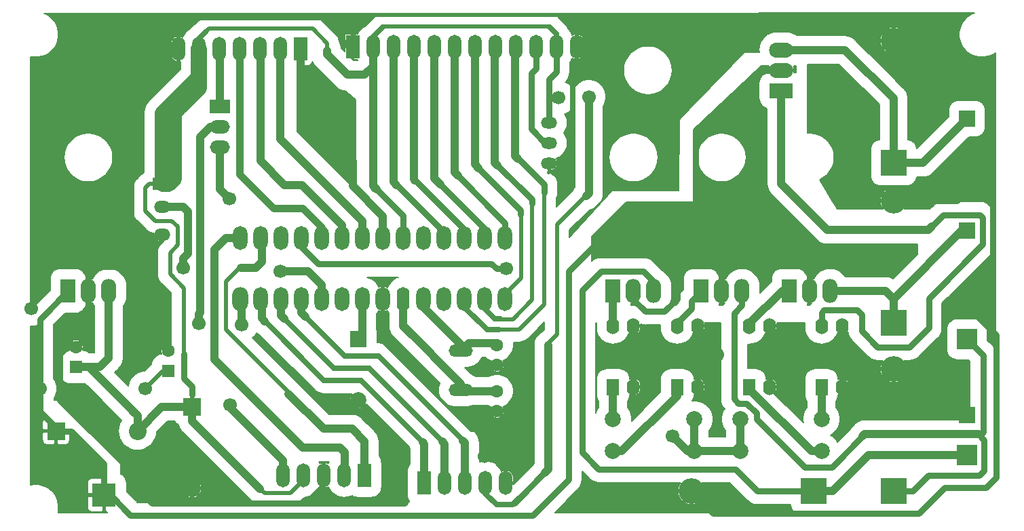
<source format=gbr>
G04 #@! TF.GenerationSoftware,KiCad,Pcbnew,(5.1.4)-1*
G04 #@! TF.CreationDate,2020-07-31T19:04:34-03:00*
G04 #@! TF.ProjectId,INYECTORES,494e5945-4354-44f5-9245-532e6b696361,rev?*
G04 #@! TF.SameCoordinates,Original*
G04 #@! TF.FileFunction,Copper,L2,Bot*
G04 #@! TF.FilePolarity,Positive*
%FSLAX46Y46*%
G04 Gerber Fmt 4.6, Leading zero omitted, Abs format (unit mm)*
G04 Created by KiCad (PCBNEW (5.1.4)-1) date 2020-07-31 19:04:34*
%MOMM*%
%LPD*%
G04 APERTURE LIST*
%ADD10O,2.500000X1.700000*%
%ADD11R,2.500000X1.700000*%
%ADD12O,3.200000X3.200000*%
%ADD13R,3.200000X3.200000*%
%ADD14O,1.700000X3.000000*%
%ADD15R,1.700000X3.000000*%
%ADD16R,2.500000X2.500000*%
%ADD17R,2.000000X2.000000*%
%ADD18O,1.905000X3.000000*%
%ADD19R,1.905000X3.000000*%
%ADD20O,2.000000X1.440000*%
%ADD21O,3.000000X1.905000*%
%ADD22R,3.000000X1.905000*%
%ADD23O,1.600000X2.000000*%
%ADD24R,1.600000X2.000000*%
%ADD25O,2.200000X2.200000*%
%ADD26R,2.200000X2.200000*%
%ADD27C,2.000000*%
%ADD28R,2.500000X1.500000*%
%ADD29O,2.000000X1.500000*%
%ADD30C,1.600000*%
%ADD31R,1.600000X1.600000*%
%ADD32R,3.000000X3.000000*%
%ADD33O,1.800000X3.000000*%
%ADD34O,1.600000X3.000000*%
%ADD35O,2.000000X3.000000*%
%ADD36O,3.000000X1.500000*%
%ADD37C,1.700000*%
%ADD38C,0.800000*%
%ADD39C,0.400000*%
%ADD40C,0.780000*%
%ADD41C,0.550000*%
%ADD42C,0.700000*%
%ADD43C,1.000000*%
%ADD44C,0.500000*%
%ADD45C,2.000000*%
%ADD46C,0.900000*%
%ADD47C,0.200000*%
G04 APERTURE END LIST*
D10*
X62940000Y-129080000D03*
X62940000Y-126540000D03*
D11*
X62940000Y-124000000D03*
D12*
X147000000Y-156760000D03*
D13*
X147000000Y-172000000D03*
D14*
X107440000Y-116500000D03*
X104900000Y-116500000D03*
X102360000Y-116500000D03*
X99820000Y-116500000D03*
X97280000Y-116500000D03*
X94740000Y-116500000D03*
X92200000Y-116500000D03*
X89660000Y-116500000D03*
X87120000Y-116500000D03*
X84580000Y-116500000D03*
X82040000Y-116500000D03*
D15*
X79500000Y-116500000D03*
D16*
X156150000Y-153050000D03*
D17*
X156150000Y-148050000D03*
D18*
X139080000Y-147000000D03*
X136540000Y-147000000D03*
D19*
X134000000Y-147000000D03*
D12*
X147000000Y-135760000D03*
D13*
X147000000Y-151000000D03*
D20*
X104000000Y-131080000D03*
X104000000Y-128540000D03*
X104000000Y-126000000D03*
D12*
X147000000Y-115760000D03*
D13*
X147000000Y-131000000D03*
D17*
X156150000Y-125500000D03*
X156150000Y-120500000D03*
D21*
X133000000Y-116920000D03*
X133000000Y-119460000D03*
D22*
X133000000Y-122000000D03*
D23*
X129000000Y-151380000D03*
X131540000Y-159000000D03*
X131540000Y-151380000D03*
D24*
X129000000Y-159000000D03*
D18*
X117080000Y-147000000D03*
X114540000Y-147000000D03*
D19*
X112000000Y-147000000D03*
D25*
X59500000Y-171660000D03*
D26*
X59500000Y-161500000D03*
D18*
X49080000Y-147000000D03*
X46540000Y-147000000D03*
D19*
X44000000Y-147000000D03*
D18*
X128080000Y-147000000D03*
X125540000Y-147000000D03*
D19*
X123000000Y-147000000D03*
D23*
X112000000Y-151380000D03*
X114540000Y-159000000D03*
X114540000Y-151380000D03*
D24*
X112000000Y-159000000D03*
D12*
X121760000Y-172000000D03*
D13*
X137000000Y-172000000D03*
D27*
X80250000Y-160600000D03*
D17*
X80250000Y-153000000D03*
D23*
X120000000Y-151380000D03*
X122540000Y-159000000D03*
X122540000Y-151380000D03*
D24*
X120000000Y-159000000D03*
D14*
X98620000Y-171000000D03*
X96080000Y-171000000D03*
X93540000Y-171000000D03*
X91000000Y-171000000D03*
D15*
X88460000Y-171000000D03*
D27*
X127840000Y-167000000D03*
X138000000Y-167000000D03*
D28*
X55790000Y-133670000D03*
D29*
X55770000Y-139950000D03*
X55750000Y-136500000D03*
D30*
X56500000Y-154500000D03*
D31*
X56500000Y-157000000D03*
D16*
X156150000Y-167500000D03*
D17*
X156150000Y-162500000D03*
D32*
X48500000Y-172500000D03*
D17*
X53500000Y-172500000D03*
X156150000Y-139500000D03*
X156150000Y-134500000D03*
D27*
X122160000Y-163000000D03*
X112000000Y-163000000D03*
D33*
X65500000Y-140380000D03*
X98520000Y-148000000D03*
X68040000Y-140380000D03*
X95980000Y-148000000D03*
X70580000Y-140380000D03*
X93440000Y-148000000D03*
X73120000Y-140380000D03*
X90900000Y-148000000D03*
X75660000Y-140380000D03*
X88360000Y-148000000D03*
X78200000Y-140380000D03*
D34*
X85820000Y-148000000D03*
D33*
X80740000Y-140380000D03*
X83280000Y-148000000D03*
X83280000Y-140380000D03*
X80740000Y-148000000D03*
X85820000Y-140380000D03*
X78200000Y-148000000D03*
X88360000Y-140380000D03*
X75660000Y-148000000D03*
X90900000Y-140380000D03*
X73120000Y-148000000D03*
X93440000Y-140380000D03*
X70580000Y-148000000D03*
X95980000Y-140380000D03*
X68040000Y-148000000D03*
X98520000Y-140380000D03*
D35*
X65500000Y-148000000D03*
D27*
X122160000Y-167000000D03*
X112000000Y-167000000D03*
D14*
X70840000Y-170000000D03*
X73380000Y-170000000D03*
X75920000Y-170000000D03*
X78460000Y-170000000D03*
D15*
X81000000Y-170000000D03*
D23*
X138000000Y-151380000D03*
X140540000Y-159000000D03*
X140540000Y-151380000D03*
D24*
X138000000Y-159000000D03*
D27*
X127840000Y-163000000D03*
X138000000Y-163000000D03*
D14*
X57760000Y-116800000D03*
X60300000Y-116800000D03*
X62840000Y-116800000D03*
X65380000Y-116800000D03*
X67920000Y-116800000D03*
X70460000Y-116800000D03*
D15*
X73000000Y-116800000D03*
D25*
X52660000Y-164500000D03*
D26*
X42500000Y-164500000D03*
D30*
X45000000Y-154000000D03*
D31*
X45000000Y-156500000D03*
D36*
X93000000Y-159400000D03*
X93000000Y-154500000D03*
D30*
X97500000Y-159500000D03*
X97500000Y-162000000D03*
X97500000Y-153750000D03*
X97500000Y-156250000D03*
D37*
X96000000Y-167650000D03*
X85900000Y-167800000D03*
X130000000Y-155000000D03*
X125000000Y-155000000D03*
X43050000Y-152024998D03*
X39400001Y-149186753D03*
X53620000Y-159190000D03*
X40500000Y-159200000D03*
X108990000Y-122770000D03*
X105229990Y-122900000D03*
X119400000Y-165100000D03*
X98690000Y-144230000D03*
X65634056Y-151205944D03*
X60309990Y-151099998D03*
X58350006Y-144139994D03*
X70490000Y-144550000D03*
X64220000Y-161260000D03*
X64110000Y-135499998D03*
D38*
X96000000Y-167475000D02*
X96000000Y-167650000D01*
X85150001Y-168549999D02*
X85150001Y-169099999D01*
X85900000Y-167800000D02*
X85150001Y-168549999D01*
X123000000Y-155000000D02*
X125000000Y-155000000D01*
X131540000Y-155540000D02*
X131540000Y-159000000D01*
X156911999Y-121261999D02*
X156150000Y-120500000D01*
X114540000Y-154460000D02*
X121460000Y-154460000D01*
X131540000Y-151380000D02*
X131540000Y-155540000D01*
X122540000Y-155460000D02*
X123000000Y-155000000D01*
X122540000Y-159000000D02*
X122540000Y-155460000D01*
D39*
X99000000Y-162000000D02*
X99500000Y-161500000D01*
X97500000Y-162000000D02*
X99000000Y-162000000D01*
D38*
X156150000Y-134500000D02*
X159000000Y-131650000D01*
D39*
X97500000Y-156250000D02*
X99250000Y-156250000D01*
D38*
X130000000Y-155000000D02*
X131000000Y-155000000D01*
X131000000Y-155000000D02*
X131540000Y-155540000D01*
X140000000Y-155000000D02*
X132080000Y-155000000D01*
X159000000Y-131650000D02*
X159000000Y-123350000D01*
D39*
X99250000Y-156250000D02*
X99500000Y-156000000D01*
D38*
X132080000Y-155000000D02*
X131540000Y-155540000D01*
X159000000Y-123350000D02*
X156911999Y-121261999D01*
D39*
X98620000Y-171000000D02*
X98620000Y-164380000D01*
D38*
X121460000Y-154460000D02*
X122540000Y-155540000D01*
X140540000Y-155540000D02*
X140000000Y-155000000D01*
X131540000Y-155540000D02*
X131540000Y-156460000D01*
D39*
X98620000Y-164380000D02*
X99500000Y-163500000D01*
D38*
X140540000Y-159000000D02*
X140540000Y-155540000D01*
X140540000Y-155540000D02*
X140540000Y-151380000D01*
X131540000Y-156460000D02*
X131540000Y-159000000D01*
X147000000Y-135760000D02*
X154890000Y-135760000D01*
X147000000Y-156760000D02*
X152740000Y-162500000D01*
X154890000Y-135760000D02*
X156150000Y-134500000D01*
X140540000Y-159000000D02*
X144760000Y-159000000D01*
X144760000Y-159000000D02*
X147000000Y-156760000D01*
X152740000Y-162500000D02*
X156150000Y-162500000D01*
X114540000Y-151380000D02*
X114540000Y-154460000D01*
X147000000Y-115760000D02*
X151740000Y-120500000D01*
X151740000Y-120500000D02*
X156150000Y-120500000D01*
X114540000Y-154460000D02*
X114540000Y-159000000D01*
X122540000Y-159000000D02*
X122540000Y-155540000D01*
X122540000Y-155540000D02*
X122540000Y-151380000D01*
D40*
X53500000Y-172500000D02*
X58660000Y-172500000D01*
X46540000Y-152460000D02*
X46540000Y-147000000D01*
X58660000Y-172500000D02*
X59500000Y-171660000D01*
D39*
X57760000Y-115240000D02*
X57760000Y-116800000D01*
D40*
X45750000Y-153250000D02*
X46540000Y-152460000D01*
X45000000Y-154000000D02*
X45750000Y-153250000D01*
D39*
X79500000Y-115000000D02*
X79500000Y-116500000D01*
X99500000Y-163500000D02*
X99500000Y-161500000D01*
X104000000Y-132098233D02*
X104000000Y-131080000D01*
X103925000Y-132173233D02*
X104000000Y-132098233D01*
D38*
X157950000Y-134500000D02*
X156150000Y-134500000D01*
X159400000Y-135950000D02*
X157950000Y-134500000D01*
X159400000Y-143000000D02*
X159400000Y-135950000D01*
X156150000Y-148050000D02*
X156150000Y-146250000D01*
X156150000Y-146250000D02*
X159400000Y-143000000D01*
X43049998Y-152025000D02*
X43050000Y-152024998D01*
X156150000Y-149430000D02*
X156150000Y-148050000D01*
X147000000Y-156760000D02*
X148820000Y-156760000D01*
D39*
X104000000Y-131080000D02*
X105420000Y-131080000D01*
X105420000Y-131080000D02*
X106500000Y-130000000D01*
D40*
X53500000Y-171110000D02*
X53500000Y-172500000D01*
X43000000Y-160610000D02*
X53500000Y-171110000D01*
X43000000Y-154868630D02*
X43000000Y-160610000D01*
X45000000Y-154000000D02*
X43868630Y-154000000D01*
X43868630Y-154000000D02*
X43000000Y-154868630D01*
D39*
X78910000Y-116500000D02*
X78550000Y-116140000D01*
X79500000Y-116500000D02*
X78910000Y-116500000D01*
D38*
X39680000Y-148906754D02*
X39400001Y-149186753D01*
X40030000Y-146530000D02*
X39680000Y-146880000D01*
X39680000Y-146880000D02*
X39680000Y-148906754D01*
D39*
X61050000Y-173210000D02*
X59500000Y-171660000D01*
X75920000Y-170000000D02*
X75920000Y-171080000D01*
X75920000Y-171080000D02*
X73790000Y-173210000D01*
X83280000Y-149131370D02*
X83280000Y-148000000D01*
X83280000Y-153370000D02*
X83280000Y-149131370D01*
X98620000Y-164380000D02*
X94290000Y-164380000D01*
X94290000Y-164380000D02*
X83280000Y-153370000D01*
X99860000Y-156360000D02*
X99500000Y-156000000D01*
X99500000Y-161500000D02*
X99860000Y-161140000D01*
X99860000Y-161140000D02*
X99860000Y-156360000D01*
D41*
X106600000Y-129900000D02*
X106600000Y-129200000D01*
X106500000Y-130000000D02*
X106600000Y-129900000D01*
D42*
X106930000Y-120080000D02*
X107300000Y-119710000D01*
X106790000Y-129360000D02*
X106930000Y-129220000D01*
X106930000Y-129220000D02*
X106930000Y-120080000D01*
D38*
X156150000Y-149850000D02*
X156150000Y-148050000D01*
X156150000Y-150020000D02*
X156150000Y-149850000D01*
X156310000Y-150180000D02*
X156150000Y-150020000D01*
X159310000Y-152020000D02*
X157470000Y-150180000D01*
X159810000Y-152530000D02*
X159310000Y-152030000D01*
X124510000Y-174750000D02*
X150140000Y-174750000D01*
X159310000Y-152030000D02*
X159310000Y-152020000D01*
X121760000Y-172000000D02*
X124510000Y-174750000D01*
X150140000Y-174750000D02*
X153340000Y-171550000D01*
X153340000Y-171550000D02*
X158540000Y-171550000D01*
X157470000Y-150180000D02*
X156310000Y-150180000D01*
X158540000Y-171550000D02*
X159810000Y-170280000D01*
X159810000Y-170280000D02*
X159810000Y-152530000D01*
D40*
X46540000Y-147000000D02*
X46540000Y-145710000D01*
D41*
X81910000Y-112590000D02*
X79500000Y-115000000D01*
X105580000Y-112590000D02*
X81910000Y-112590000D01*
X107440000Y-116500000D02*
X107440000Y-114450000D01*
X107440000Y-114450000D02*
X105580000Y-112590000D01*
X60030000Y-112970000D02*
X57760000Y-115240000D01*
X75600000Y-112970000D02*
X60030000Y-112970000D01*
X79500000Y-116500000D02*
X79130000Y-116500000D01*
X79130000Y-116500000D02*
X75600000Y-112970000D01*
D39*
X107400000Y-116540000D02*
X107440000Y-116500000D01*
X107350000Y-119290000D02*
X107400000Y-119240000D01*
X107400000Y-119240000D02*
X107400000Y-116540000D01*
D38*
X108289999Y-115650001D02*
X107440000Y-116500000D01*
X109860000Y-114080000D02*
X108289999Y-115650001D01*
X147000000Y-115760000D02*
X145320000Y-114080000D01*
X145320000Y-114080000D02*
X109860000Y-114080000D01*
D42*
X56500000Y-153368630D02*
X56500000Y-154500000D01*
D38*
X54490000Y-173490000D02*
X53500000Y-172500000D01*
X85970000Y-173490000D02*
X54490000Y-173490000D01*
X86170000Y-173290000D02*
X85970000Y-173490000D01*
X75160000Y-172660000D02*
X75790000Y-173290000D01*
X75790000Y-173290000D02*
X86170000Y-173290000D01*
X149262741Y-156760000D02*
X147000000Y-156760000D01*
X153260000Y-152762741D02*
X149262741Y-156760000D01*
X153260000Y-148650000D02*
X153260000Y-152762741D01*
X156150000Y-148050000D02*
X153860000Y-148050000D01*
X153860000Y-148050000D02*
X153260000Y-148650000D01*
D40*
X56500000Y-154500000D02*
X56500000Y-152290000D01*
X56500000Y-152290000D02*
X56500000Y-153368630D01*
X56500000Y-151640000D02*
X56500000Y-154500000D01*
X56460000Y-151600000D02*
X56500000Y-151640000D01*
D42*
X56500000Y-149910000D02*
X56500000Y-153368630D01*
X50460000Y-143870000D02*
X56500000Y-149910000D01*
X47570000Y-143870000D02*
X50460000Y-143870000D01*
X46540000Y-147000000D02*
X46540000Y-144900000D01*
X46540000Y-144900000D02*
X47570000Y-143870000D01*
D41*
X56500000Y-149220000D02*
X56500000Y-152290000D01*
X51380000Y-144100000D02*
X56500000Y-149220000D01*
X47210000Y-144100000D02*
X51380000Y-144100000D01*
X46540000Y-147000000D02*
X46540000Y-144770000D01*
X46540000Y-144770000D02*
X47210000Y-144100000D01*
D39*
X101140000Y-153860000D02*
X101190000Y-153860000D01*
X99910000Y-155090000D02*
X101140000Y-153860000D01*
X99500000Y-156000000D02*
X99910000Y-155590000D01*
X99910000Y-155590000D02*
X99910000Y-155090000D01*
X52030000Y-141030000D02*
X52030000Y-122530000D01*
X52030000Y-122530000D02*
X57760000Y-116800000D01*
D40*
X48500000Y-170000000D02*
X48500000Y-168620000D01*
D38*
X125540000Y-145200000D02*
X125540000Y-147000000D01*
D40*
X44380000Y-164500000D02*
X42500000Y-164500000D01*
X48500000Y-168620000D02*
X44380000Y-164500000D01*
X48500000Y-172500000D02*
X48500000Y-170000000D01*
D38*
X114540000Y-146952500D02*
X114540000Y-147000000D01*
X49300000Y-172500000D02*
X51800000Y-175000000D01*
X51800000Y-175000000D02*
X102000000Y-175000000D01*
X102000000Y-175000000D02*
X106425000Y-170575000D01*
X106425000Y-170575000D02*
X106425000Y-144575000D01*
X106425000Y-144575000D02*
X113910001Y-137089999D01*
X113910001Y-137089999D02*
X123089999Y-137089999D01*
X48500000Y-172500000D02*
X49300000Y-172500000D01*
D40*
X40500000Y-150547500D02*
X44000000Y-147047500D01*
X44000000Y-147047500D02*
X44000000Y-147000000D01*
X42500000Y-164100000D02*
X40500000Y-162100000D01*
X42500000Y-164500000D02*
X42500000Y-164100000D01*
D38*
X125540000Y-143460000D02*
X125540000Y-147000000D01*
X127000000Y-142000000D02*
X125540000Y-143460000D01*
X134060000Y-142000000D02*
X127000000Y-142000000D01*
X136540000Y-147000000D02*
X136540000Y-144480000D01*
X136540000Y-144480000D02*
X134060000Y-142000000D01*
X125540000Y-144740000D02*
X125540000Y-145200000D01*
X123089999Y-137089999D02*
X123089999Y-142289999D01*
X123089999Y-142289999D02*
X125540000Y-144740000D01*
X125540000Y-144440000D02*
X125540000Y-145200000D01*
X121320000Y-143750000D02*
X124850000Y-143750000D01*
X114540000Y-148112510D02*
X116007490Y-149580000D01*
X114540000Y-147000000D02*
X114540000Y-148112510D01*
X116007490Y-149580000D02*
X118420000Y-149580000D01*
X124850000Y-143750000D02*
X125540000Y-144440000D01*
X118420000Y-149580000D02*
X120000000Y-148000000D01*
X120000000Y-148000000D02*
X120000000Y-145070000D01*
X120000000Y-145070000D02*
X121320000Y-143750000D01*
X122270000Y-136270000D02*
X123089999Y-137089999D01*
X122270000Y-127820000D02*
X122270000Y-136270000D01*
X133000000Y-119460000D02*
X130630000Y-119460000D01*
X130630000Y-119460000D02*
X122270000Y-127820000D01*
D41*
X56500000Y-157000000D02*
X55810000Y-157000000D01*
X55810000Y-157000000D02*
X53620000Y-159190000D01*
D40*
X40500000Y-162100000D02*
X40500000Y-159200000D01*
X40500000Y-159200000D02*
X40500000Y-150547500D01*
D39*
X82040000Y-118960000D02*
X82040000Y-116500000D01*
D43*
X55660000Y-161500000D02*
X59500000Y-161500000D01*
X46580000Y-156500000D02*
X47790000Y-157710000D01*
X52660000Y-164500000D02*
X55660000Y-161500000D01*
X45000000Y-156500000D02*
X46580000Y-156500000D01*
X47790000Y-157710000D02*
X52660000Y-162580000D01*
D42*
X104064340Y-122925000D02*
X104000000Y-122925000D01*
X104189340Y-123050000D02*
X104064340Y-122925000D01*
D38*
X104000000Y-126000000D02*
X104000000Y-122925000D01*
X85820000Y-137645000D02*
X85820000Y-140380000D01*
X82040000Y-133865000D02*
X85820000Y-137645000D01*
D42*
X60300000Y-116800000D02*
X60300000Y-115550000D01*
X60300000Y-115550000D02*
X61150000Y-114700000D01*
D41*
X105000000Y-138750000D02*
X108990000Y-134760000D01*
D42*
X73380000Y-170360000D02*
X73380000Y-170000000D01*
D44*
X105000000Y-138730000D02*
X105100000Y-138630000D01*
D43*
X103925000Y-169265000D02*
X103925000Y-153750000D01*
X103520000Y-169670000D02*
X103925000Y-169265000D01*
D38*
X104189340Y-123050000D02*
X104339340Y-122900000D01*
X104339340Y-122900000D02*
X105229990Y-122900000D01*
D43*
X108990000Y-123972081D02*
X108990000Y-122770000D01*
X108630000Y-135170000D02*
X108990000Y-134810000D01*
X108990000Y-134810000D02*
X108990000Y-123972081D01*
X82500000Y-134340000D02*
X82270000Y-134110000D01*
X82040000Y-116500000D02*
X82040000Y-133880000D01*
X82040000Y-133880000D02*
X82500000Y-134340000D01*
D40*
X52660000Y-162580000D02*
X52660000Y-162944366D01*
D43*
X52660000Y-162570000D02*
X52660000Y-164500000D01*
X52050000Y-161960000D02*
X52660000Y-162570000D01*
X47980000Y-156520000D02*
X45840000Y-156520000D01*
X49080000Y-147000000D02*
X49080000Y-155420000D01*
X49080000Y-155420000D02*
X47980000Y-156520000D01*
X60000000Y-117100000D02*
X60300000Y-116800000D01*
D42*
X104900000Y-114920000D02*
X104900000Y-116500000D01*
X104050000Y-114070000D02*
X104900000Y-114920000D01*
X82040000Y-115270000D02*
X83240000Y-114070000D01*
X82040000Y-116500000D02*
X82040000Y-115270000D01*
D41*
X104040000Y-113960000D02*
X104080000Y-114000000D01*
X83220000Y-114000000D02*
X83260000Y-113960000D01*
X83260000Y-113960000D02*
X104040000Y-113960000D01*
D43*
X81000000Y-120000000D02*
X82040000Y-118960000D01*
X78849998Y-120000000D02*
X81000000Y-120000000D01*
X76340000Y-117000000D02*
X76340000Y-117490002D01*
X76340000Y-117490002D02*
X78849998Y-120000000D01*
D41*
X76330000Y-116090000D02*
X76330000Y-117390000D01*
X74510000Y-114270000D02*
X76330000Y-116090000D01*
X61150000Y-114700000D02*
X61580000Y-114270000D01*
X61580000Y-114270000D02*
X74510000Y-114270000D01*
D38*
X104900000Y-119690000D02*
X104900000Y-116500000D01*
X104000000Y-122925000D02*
X104000000Y-120590000D01*
X104000000Y-120590000D02*
X104900000Y-119690000D01*
D42*
X99440000Y-173710000D02*
X100200000Y-172950000D01*
X97485000Y-173710000D02*
X99440000Y-173710000D01*
X96080000Y-171000000D02*
X96080000Y-172305000D01*
X96080000Y-172305000D02*
X97485000Y-173710000D01*
D38*
X99680000Y-173470000D02*
X103925000Y-169225000D01*
X99670000Y-173470000D02*
X99680000Y-173470000D01*
D43*
X67000000Y-170780000D02*
X67960000Y-171740000D01*
X66980000Y-170780000D02*
X67000000Y-170780000D01*
X59500000Y-161500000D02*
X59500000Y-163300000D01*
X59500000Y-163300000D02*
X66980000Y-170780000D01*
D41*
X68495010Y-172275010D02*
X67960000Y-171740000D01*
X71754990Y-172275010D02*
X68495010Y-172275010D01*
X73380000Y-170000000D02*
X73380000Y-170650000D01*
X73380000Y-170650000D02*
X71754990Y-172275010D01*
X59500000Y-160000000D02*
X59500000Y-161500000D01*
X55790000Y-133670000D02*
X54640000Y-133670000D01*
X105000000Y-151309001D02*
X105000000Y-138730000D01*
X105000000Y-152460000D02*
X105000000Y-151309001D01*
X103925000Y-155050000D02*
X103925000Y-153535000D01*
X103925000Y-153535000D02*
X105000000Y-152460000D01*
X53640000Y-137050000D02*
X53640000Y-134180000D01*
X54870000Y-138280000D02*
X53640000Y-137050000D01*
X56960000Y-138280000D02*
X54870000Y-138280000D01*
X53640000Y-134180000D02*
X54150000Y-133670000D01*
X58440000Y-146634990D02*
X56725005Y-144919995D01*
X58440000Y-155020000D02*
X58440000Y-146634990D01*
X56725005Y-144919995D02*
X56725005Y-142224995D01*
X56725005Y-142224995D02*
X57660000Y-141290000D01*
X57660000Y-141290000D02*
X57660000Y-138980000D01*
X54150000Y-133670000D02*
X54640000Y-133670000D01*
X57660000Y-138980000D02*
X56960000Y-138280000D01*
D38*
X59480000Y-159980000D02*
X59500000Y-160000000D01*
X59480000Y-158940000D02*
X59480000Y-159980000D01*
X58460000Y-154900000D02*
X58460000Y-157920000D01*
X58460000Y-157920000D02*
X59480000Y-158940000D01*
D45*
X60300000Y-120300000D02*
X60300000Y-116800000D01*
X55790000Y-124810000D02*
X60300000Y-120300000D01*
X55790000Y-127890000D02*
X55790000Y-124810000D01*
X55790000Y-133670000D02*
X55790000Y-127890000D01*
X60300000Y-121700000D02*
X60300000Y-119000000D01*
X55790000Y-127890000D02*
X55790000Y-126210000D01*
X57200000Y-124800000D02*
X57900000Y-124100000D01*
X57200000Y-133000000D02*
X57200000Y-124800000D01*
X56530000Y-133670000D02*
X57200000Y-133000000D01*
X55790000Y-133670000D02*
X56530000Y-133670000D01*
X55790000Y-126210000D02*
X57900000Y-124100000D01*
X57900000Y-124100000D02*
X60300000Y-121700000D01*
D38*
X102360000Y-119250000D02*
X102360000Y-116500000D01*
X101760000Y-119850000D02*
X102360000Y-119250000D01*
X101760000Y-126785000D02*
X101760000Y-119850000D01*
X104000000Y-128540000D02*
X103515000Y-128540000D01*
X103515000Y-128540000D02*
X101760000Y-126785000D01*
D43*
X112000000Y-147000000D02*
X112000000Y-151380000D01*
D38*
X120000000Y-151000000D02*
X120000000Y-151380000D01*
X121750000Y-149250000D02*
X120000000Y-151000000D01*
X121750000Y-148250000D02*
X121750000Y-149250000D01*
X123000000Y-147000000D02*
X121750000Y-148250000D01*
X133110000Y-147000000D02*
X134000000Y-147000000D01*
X129000000Y-151380000D02*
X129000000Y-151110000D01*
D43*
X129000000Y-151110000D02*
X133110000Y-147000000D01*
X151770000Y-138970000D02*
X151370000Y-139370000D01*
X133000000Y-123752500D02*
X133000000Y-122000000D01*
X133000000Y-133640000D02*
X133000000Y-123752500D01*
X138730000Y-139370000D02*
X133000000Y-133640000D01*
X151370000Y-139370000D02*
X138730000Y-139370000D01*
D38*
X153180000Y-137530000D02*
X151340000Y-139370000D01*
X157760000Y-137530000D02*
X153180000Y-137530000D01*
X158100000Y-137870000D02*
X157760000Y-137530000D01*
X158100000Y-141200000D02*
X158100000Y-137870000D01*
X151400000Y-147900000D02*
X158100000Y-141200000D01*
X151400000Y-151600000D02*
X151400000Y-147900000D01*
X145000000Y-154000000D02*
X149000000Y-154000000D01*
X138000000Y-151380000D02*
X138000000Y-149690000D01*
X138290000Y-149400000D02*
X142400000Y-149400000D01*
X149000000Y-154000000D02*
X151400000Y-151600000D01*
X142400000Y-149400000D02*
X143000000Y-150000000D01*
X143000000Y-150000000D02*
X143000000Y-152000000D01*
X138000000Y-149690000D02*
X138290000Y-149400000D01*
X143000000Y-152000000D02*
X145000000Y-154000000D01*
D43*
X122160000Y-167000000D02*
X121300000Y-167000000D01*
X122160000Y-163000000D02*
X122160000Y-167000000D01*
X127840000Y-167000000D02*
X122160000Y-167000000D01*
X121300000Y-167000000D02*
X119400000Y-165100000D01*
X127840000Y-163000000D02*
X127840000Y-167000000D01*
D38*
X97487919Y-144230000D02*
X98690000Y-144230000D01*
X96837919Y-143580000D02*
X97487919Y-144230000D01*
X75210000Y-143580000D02*
X96837919Y-143580000D01*
X73120000Y-140380000D02*
X73120000Y-141490000D01*
X73120000Y-141490000D02*
X75210000Y-143580000D01*
D43*
X112000000Y-163000000D02*
X112000000Y-159000000D01*
X112000000Y-167000000D02*
X113100000Y-167000000D01*
X120000000Y-160100000D02*
X120000000Y-159000000D01*
X113100000Y-167000000D02*
X120000000Y-160100000D01*
D38*
X129000000Y-159250000D02*
X129000000Y-159000000D01*
D43*
X138000000Y-167000000D02*
X136750000Y-167000000D01*
X136750000Y-167000000D02*
X129000000Y-159250000D01*
X138000000Y-159000000D02*
X138000000Y-163000000D01*
D41*
X65500000Y-147790000D02*
X65500000Y-148000000D01*
X65550000Y-148050000D02*
X65500000Y-148000000D01*
D43*
X65634056Y-150003863D02*
X65634056Y-151205944D01*
X65550000Y-148050000D02*
X65634056Y-148134056D01*
X65634056Y-148134056D02*
X65634056Y-150003863D01*
X62940000Y-126540000D02*
X61737919Y-126540000D01*
X60309990Y-149897917D02*
X60309990Y-151099998D01*
X60459990Y-149747917D02*
X60309990Y-149897917D01*
X60459990Y-127817929D02*
X60459990Y-149747917D01*
X61737919Y-126540000D02*
X60459990Y-127817929D01*
D39*
X94750000Y-116510000D02*
X94740000Y-116500000D01*
D43*
X94750000Y-131180000D02*
X94750000Y-116510000D01*
X95240000Y-131670000D02*
X94750000Y-131180000D01*
D38*
X100470000Y-136945000D02*
X94750000Y-131225000D01*
X100470000Y-137430000D02*
X100470000Y-136945000D01*
D41*
X100530000Y-137130000D02*
X100320000Y-136920000D01*
X100530000Y-145390000D02*
X100530000Y-137130000D01*
X98520000Y-148000000D02*
X98520000Y-147400000D01*
X98520000Y-147400000D02*
X100530000Y-145390000D01*
D38*
X98500000Y-140360000D02*
X98520000Y-140380000D01*
X98500000Y-138500000D02*
X98500000Y-140360000D01*
X92200000Y-132200000D02*
X98500000Y-138500000D01*
D43*
X92200000Y-132170000D02*
X92630000Y-132600000D01*
X92200000Y-116500000D02*
X92200000Y-132170000D01*
D38*
X95980000Y-139520000D02*
X95980000Y-140380000D01*
X96000000Y-139500000D02*
X95980000Y-139520000D01*
X96000000Y-139250000D02*
X96000000Y-139500000D01*
X90000000Y-133250000D02*
X96000000Y-139250000D01*
X89660000Y-116500000D02*
X90000000Y-116840000D01*
D43*
X89710000Y-132980000D02*
X90460000Y-133730000D01*
X90000000Y-116840000D02*
X89710000Y-117130000D01*
X89710000Y-117130000D02*
X89710000Y-132980000D01*
D38*
X93440000Y-139340000D02*
X93440000Y-140380000D01*
X87000000Y-132900000D02*
X93440000Y-139340000D01*
X87120000Y-116500000D02*
X87000000Y-116620000D01*
D43*
X87130000Y-133040000D02*
X87260000Y-133170000D01*
X87000000Y-116620000D02*
X87130000Y-116750000D01*
X87130000Y-116750000D02*
X87130000Y-133040000D01*
D38*
X90900000Y-139675000D02*
X90900000Y-140380000D01*
X84580000Y-133355000D02*
X90900000Y-139675000D01*
D43*
X84580000Y-133370000D02*
X84990000Y-133780000D01*
X84580000Y-116500000D02*
X84580000Y-133370000D01*
X75860000Y-164200000D02*
X79410000Y-164200000D01*
X71500000Y-159840000D02*
X75860000Y-164200000D01*
X79410000Y-164200000D02*
X81000000Y-165790000D01*
X81000000Y-165790000D02*
X81000000Y-170000000D01*
D41*
X68040000Y-140980000D02*
X68040000Y-140380000D01*
X68230000Y-141170000D02*
X68040000Y-140980000D01*
X63705015Y-151805015D02*
X63705015Y-145824985D01*
X71590000Y-159690000D02*
X63705015Y-151805015D01*
X63705015Y-145824985D02*
X65490000Y-144040000D01*
D43*
X68230000Y-143340000D02*
X68230000Y-141170000D01*
X65570000Y-144110000D02*
X67460000Y-144110000D01*
X67460000Y-144110000D02*
X68230000Y-143340000D01*
D42*
X78460000Y-167110000D02*
X78375000Y-167025000D01*
D43*
X63720000Y-140380000D02*
X65500000Y-140380000D01*
X62270000Y-141830000D02*
X63720000Y-140380000D01*
X62270000Y-155600000D02*
X62270000Y-141830000D01*
X73250000Y-166580000D02*
X62270000Y-155600000D01*
X78460000Y-167110000D02*
X77930000Y-166580000D01*
X77930000Y-166580000D02*
X73250000Y-166580000D01*
X78480000Y-169980000D02*
X78460000Y-170000000D01*
X78180000Y-166840000D02*
X78480000Y-167140000D01*
X78480000Y-167140000D02*
X78480000Y-169980000D01*
D42*
X82765000Y-155125000D02*
X93540000Y-165900000D01*
X78525000Y-155125000D02*
X82765000Y-155125000D01*
X73120000Y-149720000D02*
X78525000Y-155125000D01*
D43*
X93540000Y-169797919D02*
X93540000Y-171000000D01*
X93280000Y-165710000D02*
X93540000Y-165970000D01*
X93540000Y-165970000D02*
X93540000Y-169797919D01*
X73120000Y-149690000D02*
X73630000Y-150200000D01*
X73120000Y-148000000D02*
X73120000Y-149690000D01*
D42*
X81545000Y-156625000D02*
X91000000Y-166080000D01*
X77125000Y-156625000D02*
X81545000Y-156625000D01*
X70580000Y-150080000D02*
X77125000Y-156625000D01*
D43*
X91000000Y-169797919D02*
X91000000Y-171000000D01*
X90680000Y-165830000D02*
X91000000Y-166150000D01*
X91000000Y-166150000D02*
X91000000Y-169797919D01*
X70580000Y-150070000D02*
X70980000Y-150470000D01*
X70580000Y-148000000D02*
X70580000Y-150070000D01*
D42*
X80590000Y-158200000D02*
X88460000Y-166070000D01*
X75925000Y-158200000D02*
X80590000Y-158200000D01*
X68150000Y-150425000D02*
X75925000Y-158200000D01*
X68040000Y-148000000D02*
X68150000Y-148110000D01*
D43*
X88460000Y-166120000D02*
X88460000Y-171000000D01*
X88260000Y-165920000D02*
X88460000Y-166120000D01*
X68150000Y-150390000D02*
X68570000Y-150810000D01*
X68150000Y-148110000D02*
X68150000Y-150390000D01*
D38*
X75660000Y-139785000D02*
X75660000Y-140380000D01*
D46*
X75660000Y-139080000D02*
X75660000Y-139785000D01*
X73260000Y-136680000D02*
X75660000Y-139080000D01*
X69620000Y-136680000D02*
X73260000Y-136680000D01*
X65380000Y-116800000D02*
X65380000Y-132440000D01*
X65380000Y-132440000D02*
X69620000Y-136680000D01*
D38*
X67920000Y-116800000D02*
X68000000Y-116880000D01*
D43*
X78200000Y-138800000D02*
X78200000Y-140380000D01*
X73180000Y-133780000D02*
X78200000Y-138800000D01*
X70990000Y-133780000D02*
X73180000Y-133780000D01*
X68000000Y-116880000D02*
X68000000Y-130790000D01*
X68000000Y-130790000D02*
X70990000Y-133780000D01*
X70460000Y-128010000D02*
X70460000Y-116800000D01*
X80740000Y-140380000D02*
X80740000Y-138290000D01*
X80740000Y-138290000D02*
X70460000Y-128010000D01*
X83280000Y-137680000D02*
X83280000Y-140380000D01*
X79500000Y-133900000D02*
X83280000Y-137680000D01*
X79500000Y-130800000D02*
X79500000Y-133900000D01*
X73000000Y-116800000D02*
X73000000Y-124300000D01*
X73000000Y-124300000D02*
X79500000Y-130800000D01*
X58350006Y-142937913D02*
X58350006Y-144139994D01*
X58935011Y-142352908D02*
X58350006Y-142937913D01*
X58935011Y-137065011D02*
X58935011Y-142352908D01*
X55750000Y-136500000D02*
X58370000Y-136500000D01*
X58370000Y-136500000D02*
X58935011Y-137065011D01*
X71692081Y-144550000D02*
X70490000Y-144550000D01*
X73930000Y-144550000D02*
X71692081Y-144550000D01*
X75660000Y-148000000D02*
X75660000Y-146280000D01*
X75660000Y-146280000D02*
X73930000Y-144550000D01*
X137000000Y-172000000D02*
X139400000Y-172000000D01*
X143900000Y-167500000D02*
X155072370Y-167500000D01*
D38*
X155072370Y-167500000D02*
X156150000Y-167500000D01*
D43*
X139400000Y-172000000D02*
X143900000Y-167500000D01*
D38*
X117080000Y-145810000D02*
X117080000Y-147000000D01*
X110495000Y-144530000D02*
X115800000Y-144530000D01*
X130000000Y-172000000D02*
X127250000Y-169250000D01*
X137000000Y-172000000D02*
X130000000Y-172000000D01*
X127250000Y-169250000D02*
X110225000Y-169250000D01*
X110225000Y-169250000D02*
X108125000Y-167150000D01*
X115800000Y-144530000D02*
X117080000Y-145810000D01*
X108125000Y-167150000D02*
X108125000Y-146900000D01*
X108125000Y-146900000D02*
X110495000Y-144530000D01*
X157560000Y-164900000D02*
X158130000Y-165470000D01*
D43*
X143400000Y-164900000D02*
X157560000Y-164900000D01*
X143160000Y-165140000D02*
X143400000Y-164900000D01*
D41*
X158175001Y-165515001D02*
X158130000Y-165470000D01*
D38*
X158300001Y-165640001D02*
X158175001Y-165515001D01*
X158300001Y-169470001D02*
X158300001Y-165640001D01*
X157710002Y-170060000D02*
X158300001Y-169470001D01*
X151340000Y-170060000D02*
X157710002Y-170060000D01*
X149400000Y-172000000D02*
X151340000Y-170060000D01*
X147000000Y-172000000D02*
X149400000Y-172000000D01*
X156200000Y-153050000D02*
X156150000Y-153050000D01*
X158230000Y-155080000D02*
X156200000Y-153050000D01*
X158230000Y-164640000D02*
X158230000Y-155080000D01*
X157860000Y-165080000D02*
X157860000Y-165010000D01*
X157860000Y-165010000D02*
X158230000Y-164640000D01*
X139300000Y-169000000D02*
X143400000Y-164900000D01*
X135890000Y-169000000D02*
X139300000Y-169000000D01*
X128080000Y-148800000D02*
X127119999Y-149760001D01*
X129880000Y-162250000D02*
X129880000Y-162990000D01*
X127119999Y-149760001D02*
X127119999Y-160509999D01*
X127119999Y-160509999D02*
X127650000Y-161040000D01*
X127650000Y-161040000D02*
X128670000Y-161040000D01*
X129880000Y-162990000D02*
X135890000Y-169000000D01*
X128080000Y-147000000D02*
X128080000Y-148800000D01*
X128670000Y-161040000D02*
X129880000Y-162250000D01*
X147000000Y-148600000D02*
X147000000Y-151000000D01*
D43*
X147000000Y-151000000D02*
X147000000Y-148550000D01*
D38*
X147000000Y-148030000D02*
X147000000Y-148600000D01*
D43*
X139080000Y-147000000D02*
X145970000Y-147000000D01*
X145970000Y-147000000D02*
X147000000Y-148030000D01*
D38*
X147000000Y-148570000D02*
X147000000Y-148600000D01*
X155500000Y-139500000D02*
X154560000Y-140440000D01*
X156150000Y-139500000D02*
X155500000Y-139500000D01*
D43*
X147000000Y-148010000D02*
X147000000Y-151000000D01*
X156150000Y-139500000D02*
X155510000Y-139500000D01*
X155510000Y-139500000D02*
X147000000Y-148010000D01*
X147000000Y-123000000D02*
X147000000Y-131000000D01*
X147000000Y-131000000D02*
X150650000Y-131000000D01*
X150650000Y-131000000D02*
X156150000Y-125500000D01*
X140920000Y-116920000D02*
X147000000Y-123000000D01*
X133000000Y-116920000D02*
X140920000Y-116920000D01*
D39*
X99750000Y-116430000D02*
X99820000Y-116500000D01*
D38*
X103400000Y-134700000D02*
X103400000Y-133750000D01*
X103400000Y-133750000D02*
X99750000Y-130100000D01*
D43*
X99750000Y-130130000D02*
X99750000Y-116430000D01*
X100120000Y-130500000D02*
X99750000Y-130130000D01*
D42*
X96275000Y-151850000D02*
X97720000Y-151850000D01*
X93440000Y-148000000D02*
X93440000Y-149015000D01*
X93440000Y-149015000D02*
X96275000Y-151850000D01*
D41*
X103400000Y-148720000D02*
X103400000Y-134750000D01*
X96540000Y-151840000D02*
X100280000Y-151840000D01*
X100280000Y-151840000D02*
X103400000Y-148720000D01*
D39*
X95980000Y-148000000D02*
X95980000Y-148240000D01*
X97250000Y-116530000D02*
X97280000Y-116500000D01*
D43*
X97250000Y-131020000D02*
X97250000Y-116530000D01*
X97580000Y-131350000D02*
X97250000Y-131020000D01*
D38*
X101850000Y-135600000D02*
X97250000Y-131000000D01*
X101850000Y-136110000D02*
X101850000Y-135600000D01*
D42*
X97270000Y-150510000D02*
X97880000Y-150510000D01*
X95980000Y-148240000D02*
X95980000Y-149220000D01*
X95980000Y-149220000D02*
X97270000Y-150510000D01*
D41*
X101890000Y-135515000D02*
X101500000Y-135125000D01*
X101890000Y-148130000D02*
X101890000Y-135515000D01*
X97910000Y-150540000D02*
X99480000Y-150540000D01*
X99480000Y-150540000D02*
X101890000Y-148130000D01*
D43*
X80740000Y-148000000D02*
X80740000Y-152510000D01*
D39*
X80740000Y-152510000D02*
X80250000Y-153000000D01*
D43*
X88360000Y-149050000D02*
X88360000Y-148000000D01*
X93000000Y-154500000D02*
X93000000Y-153690000D01*
X93000000Y-153690000D02*
X88360000Y-149050000D01*
X94010000Y-153490000D02*
X93000000Y-154500000D01*
X97500000Y-153750000D02*
X97240000Y-153490000D01*
X97240000Y-153490000D02*
X94010000Y-153490000D01*
X97500000Y-159500000D02*
X93100000Y-159500000D01*
D39*
X93100000Y-159500000D02*
X93000000Y-159400000D01*
D43*
X85820000Y-151420000D02*
X85820000Y-148000000D01*
X86880000Y-152480000D02*
X85820000Y-151420000D01*
D42*
X85940000Y-151530000D02*
X85940000Y-151450000D01*
D43*
X93000000Y-159400000D02*
X93000000Y-158590000D01*
X93000000Y-158590000D02*
X85940000Y-151530000D01*
D38*
X62900000Y-116860000D02*
X62840000Y-116800000D01*
D43*
X62900000Y-123960000D02*
X62940000Y-124000000D01*
X62900000Y-116860000D02*
X62900000Y-123960000D01*
X70840000Y-168160000D02*
X70840000Y-170000000D01*
X64220000Y-161540000D02*
X70840000Y-168160000D01*
X64220000Y-161260000D02*
X64220000Y-161540000D01*
X63260001Y-134649999D02*
X64110000Y-135499998D01*
X62940000Y-134329998D02*
X63260001Y-134649999D01*
X62940000Y-129080000D02*
X62940000Y-134329998D01*
D47*
G36*
X108963872Y-170393035D02*
G01*
X109017103Y-170457897D01*
X109081965Y-170511128D01*
X109081968Y-170511131D01*
X109163685Y-170578194D01*
X109275961Y-170670337D01*
X109571291Y-170828194D01*
X109891742Y-170925402D01*
X110141490Y-170950000D01*
X110141507Y-170950000D01*
X110224999Y-170958223D01*
X110308491Y-170950000D01*
X120432245Y-170950000D01*
X120299803Y-171129459D01*
X120158026Y-171431057D01*
X120111925Y-171583051D01*
X120092094Y-171846000D01*
X121606000Y-171846000D01*
X121606000Y-171826000D01*
X121914000Y-171826000D01*
X121914000Y-171846000D01*
X123427906Y-171846000D01*
X123408075Y-171583051D01*
X123361974Y-171431057D01*
X123220197Y-171129459D01*
X123087755Y-170950000D01*
X126545837Y-170950000D01*
X128738872Y-173143035D01*
X128792103Y-173207897D01*
X128856965Y-173261128D01*
X128856968Y-173261131D01*
X128878681Y-173278950D01*
X129050961Y-173420337D01*
X129346291Y-173578194D01*
X129666742Y-173675402D01*
X129916490Y-173700000D01*
X129916499Y-173700000D01*
X129999999Y-173708224D01*
X130083499Y-173700000D01*
X134103559Y-173700000D01*
X134118810Y-173854845D01*
X134193145Y-174099896D01*
X134313860Y-174325736D01*
X134476313Y-174523687D01*
X134660690Y-174675000D01*
X104729163Y-174675000D01*
X107250163Y-172154000D01*
X120092094Y-172154000D01*
X120111925Y-172416949D01*
X120158026Y-172568943D01*
X120299803Y-172870541D01*
X120497694Y-173138684D01*
X120744095Y-173363068D01*
X121029537Y-173535070D01*
X121343050Y-173648080D01*
X121606000Y-173668015D01*
X121606000Y-172154000D01*
X121914000Y-172154000D01*
X121914000Y-173668015D01*
X122176950Y-173648080D01*
X122490463Y-173535070D01*
X122775905Y-173363068D01*
X123022306Y-173138684D01*
X123220197Y-172870541D01*
X123361974Y-172568943D01*
X123408075Y-172416949D01*
X123427906Y-172154000D01*
X121914000Y-172154000D01*
X121606000Y-172154000D01*
X120092094Y-172154000D01*
X107250163Y-172154000D01*
X107568041Y-171836123D01*
X107632897Y-171782897D01*
X107686124Y-171718040D01*
X107686132Y-171718032D01*
X107845337Y-171524040D01*
X107969309Y-171292103D01*
X108003194Y-171228709D01*
X108100402Y-170908258D01*
X108125000Y-170658510D01*
X108125000Y-170658501D01*
X108133224Y-170575001D01*
X108125000Y-170491501D01*
X108125000Y-169554163D01*
X108963872Y-170393035D01*
X108963872Y-170393035D01*
G37*
X108963872Y-170393035D02*
X109017103Y-170457897D01*
X109081965Y-170511128D01*
X109081968Y-170511131D01*
X109163685Y-170578194D01*
X109275961Y-170670337D01*
X109571291Y-170828194D01*
X109891742Y-170925402D01*
X110141490Y-170950000D01*
X110141507Y-170950000D01*
X110224999Y-170958223D01*
X110308491Y-170950000D01*
X120432245Y-170950000D01*
X120299803Y-171129459D01*
X120158026Y-171431057D01*
X120111925Y-171583051D01*
X120092094Y-171846000D01*
X121606000Y-171846000D01*
X121606000Y-171826000D01*
X121914000Y-171826000D01*
X121914000Y-171846000D01*
X123427906Y-171846000D01*
X123408075Y-171583051D01*
X123361974Y-171431057D01*
X123220197Y-171129459D01*
X123087755Y-170950000D01*
X126545837Y-170950000D01*
X128738872Y-173143035D01*
X128792103Y-173207897D01*
X128856965Y-173261128D01*
X128856968Y-173261131D01*
X128878681Y-173278950D01*
X129050961Y-173420337D01*
X129346291Y-173578194D01*
X129666742Y-173675402D01*
X129916490Y-173700000D01*
X129916499Y-173700000D01*
X129999999Y-173708224D01*
X130083499Y-173700000D01*
X134103559Y-173700000D01*
X134118810Y-173854845D01*
X134193145Y-174099896D01*
X134313860Y-174325736D01*
X134476313Y-174523687D01*
X134660690Y-174675000D01*
X104729163Y-174675000D01*
X107250163Y-172154000D01*
X120092094Y-172154000D01*
X120111925Y-172416949D01*
X120158026Y-172568943D01*
X120299803Y-172870541D01*
X120497694Y-173138684D01*
X120744095Y-173363068D01*
X121029537Y-173535070D01*
X121343050Y-173648080D01*
X121606000Y-173668015D01*
X121606000Y-172154000D01*
X121914000Y-172154000D01*
X121914000Y-173668015D01*
X122176950Y-173648080D01*
X122490463Y-173535070D01*
X122775905Y-173363068D01*
X123022306Y-173138684D01*
X123220197Y-172870541D01*
X123361974Y-172568943D01*
X123408075Y-172416949D01*
X123427906Y-172154000D01*
X121914000Y-172154000D01*
X121606000Y-172154000D01*
X120092094Y-172154000D01*
X107250163Y-172154000D01*
X107568041Y-171836123D01*
X107632897Y-171782897D01*
X107686124Y-171718040D01*
X107686132Y-171718032D01*
X107845337Y-171524040D01*
X107969309Y-171292103D01*
X108003194Y-171228709D01*
X108100402Y-170908258D01*
X108125000Y-170658510D01*
X108125000Y-170658501D01*
X108133224Y-170575001D01*
X108125000Y-170491501D01*
X108125000Y-169554163D01*
X108963872Y-170393035D01*
G36*
X67565136Y-152313886D02*
G01*
X67866538Y-152474989D01*
X74700964Y-159309417D01*
X74752629Y-159372371D01*
X74815582Y-159424035D01*
X74815585Y-159424038D01*
X74946281Y-159531297D01*
X75003874Y-159578562D01*
X75290517Y-159731777D01*
X75601544Y-159826125D01*
X75843948Y-159850000D01*
X75843957Y-159850000D01*
X75924999Y-159857982D01*
X76006041Y-159850000D01*
X79437522Y-159850000D01*
X79359865Y-159927657D01*
X79385003Y-159952795D01*
X79273979Y-160081234D01*
X79191527Y-160281615D01*
X79149751Y-160494230D01*
X79150257Y-160710910D01*
X79193026Y-160923328D01*
X79273979Y-161118766D01*
X79385004Y-161247207D01*
X80032211Y-160600000D01*
X80018069Y-160585858D01*
X80235858Y-160368069D01*
X80250000Y-160382211D01*
X80264142Y-160368069D01*
X80481931Y-160585858D01*
X80467789Y-160600000D01*
X81114996Y-161247207D01*
X81202512Y-161145963D01*
X86554250Y-166497702D01*
X86588971Y-166612162D01*
X86660000Y-166745048D01*
X86660001Y-168608375D01*
X86523860Y-168774264D01*
X86403145Y-169000104D01*
X86328810Y-169245155D01*
X86303710Y-169500000D01*
X86303710Y-172500000D01*
X86328810Y-172754845D01*
X86403145Y-172999896D01*
X86523860Y-173225736D01*
X86584806Y-173300000D01*
X72957386Y-173300000D01*
X73454303Y-172803084D01*
X73801473Y-172768890D01*
X74206749Y-172645951D01*
X74580255Y-172446309D01*
X74907635Y-172177635D01*
X75176309Y-171850255D01*
X75375951Y-171476750D01*
X75385021Y-171446850D01*
X75520255Y-171525454D01*
X75621249Y-171551803D01*
X75766000Y-171562090D01*
X75766000Y-170154000D01*
X75746000Y-170154000D01*
X75746000Y-169846000D01*
X75766000Y-169846000D01*
X75766000Y-168437910D01*
X75621249Y-168448197D01*
X75520255Y-168474546D01*
X75385021Y-168553150D01*
X75375951Y-168523250D01*
X75299383Y-168380000D01*
X76540618Y-168380000D01*
X76464050Y-168523250D01*
X76454980Y-168553150D01*
X76319745Y-168474546D01*
X76218751Y-168448197D01*
X76074000Y-168437910D01*
X76074000Y-169846000D01*
X76094000Y-169846000D01*
X76094000Y-170154000D01*
X76074000Y-170154000D01*
X76074000Y-171562090D01*
X76218751Y-171551803D01*
X76319745Y-171525454D01*
X76454979Y-171446850D01*
X76464049Y-171476749D01*
X76663691Y-171850255D01*
X76932365Y-172177635D01*
X77259745Y-172446309D01*
X77633250Y-172645951D01*
X78038526Y-172768890D01*
X78460000Y-172810402D01*
X78881473Y-172768890D01*
X79286749Y-172645951D01*
X79414161Y-172577848D01*
X79424264Y-172586140D01*
X79650104Y-172706855D01*
X79895155Y-172781190D01*
X80150000Y-172806290D01*
X81850000Y-172806290D01*
X82104845Y-172781190D01*
X82349896Y-172706855D01*
X82575736Y-172586140D01*
X82773687Y-172423687D01*
X82936140Y-172225736D01*
X83056855Y-171999896D01*
X83131190Y-171754845D01*
X83156290Y-171500000D01*
X83156290Y-168500000D01*
X83131190Y-168245155D01*
X83056855Y-168000104D01*
X82936140Y-167774264D01*
X82800000Y-167608376D01*
X82800000Y-165878416D01*
X82808708Y-165790000D01*
X82800000Y-165701584D01*
X82800000Y-165701576D01*
X82773955Y-165437138D01*
X82671029Y-165097837D01*
X82503887Y-164785135D01*
X82278950Y-164511050D01*
X82210268Y-164454684D01*
X80745321Y-162989738D01*
X80688950Y-162921050D01*
X80414865Y-162696113D01*
X80102163Y-162528971D01*
X79762862Y-162426045D01*
X79498424Y-162400000D01*
X79498416Y-162400000D01*
X79410000Y-162391292D01*
X79321584Y-162400000D01*
X76605585Y-162400000D01*
X75670581Y-161464996D01*
X79602793Y-161464996D01*
X79731234Y-161576021D01*
X79931615Y-161658473D01*
X80144230Y-161700249D01*
X80360910Y-161699743D01*
X80573328Y-161656974D01*
X80768766Y-161576021D01*
X80897207Y-161464996D01*
X80250000Y-160817789D01*
X79602793Y-161464996D01*
X75670581Y-161464996D01*
X72710266Y-158504683D01*
X72504864Y-158336114D01*
X72416002Y-158288616D01*
X67003847Y-152876461D01*
X67004601Y-152875958D01*
X67304070Y-152576489D01*
X67509851Y-152268515D01*
X67565136Y-152313886D01*
X67565136Y-152313886D01*
G37*
X67565136Y-152313886D02*
X67866538Y-152474989D01*
X74700964Y-159309417D01*
X74752629Y-159372371D01*
X74815582Y-159424035D01*
X74815585Y-159424038D01*
X74946281Y-159531297D01*
X75003874Y-159578562D01*
X75290517Y-159731777D01*
X75601544Y-159826125D01*
X75843948Y-159850000D01*
X75843957Y-159850000D01*
X75924999Y-159857982D01*
X76006041Y-159850000D01*
X79437522Y-159850000D01*
X79359865Y-159927657D01*
X79385003Y-159952795D01*
X79273979Y-160081234D01*
X79191527Y-160281615D01*
X79149751Y-160494230D01*
X79150257Y-160710910D01*
X79193026Y-160923328D01*
X79273979Y-161118766D01*
X79385004Y-161247207D01*
X80032211Y-160600000D01*
X80018069Y-160585858D01*
X80235858Y-160368069D01*
X80250000Y-160382211D01*
X80264142Y-160368069D01*
X80481931Y-160585858D01*
X80467789Y-160600000D01*
X81114996Y-161247207D01*
X81202512Y-161145963D01*
X86554250Y-166497702D01*
X86588971Y-166612162D01*
X86660000Y-166745048D01*
X86660001Y-168608375D01*
X86523860Y-168774264D01*
X86403145Y-169000104D01*
X86328810Y-169245155D01*
X86303710Y-169500000D01*
X86303710Y-172500000D01*
X86328810Y-172754845D01*
X86403145Y-172999896D01*
X86523860Y-173225736D01*
X86584806Y-173300000D01*
X72957386Y-173300000D01*
X73454303Y-172803084D01*
X73801473Y-172768890D01*
X74206749Y-172645951D01*
X74580255Y-172446309D01*
X74907635Y-172177635D01*
X75176309Y-171850255D01*
X75375951Y-171476750D01*
X75385021Y-171446850D01*
X75520255Y-171525454D01*
X75621249Y-171551803D01*
X75766000Y-171562090D01*
X75766000Y-170154000D01*
X75746000Y-170154000D01*
X75746000Y-169846000D01*
X75766000Y-169846000D01*
X75766000Y-168437910D01*
X75621249Y-168448197D01*
X75520255Y-168474546D01*
X75385021Y-168553150D01*
X75375951Y-168523250D01*
X75299383Y-168380000D01*
X76540618Y-168380000D01*
X76464050Y-168523250D01*
X76454980Y-168553150D01*
X76319745Y-168474546D01*
X76218751Y-168448197D01*
X76074000Y-168437910D01*
X76074000Y-169846000D01*
X76094000Y-169846000D01*
X76094000Y-170154000D01*
X76074000Y-170154000D01*
X76074000Y-171562090D01*
X76218751Y-171551803D01*
X76319745Y-171525454D01*
X76454979Y-171446850D01*
X76464049Y-171476749D01*
X76663691Y-171850255D01*
X76932365Y-172177635D01*
X77259745Y-172446309D01*
X77633250Y-172645951D01*
X78038526Y-172768890D01*
X78460000Y-172810402D01*
X78881473Y-172768890D01*
X79286749Y-172645951D01*
X79414161Y-172577848D01*
X79424264Y-172586140D01*
X79650104Y-172706855D01*
X79895155Y-172781190D01*
X80150000Y-172806290D01*
X81850000Y-172806290D01*
X82104845Y-172781190D01*
X82349896Y-172706855D01*
X82575736Y-172586140D01*
X82773687Y-172423687D01*
X82936140Y-172225736D01*
X83056855Y-171999896D01*
X83131190Y-171754845D01*
X83156290Y-171500000D01*
X83156290Y-168500000D01*
X83131190Y-168245155D01*
X83056855Y-168000104D01*
X82936140Y-167774264D01*
X82800000Y-167608376D01*
X82800000Y-165878416D01*
X82808708Y-165790000D01*
X82800000Y-165701584D01*
X82800000Y-165701576D01*
X82773955Y-165437138D01*
X82671029Y-165097837D01*
X82503887Y-164785135D01*
X82278950Y-164511050D01*
X82210268Y-164454684D01*
X80745321Y-162989738D01*
X80688950Y-162921050D01*
X80414865Y-162696113D01*
X80102163Y-162528971D01*
X79762862Y-162426045D01*
X79498424Y-162400000D01*
X79498416Y-162400000D01*
X79410000Y-162391292D01*
X79321584Y-162400000D01*
X76605585Y-162400000D01*
X75670581Y-161464996D01*
X79602793Y-161464996D01*
X79731234Y-161576021D01*
X79931615Y-161658473D01*
X80144230Y-161700249D01*
X80360910Y-161699743D01*
X80573328Y-161656974D01*
X80768766Y-161576021D01*
X80897207Y-161464996D01*
X80250000Y-160817789D01*
X79602793Y-161464996D01*
X75670581Y-161464996D01*
X72710266Y-158504683D01*
X72504864Y-158336114D01*
X72416002Y-158288616D01*
X67003847Y-152876461D01*
X67004601Y-152875958D01*
X67304070Y-152576489D01*
X67509851Y-152268515D01*
X67565136Y-152313886D01*
G36*
X156658876Y-112490934D02*
G01*
X156195151Y-112800785D01*
X155800785Y-113195151D01*
X155490934Y-113658876D01*
X155277505Y-114174140D01*
X155168699Y-114721141D01*
X155168699Y-115278859D01*
X155277505Y-115825860D01*
X155490934Y-116341124D01*
X155800785Y-116804849D01*
X156195151Y-117199215D01*
X156658876Y-117509066D01*
X157174140Y-117722495D01*
X157721141Y-117831301D01*
X158278859Y-117831301D01*
X158825860Y-117722495D01*
X159341124Y-117509066D01*
X159675001Y-117285977D01*
X159675001Y-137210317D01*
X159520337Y-136920961D01*
X159307897Y-136662103D01*
X159243031Y-136608868D01*
X159021129Y-136386967D01*
X158967897Y-136322103D01*
X158903035Y-136268872D01*
X158903031Y-136268868D01*
X158709039Y-136109663D01*
X158687462Y-136098130D01*
X158413709Y-135951806D01*
X158093258Y-135854598D01*
X157843510Y-135830000D01*
X157843500Y-135830000D01*
X157760000Y-135821776D01*
X157676500Y-135830000D01*
X153263500Y-135830000D01*
X153180000Y-135821776D01*
X153096500Y-135830000D01*
X153096490Y-135830000D01*
X152846742Y-135854598D01*
X152526291Y-135951806D01*
X152398211Y-136020266D01*
X152230960Y-136109663D01*
X152036968Y-136268868D01*
X152036960Y-136268876D01*
X151972103Y-136322103D01*
X151918876Y-136386960D01*
X151505836Y-136800000D01*
X148341126Y-136800000D01*
X148363068Y-136775905D01*
X148535070Y-136490463D01*
X148648080Y-136176950D01*
X148668015Y-135914000D01*
X147154000Y-135914000D01*
X147154000Y-135934000D01*
X146846000Y-135934000D01*
X146846000Y-135914000D01*
X145331985Y-135914000D01*
X145351920Y-136176950D01*
X145464930Y-136490463D01*
X145636932Y-136775905D01*
X145658874Y-136800000D01*
X139957194Y-136800000D01*
X139254841Y-135606000D01*
X145331985Y-135606000D01*
X146846000Y-135606000D01*
X147154000Y-135606000D01*
X148668015Y-135606000D01*
X148659979Y-135500000D01*
X155049516Y-135500000D01*
X155051447Y-135519603D01*
X155057165Y-135538454D01*
X155066451Y-135555826D01*
X155078947Y-135571053D01*
X155094174Y-135583549D01*
X155111546Y-135592835D01*
X155130397Y-135598553D01*
X155150000Y-135600484D01*
X155971000Y-135600000D01*
X155996000Y-135575000D01*
X155996000Y-134654000D01*
X156304000Y-134654000D01*
X156304000Y-135575000D01*
X156329000Y-135600000D01*
X157150000Y-135600484D01*
X157169603Y-135598553D01*
X157188454Y-135592835D01*
X157205826Y-135583549D01*
X157221053Y-135571053D01*
X157233549Y-135555826D01*
X157242835Y-135538454D01*
X157248553Y-135519603D01*
X157250484Y-135500000D01*
X157250000Y-134679000D01*
X157225000Y-134654000D01*
X156304000Y-134654000D01*
X155996000Y-134654000D01*
X155075000Y-134654000D01*
X155050000Y-134679000D01*
X155049516Y-135500000D01*
X148659979Y-135500000D01*
X148648080Y-135343050D01*
X148535070Y-135029537D01*
X148363068Y-134744095D01*
X148138684Y-134497694D01*
X147870541Y-134299803D01*
X147568943Y-134158026D01*
X147416949Y-134111925D01*
X147154000Y-134092094D01*
X147154000Y-135606000D01*
X146846000Y-135606000D01*
X146846000Y-134092094D01*
X146583051Y-134111925D01*
X146431057Y-134158026D01*
X146129459Y-134299803D01*
X145861316Y-134497694D01*
X145636932Y-134744095D01*
X145464930Y-135029537D01*
X145351920Y-135343050D01*
X145331985Y-135606000D01*
X139254841Y-135606000D01*
X137796466Y-133126763D01*
X138242688Y-132888252D01*
X138707110Y-132507110D01*
X139088252Y-132042688D01*
X139371466Y-131512832D01*
X139545869Y-130937904D01*
X139604757Y-130340000D01*
X139545869Y-129742096D01*
X139371466Y-129167168D01*
X139088252Y-128637312D01*
X138707110Y-128172890D01*
X138242688Y-127791748D01*
X137712832Y-127508534D01*
X137137904Y-127334131D01*
X136689831Y-127290000D01*
X136390169Y-127290000D01*
X136250000Y-127303805D01*
X136250000Y-118720000D01*
X140174417Y-118720000D01*
X145200000Y-123745585D01*
X145200001Y-128113408D01*
X145145155Y-128118810D01*
X144900104Y-128193145D01*
X144674264Y-128313860D01*
X144476313Y-128476313D01*
X144313860Y-128674264D01*
X144193145Y-128900104D01*
X144118810Y-129145155D01*
X144093710Y-129400000D01*
X144093710Y-132600000D01*
X144118810Y-132854845D01*
X144193145Y-133099896D01*
X144313860Y-133325736D01*
X144476313Y-133523687D01*
X144674264Y-133686140D01*
X144900104Y-133806855D01*
X145145155Y-133881190D01*
X145400000Y-133906290D01*
X148600000Y-133906290D01*
X148854845Y-133881190D01*
X149099896Y-133806855D01*
X149325736Y-133686140D01*
X149523687Y-133523687D01*
X149543126Y-133500000D01*
X155049516Y-133500000D01*
X155050000Y-134321000D01*
X155075000Y-134346000D01*
X155996000Y-134346000D01*
X155996000Y-133425000D01*
X156304000Y-133425000D01*
X156304000Y-134346000D01*
X157225000Y-134346000D01*
X157250000Y-134321000D01*
X157250484Y-133500000D01*
X157248553Y-133480397D01*
X157242835Y-133461546D01*
X157233549Y-133444174D01*
X157221053Y-133428947D01*
X157205826Y-133416451D01*
X157188454Y-133407165D01*
X157169603Y-133401447D01*
X157150000Y-133399516D01*
X156329000Y-133400000D01*
X156304000Y-133425000D01*
X155996000Y-133425000D01*
X155971000Y-133400000D01*
X155150000Y-133399516D01*
X155130397Y-133401447D01*
X155111546Y-133407165D01*
X155094174Y-133416451D01*
X155078947Y-133428947D01*
X155066451Y-133444174D01*
X155057165Y-133461546D01*
X155051447Y-133480397D01*
X155049516Y-133500000D01*
X149543126Y-133500000D01*
X149686140Y-133325736D01*
X149806855Y-133099896D01*
X149881190Y-132854845D01*
X149886592Y-132800000D01*
X150561584Y-132800000D01*
X150650000Y-132808708D01*
X150738416Y-132800000D01*
X150738424Y-132800000D01*
X151002862Y-132773955D01*
X151342163Y-132671029D01*
X151654865Y-132503887D01*
X151928950Y-132278950D01*
X151985321Y-132210262D01*
X156389294Y-127806290D01*
X157150000Y-127806290D01*
X157404845Y-127781190D01*
X157649896Y-127706855D01*
X157875736Y-127586140D01*
X158073687Y-127423687D01*
X158236140Y-127225736D01*
X158356855Y-126999896D01*
X158431190Y-126754845D01*
X158456290Y-126500000D01*
X158456290Y-124500000D01*
X158431190Y-124245155D01*
X158356855Y-124000104D01*
X158236140Y-123774264D01*
X158073687Y-123576313D01*
X157875736Y-123413860D01*
X157649896Y-123293145D01*
X157404845Y-123218810D01*
X157150000Y-123193710D01*
X155150000Y-123193710D01*
X154895155Y-123218810D01*
X154650104Y-123293145D01*
X154424264Y-123413860D01*
X154226313Y-123576313D01*
X154063860Y-123774264D01*
X153943145Y-124000104D01*
X153868810Y-124245155D01*
X153843710Y-124500000D01*
X153843710Y-125260706D01*
X149904417Y-129200000D01*
X149886592Y-129200000D01*
X149881190Y-129145155D01*
X149806855Y-128900104D01*
X149686140Y-128674264D01*
X149523687Y-128476313D01*
X149325736Y-128313860D01*
X149099896Y-128193145D01*
X148854845Y-128118810D01*
X148800000Y-128113408D01*
X148800000Y-123088415D01*
X148808708Y-122999999D01*
X148800000Y-122911583D01*
X148800000Y-122911576D01*
X148773955Y-122647138D01*
X148767144Y-122624683D01*
X148737222Y-122526045D01*
X148671029Y-122307837D01*
X148503887Y-121995135D01*
X148379615Y-121843710D01*
X148335317Y-121789732D01*
X148335312Y-121789727D01*
X148278950Y-121721050D01*
X148210274Y-121664689D01*
X148045585Y-121500000D01*
X155049516Y-121500000D01*
X155051447Y-121519603D01*
X155057165Y-121538454D01*
X155066451Y-121555826D01*
X155078947Y-121571053D01*
X155094174Y-121583549D01*
X155111546Y-121592835D01*
X155130397Y-121598553D01*
X155150000Y-121600484D01*
X155971000Y-121600000D01*
X155996000Y-121575000D01*
X155996000Y-120654000D01*
X156304000Y-120654000D01*
X156304000Y-121575000D01*
X156329000Y-121600000D01*
X157150000Y-121600484D01*
X157169603Y-121598553D01*
X157188454Y-121592835D01*
X157205826Y-121583549D01*
X157221053Y-121571053D01*
X157233549Y-121555826D01*
X157242835Y-121538454D01*
X157248553Y-121519603D01*
X157250484Y-121500000D01*
X157250000Y-120679000D01*
X157225000Y-120654000D01*
X156304000Y-120654000D01*
X155996000Y-120654000D01*
X155075000Y-120654000D01*
X155050000Y-120679000D01*
X155049516Y-121500000D01*
X148045585Y-121500000D01*
X146045585Y-119500000D01*
X155049516Y-119500000D01*
X155050000Y-120321000D01*
X155075000Y-120346000D01*
X155996000Y-120346000D01*
X155996000Y-119425000D01*
X156304000Y-119425000D01*
X156304000Y-120346000D01*
X157225000Y-120346000D01*
X157250000Y-120321000D01*
X157250484Y-119500000D01*
X157248553Y-119480397D01*
X157242835Y-119461546D01*
X157233549Y-119444174D01*
X157221053Y-119428947D01*
X157205826Y-119416451D01*
X157188454Y-119407165D01*
X157169603Y-119401447D01*
X157150000Y-119399516D01*
X156329000Y-119400000D01*
X156304000Y-119425000D01*
X155996000Y-119425000D01*
X155971000Y-119400000D01*
X155150000Y-119399516D01*
X155130397Y-119401447D01*
X155111546Y-119407165D01*
X155094174Y-119416451D01*
X155078947Y-119428947D01*
X155066451Y-119444174D01*
X155057165Y-119461546D01*
X155051447Y-119480397D01*
X155049516Y-119500000D01*
X146045585Y-119500000D01*
X142459584Y-115914000D01*
X145331985Y-115914000D01*
X145351920Y-116176950D01*
X145464930Y-116490463D01*
X145636932Y-116775905D01*
X145861316Y-117022306D01*
X146129459Y-117220197D01*
X146431057Y-117361974D01*
X146583051Y-117408075D01*
X146846000Y-117427906D01*
X146846000Y-115914000D01*
X147154000Y-115914000D01*
X147154000Y-117427906D01*
X147416949Y-117408075D01*
X147568943Y-117361974D01*
X147870541Y-117220197D01*
X148138684Y-117022306D01*
X148363068Y-116775905D01*
X148535070Y-116490463D01*
X148648080Y-116176950D01*
X148668015Y-115914000D01*
X147154000Y-115914000D01*
X146846000Y-115914000D01*
X145331985Y-115914000D01*
X142459584Y-115914000D01*
X142255321Y-115709738D01*
X142198950Y-115641050D01*
X142156242Y-115606000D01*
X145331985Y-115606000D01*
X146846000Y-115606000D01*
X147154000Y-115606000D01*
X148668015Y-115606000D01*
X148648080Y-115343050D01*
X148535070Y-115029537D01*
X148363068Y-114744095D01*
X148138684Y-114497694D01*
X147870541Y-114299803D01*
X147568943Y-114158026D01*
X147416949Y-114111925D01*
X147154000Y-114092094D01*
X147154000Y-115606000D01*
X146846000Y-115606000D01*
X146846000Y-114092094D01*
X146583051Y-114111925D01*
X146431057Y-114158026D01*
X146129459Y-114299803D01*
X145861316Y-114497694D01*
X145636932Y-114744095D01*
X145464930Y-115029537D01*
X145351920Y-115343050D01*
X145331985Y-115606000D01*
X142156242Y-115606000D01*
X141924865Y-115416113D01*
X141612163Y-115248971D01*
X141272862Y-115146045D01*
X141008424Y-115120000D01*
X141008416Y-115120000D01*
X140920000Y-115111292D01*
X140831584Y-115120000D01*
X134904829Y-115120000D01*
X134804977Y-115038053D01*
X134413665Y-114828893D01*
X133989067Y-114700093D01*
X133658148Y-114667500D01*
X132341852Y-114667500D01*
X132010933Y-114700093D01*
X131586335Y-114828893D01*
X131195023Y-115038053D01*
X130852036Y-115319536D01*
X130570553Y-115662523D01*
X130361393Y-116053835D01*
X130232593Y-116478433D01*
X130189102Y-116920000D01*
X130216680Y-117200000D01*
X128450000Y-117200000D01*
X128430491Y-117201921D01*
X128411732Y-117207612D01*
X128394443Y-117216853D01*
X128378217Y-117230379D01*
X120328217Y-125530379D01*
X120316013Y-125545721D01*
X120307038Y-125563149D01*
X120301635Y-125581993D01*
X120300006Y-125598889D01*
X120201105Y-134500000D01*
X111900000Y-134500000D01*
X111880491Y-134501921D01*
X111861732Y-134507612D01*
X111844443Y-134516853D01*
X111826151Y-134532573D01*
X106575000Y-140283834D01*
X106575000Y-139402386D01*
X109055452Y-136921935D01*
X109322162Y-136841029D01*
X109634864Y-136673886D01*
X109840266Y-136505317D01*
X110200263Y-136145320D01*
X110268950Y-136088950D01*
X110493887Y-135814865D01*
X110661029Y-135502163D01*
X110763955Y-135162862D01*
X110790000Y-134898424D01*
X110790000Y-134898416D01*
X110798708Y-134810000D01*
X110790000Y-134721584D01*
X110790000Y-130340000D01*
X111475243Y-130340000D01*
X111534131Y-130937904D01*
X111708534Y-131512832D01*
X111991748Y-132042688D01*
X112372890Y-132507110D01*
X112837312Y-132888252D01*
X113367168Y-133171466D01*
X113942096Y-133345869D01*
X114390169Y-133390000D01*
X114689831Y-133390000D01*
X115137904Y-133345869D01*
X115712832Y-133171466D01*
X116242688Y-132888252D01*
X116707110Y-132507110D01*
X117088252Y-132042688D01*
X117371466Y-131512832D01*
X117545869Y-130937904D01*
X117604757Y-130340000D01*
X117545869Y-129742096D01*
X117371466Y-129167168D01*
X117088252Y-128637312D01*
X116707110Y-128172890D01*
X116242688Y-127791748D01*
X115712832Y-127508534D01*
X115137904Y-127334131D01*
X114689831Y-127290000D01*
X114390169Y-127290000D01*
X113942096Y-127334131D01*
X113367168Y-127508534D01*
X112837312Y-127791748D01*
X112372890Y-128172890D01*
X111991748Y-128637312D01*
X111708534Y-129167168D01*
X111534131Y-129742096D01*
X111475243Y-130340000D01*
X110790000Y-130340000D01*
X110790000Y-123946007D01*
X110895305Y-123788407D01*
X111057377Y-123397132D01*
X111140000Y-122981757D01*
X111140000Y-122558243D01*
X111057377Y-122142868D01*
X110895305Y-121751593D01*
X110660014Y-121399455D01*
X110360545Y-121099986D01*
X110008407Y-120864695D01*
X109617132Y-120702623D01*
X109201757Y-120620000D01*
X108778243Y-120620000D01*
X108362868Y-120702623D01*
X107971593Y-120864695D01*
X107619455Y-121099986D01*
X107319986Y-121399455D01*
X107084695Y-121751593D01*
X107070818Y-121785096D01*
X106900004Y-121529455D01*
X106600535Y-121229986D01*
X106248397Y-120994695D01*
X106076639Y-120923550D01*
X106107897Y-120897897D01*
X106320337Y-120639039D01*
X106478194Y-120343709D01*
X106575402Y-120023258D01*
X106600000Y-119773510D01*
X106600000Y-119773501D01*
X106608224Y-119690001D01*
X106600000Y-119606501D01*
X106600000Y-119460000D01*
X113275243Y-119460000D01*
X113334131Y-120057904D01*
X113508534Y-120632832D01*
X113791748Y-121162688D01*
X114172890Y-121627110D01*
X114637312Y-122008252D01*
X115167168Y-122291466D01*
X115742096Y-122465869D01*
X116190169Y-122510000D01*
X116489831Y-122510000D01*
X116937904Y-122465869D01*
X117512832Y-122291466D01*
X118042688Y-122008252D01*
X118507110Y-121627110D01*
X118888252Y-121162688D01*
X119171466Y-120632832D01*
X119345869Y-120057904D01*
X119404757Y-119460000D01*
X119345869Y-118862096D01*
X119171466Y-118287168D01*
X118888252Y-117757312D01*
X118507110Y-117292890D01*
X118042688Y-116911748D01*
X117512832Y-116628534D01*
X116937904Y-116454131D01*
X116489831Y-116410000D01*
X116190169Y-116410000D01*
X115742096Y-116454131D01*
X115167168Y-116628534D01*
X114637312Y-116911748D01*
X114172890Y-117292890D01*
X113791748Y-117757312D01*
X113508534Y-118287168D01*
X113334131Y-118862096D01*
X113275243Y-119460000D01*
X106600000Y-119460000D01*
X106600000Y-118467608D01*
X106696309Y-118350255D01*
X106895951Y-117976750D01*
X106905021Y-117946850D01*
X107040255Y-118025454D01*
X107141249Y-118051803D01*
X107286000Y-118062090D01*
X107286000Y-116654000D01*
X107594000Y-116654000D01*
X107594000Y-118062090D01*
X107738751Y-118051803D01*
X107839745Y-118025454D01*
X108002857Y-117930646D01*
X108144338Y-117805838D01*
X108258752Y-117655827D01*
X108341702Y-117486377D01*
X108390000Y-117304000D01*
X108390000Y-116654000D01*
X107594000Y-116654000D01*
X107286000Y-116654000D01*
X107266000Y-116654000D01*
X107266000Y-116346000D01*
X107286000Y-116346000D01*
X107594000Y-116346000D01*
X108390000Y-116346000D01*
X108390000Y-115696000D01*
X108341702Y-115513623D01*
X108258752Y-115344173D01*
X108144338Y-115194162D01*
X108002857Y-115069354D01*
X107839745Y-114974546D01*
X107738751Y-114948197D01*
X107594000Y-114937910D01*
X107594000Y-116346000D01*
X107286000Y-116346000D01*
X107286000Y-114937910D01*
X107141249Y-114948197D01*
X107040255Y-114974546D01*
X106905021Y-115053150D01*
X106895951Y-115023250D01*
X106696309Y-114649745D01*
X106451937Y-114351977D01*
X106431777Y-114285517D01*
X106331348Y-114097629D01*
X106278562Y-113998874D01*
X106072371Y-113747629D01*
X106009408Y-113695957D01*
X105180642Y-112867191D01*
X105159081Y-112840919D01*
X104919257Y-112644100D01*
X104645642Y-112497850D01*
X104348754Y-112407790D01*
X104117366Y-112385000D01*
X104117358Y-112385000D01*
X104040000Y-112377381D01*
X103962642Y-112385000D01*
X83337358Y-112385000D01*
X83260000Y-112377381D01*
X83182642Y-112385000D01*
X83182634Y-112385000D01*
X82951246Y-112407790D01*
X82654358Y-112497850D01*
X82380743Y-112644100D01*
X82330882Y-112685020D01*
X82318873Y-112691439D01*
X82130586Y-112845962D01*
X81018294Y-113958255D01*
X80839745Y-114053691D01*
X80512365Y-114322365D01*
X80243691Y-114649745D01*
X80110094Y-114899689D01*
X79679000Y-114900000D01*
X79654000Y-114925000D01*
X79654000Y-116346000D01*
X79674000Y-116346000D01*
X79674000Y-116654000D01*
X79654000Y-116654000D01*
X79654000Y-118075000D01*
X79679000Y-118100000D01*
X80110095Y-118100311D01*
X80163379Y-118200000D01*
X79595583Y-118200000D01*
X79346000Y-117950418D01*
X79346000Y-116654000D01*
X78575000Y-116654000D01*
X78550000Y-116679000D01*
X78549826Y-117154244D01*
X78121738Y-116726156D01*
X78113955Y-116647138D01*
X78011029Y-116307837D01*
X77909814Y-116118477D01*
X77912619Y-116090000D01*
X77905000Y-116012641D01*
X77905000Y-116012634D01*
X77882210Y-115781246D01*
X77792150Y-115484358D01*
X77645900Y-115210743D01*
X77472948Y-115000000D01*
X78549516Y-115000000D01*
X78550000Y-116321000D01*
X78575000Y-116346000D01*
X79346000Y-116346000D01*
X79346000Y-114925000D01*
X79321000Y-114900000D01*
X78650000Y-114899516D01*
X78630397Y-114901447D01*
X78611546Y-114907165D01*
X78594174Y-114916451D01*
X78578947Y-114928947D01*
X78566451Y-114944174D01*
X78557165Y-114961546D01*
X78551447Y-114980397D01*
X78549516Y-115000000D01*
X77472948Y-115000000D01*
X77449081Y-114970919D01*
X77388988Y-114921602D01*
X75678399Y-113211013D01*
X75629081Y-113150919D01*
X75389257Y-112954100D01*
X75115642Y-112807850D01*
X74818754Y-112717790D01*
X74587366Y-112695000D01*
X74587358Y-112695000D01*
X74510000Y-112687381D01*
X74432642Y-112695000D01*
X61657358Y-112695000D01*
X61580000Y-112687381D01*
X61502641Y-112695000D01*
X61502634Y-112695000D01*
X61271246Y-112717790D01*
X60974358Y-112807850D01*
X60700743Y-112954100D01*
X60460919Y-113150919D01*
X60411601Y-113211013D01*
X60384200Y-113238414D01*
X60228875Y-113321438D01*
X60040587Y-113475962D01*
X59235328Y-114281221D01*
X59099746Y-114353691D01*
X58772366Y-114622365D01*
X58503692Y-114949745D01*
X58304050Y-115323250D01*
X58294980Y-115353150D01*
X58159745Y-115274546D01*
X58058751Y-115248197D01*
X57914000Y-115237910D01*
X57914000Y-116646000D01*
X57934000Y-116646000D01*
X57934000Y-116954000D01*
X57914000Y-116954000D01*
X57914000Y-118362090D01*
X58000000Y-118355978D01*
X58000000Y-119347309D01*
X54243547Y-123103763D01*
X54155787Y-123175786D01*
X54083764Y-123263546D01*
X54083763Y-123263547D01*
X54070328Y-123279918D01*
X53868368Y-123526006D01*
X53654797Y-123925570D01*
X53523280Y-124359121D01*
X53490000Y-124697016D01*
X53490000Y-124697024D01*
X53478873Y-124810000D01*
X53490000Y-124922976D01*
X53490000Y-126097024D01*
X53478873Y-126210000D01*
X53490000Y-126322976D01*
X53490000Y-128002983D01*
X53490001Y-128002993D01*
X53490000Y-132150227D01*
X53453860Y-132194264D01*
X53407496Y-132281004D01*
X53270743Y-132354100D01*
X53030919Y-132550919D01*
X52981601Y-132611013D01*
X52581008Y-133011606D01*
X52520920Y-133060919D01*
X52471607Y-133121007D01*
X52471601Y-133121013D01*
X52324100Y-133300744D01*
X52177851Y-133574358D01*
X52087790Y-133871247D01*
X52057381Y-134180000D01*
X52065001Y-134257368D01*
X52065000Y-136972641D01*
X52057381Y-137050000D01*
X52065000Y-137127358D01*
X52065000Y-137127365D01*
X52087790Y-137358753D01*
X52177850Y-137655641D01*
X52292427Y-137870000D01*
X52324100Y-137929256D01*
X52464836Y-138100743D01*
X52520919Y-138169081D01*
X52581013Y-138218399D01*
X53701601Y-139338987D01*
X53750919Y-139399081D01*
X53990743Y-139595900D01*
X54264358Y-139742150D01*
X54561246Y-139832210D01*
X54792634Y-139855000D01*
X54792641Y-139855000D01*
X54870000Y-139862619D01*
X54947358Y-139855000D01*
X55944000Y-139855000D01*
X55944000Y-140104000D01*
X55924000Y-140104000D01*
X55924000Y-140783646D01*
X55936296Y-140786318D01*
X55666014Y-141056600D01*
X55605925Y-141105914D01*
X55556612Y-141166002D01*
X55556606Y-141166008D01*
X55409105Y-141345739D01*
X55262856Y-141619353D01*
X55172795Y-141916242D01*
X55142386Y-142224995D01*
X55150006Y-142302363D01*
X55150005Y-144842636D01*
X55142386Y-144919995D01*
X55150005Y-144997353D01*
X55150005Y-144997360D01*
X55172795Y-145228748D01*
X55262855Y-145525636D01*
X55409105Y-145799251D01*
X55605924Y-146039076D01*
X55666018Y-146088394D01*
X56865001Y-147287378D01*
X56865000Y-153675689D01*
X56733234Y-153626238D01*
X56558290Y-153597525D01*
X56381106Y-153603495D01*
X56208491Y-153643916D01*
X56100786Y-153688529D01*
X55996706Y-153778917D01*
X56500000Y-154282211D01*
X56514142Y-154268069D01*
X56731931Y-154485858D01*
X56717789Y-154500000D01*
X56731931Y-154514142D01*
X56514142Y-154731931D01*
X56500000Y-154717789D01*
X56485858Y-154731931D01*
X56268069Y-154514142D01*
X56282211Y-154500000D01*
X55778917Y-153996706D01*
X55688529Y-154100786D01*
X55626238Y-154266766D01*
X55597525Y-154441710D01*
X55603495Y-154618894D01*
X55643916Y-154791509D01*
X55686788Y-154895011D01*
X55445155Y-154918810D01*
X55200104Y-154993145D01*
X54974264Y-155113860D01*
X54776313Y-155276313D01*
X54613860Y-155474264D01*
X54493145Y-155700104D01*
X54418810Y-155945155D01*
X54394922Y-156187692D01*
X53542614Y-157040000D01*
X53408243Y-157040000D01*
X52992868Y-157122623D01*
X52601593Y-157284695D01*
X52249455Y-157519986D01*
X51949986Y-157819455D01*
X51714695Y-158171593D01*
X51552623Y-158562868D01*
X51492203Y-158866619D01*
X49835583Y-157210000D01*
X50290261Y-156755322D01*
X50358950Y-156698950D01*
X50583887Y-156424865D01*
X50751029Y-156112163D01*
X50853955Y-155772862D01*
X50880000Y-155508424D01*
X50880000Y-155508416D01*
X50888708Y-155420000D01*
X50880000Y-155331584D01*
X50880000Y-148904829D01*
X50961947Y-148804977D01*
X51171107Y-148413664D01*
X51299907Y-147989066D01*
X51332500Y-147658147D01*
X51332500Y-146341852D01*
X51299907Y-146010933D01*
X51171107Y-145586335D01*
X50961947Y-145195023D01*
X50680464Y-144852036D01*
X50337477Y-144570553D01*
X49946164Y-144361393D01*
X49521566Y-144232593D01*
X49080000Y-144189102D01*
X48638433Y-144232593D01*
X48213835Y-144361393D01*
X47822523Y-144570553D01*
X47479536Y-144852036D01*
X47198053Y-145195023D01*
X47029011Y-145511280D01*
X46996692Y-145491822D01*
X46854979Y-145448236D01*
X46694000Y-145436606D01*
X46694000Y-146846000D01*
X46714000Y-146846000D01*
X46714000Y-147154000D01*
X46694000Y-147154000D01*
X46694000Y-148563394D01*
X46854979Y-148551764D01*
X46996692Y-148508178D01*
X47029011Y-148488720D01*
X47198054Y-148804977D01*
X47280000Y-148904828D01*
X47280001Y-154674416D01*
X47234417Y-154720000D01*
X46871486Y-154720000D01*
X46668424Y-154700000D01*
X46668416Y-154700000D01*
X46625555Y-154695779D01*
X46525736Y-154613860D01*
X46299896Y-154493145D01*
X46054845Y-154418810D01*
X45813054Y-154394996D01*
X45873762Y-154233234D01*
X45902475Y-154058290D01*
X45896505Y-153881106D01*
X45856084Y-153708491D01*
X45811471Y-153600786D01*
X45721083Y-153496706D01*
X45217789Y-154000000D01*
X45231931Y-154014142D01*
X45014142Y-154231931D01*
X45000000Y-154217789D01*
X44985858Y-154231931D01*
X44768069Y-154014142D01*
X44782211Y-154000000D01*
X44278917Y-153496706D01*
X44188529Y-153600786D01*
X44126238Y-153766766D01*
X44097525Y-153941710D01*
X44103495Y-154118894D01*
X44143916Y-154291509D01*
X44186788Y-154395011D01*
X43945155Y-154418810D01*
X43700104Y-154493145D01*
X43474264Y-154613860D01*
X43276313Y-154776313D01*
X43113860Y-154974264D01*
X42993145Y-155200104D01*
X42918810Y-155445155D01*
X42893710Y-155700000D01*
X42893710Y-157300000D01*
X42918810Y-157554845D01*
X42993145Y-157799896D01*
X43113860Y-158025736D01*
X43276313Y-158223687D01*
X43474264Y-158386140D01*
X43700104Y-158506855D01*
X43945155Y-158581190D01*
X44200000Y-158606290D01*
X45800000Y-158606290D01*
X46054845Y-158581190D01*
X46101465Y-158567048D01*
X46579733Y-159045317D01*
X46579738Y-159045321D01*
X50672748Y-163138332D01*
X50654818Y-163160180D01*
X50431961Y-163577116D01*
X50294726Y-164029518D01*
X50248388Y-164500000D01*
X50294726Y-164970482D01*
X50431961Y-165422884D01*
X50654818Y-165839820D01*
X50954733Y-166205267D01*
X51320180Y-166505182D01*
X51737116Y-166728039D01*
X52189518Y-166865274D01*
X52542100Y-166900000D01*
X52777900Y-166900000D01*
X53130482Y-166865274D01*
X53582884Y-166728039D01*
X53999820Y-166505182D01*
X54365267Y-166205267D01*
X54665182Y-165839820D01*
X54888039Y-165422884D01*
X55025274Y-164970482D01*
X55056976Y-164648608D01*
X56405584Y-163300000D01*
X57300104Y-163300000D01*
X57313860Y-163325736D01*
X57476313Y-163523687D01*
X57674264Y-163686140D01*
X57748114Y-163725614D01*
X57828971Y-163992162D01*
X57896752Y-164118971D01*
X57996114Y-164304865D01*
X58221051Y-164578950D01*
X58289734Y-164635317D01*
X65644687Y-171990272D01*
X65701050Y-172058950D01*
X65769727Y-172115312D01*
X65769732Y-172115317D01*
X65815886Y-172153194D01*
X65881272Y-172206855D01*
X66749733Y-173075317D01*
X66955136Y-173243886D01*
X67060117Y-173300000D01*
X54600366Y-173300000D01*
X54600000Y-172679000D01*
X54575000Y-172654000D01*
X53654000Y-172654000D01*
X53654000Y-172674000D01*
X53346000Y-172674000D01*
X53346000Y-172654000D01*
X52425000Y-172654000D01*
X52400000Y-172679000D01*
X52399695Y-173195532D01*
X51306290Y-172102127D01*
X51306290Y-171500000D01*
X52399516Y-171500000D01*
X52400000Y-172321000D01*
X52425000Y-172346000D01*
X53346000Y-172346000D01*
X53346000Y-171425000D01*
X53654000Y-171425000D01*
X53654000Y-172346000D01*
X54575000Y-172346000D01*
X54600000Y-172321000D01*
X54600298Y-171814000D01*
X58334915Y-171814000D01*
X58348658Y-171998274D01*
X58436775Y-172216390D01*
X58565751Y-172413124D01*
X58730630Y-172580916D01*
X58925075Y-172713317D01*
X59141614Y-172805240D01*
X59161727Y-172811334D01*
X59346000Y-172824864D01*
X59346000Y-171814000D01*
X59654000Y-171814000D01*
X59654000Y-172824864D01*
X59838273Y-172811334D01*
X59858386Y-172805240D01*
X60074925Y-172713317D01*
X60269370Y-172580916D01*
X60434249Y-172413124D01*
X60563225Y-172216390D01*
X60651342Y-171998274D01*
X60665085Y-171814000D01*
X59654000Y-171814000D01*
X59346000Y-171814000D01*
X58334915Y-171814000D01*
X54600298Y-171814000D01*
X54600480Y-171506000D01*
X58334915Y-171506000D01*
X59346000Y-171506000D01*
X59654000Y-171506000D01*
X60665085Y-171506000D01*
X60651342Y-171321726D01*
X60563225Y-171103610D01*
X60434249Y-170906876D01*
X60269370Y-170739084D01*
X60074925Y-170606683D01*
X59858386Y-170514760D01*
X59838273Y-170508666D01*
X59654000Y-170495136D01*
X59654000Y-171506000D01*
X59346000Y-171506000D01*
X59346000Y-170495136D01*
X59161727Y-170508666D01*
X59141614Y-170514760D01*
X58925075Y-170606683D01*
X58730630Y-170739084D01*
X58565751Y-170906876D01*
X58436775Y-171103610D01*
X58348658Y-171321726D01*
X58334915Y-171506000D01*
X54600480Y-171506000D01*
X54600484Y-171500000D01*
X54598553Y-171480397D01*
X54592835Y-171461546D01*
X54583549Y-171444174D01*
X54571053Y-171428947D01*
X54555826Y-171416451D01*
X54538454Y-171407165D01*
X54519603Y-171401447D01*
X54500000Y-171399516D01*
X53679000Y-171400000D01*
X53654000Y-171425000D01*
X53346000Y-171425000D01*
X53321000Y-171400000D01*
X52500000Y-171399516D01*
X52480397Y-171401447D01*
X52461546Y-171407165D01*
X52444174Y-171416451D01*
X52428947Y-171428947D01*
X52416451Y-171444174D01*
X52407165Y-171461546D01*
X52401447Y-171480397D01*
X52399516Y-171500000D01*
X51306290Y-171500000D01*
X51306290Y-171000000D01*
X51281190Y-170745155D01*
X51206855Y-170500104D01*
X51086140Y-170274264D01*
X50923687Y-170076313D01*
X50725736Y-169913860D01*
X50600000Y-169846652D01*
X50600000Y-167900000D01*
X50598079Y-167880491D01*
X50592388Y-167861732D01*
X50583147Y-167844443D01*
X50570711Y-167829289D01*
X43470711Y-160729289D01*
X43455557Y-160716853D01*
X43438268Y-160707612D01*
X43419509Y-160701921D01*
X43407975Y-160700318D01*
X42249589Y-160607647D01*
X42248896Y-160452489D01*
X42405305Y-160218407D01*
X42567377Y-159827132D01*
X42650000Y-159411757D01*
X42650000Y-158988243D01*
X42567377Y-158572868D01*
X42405305Y-158181593D01*
X42237638Y-157930662D01*
X42216871Y-153278917D01*
X44496706Y-153278917D01*
X45000000Y-153782211D01*
X45503294Y-153278917D01*
X45399214Y-153188529D01*
X45233234Y-153126238D01*
X45058290Y-153097525D01*
X44881106Y-153103495D01*
X44708491Y-153143916D01*
X44600786Y-153188529D01*
X44496706Y-153278917D01*
X42216871Y-153278917D01*
X42207723Y-151229797D01*
X43631231Y-149806290D01*
X44952500Y-149806290D01*
X45207345Y-149781190D01*
X45452396Y-149706855D01*
X45678236Y-149586140D01*
X45876187Y-149423687D01*
X46038640Y-149225736D01*
X46159355Y-148999896D01*
X46233690Y-148754845D01*
X46253489Y-148553821D01*
X46386000Y-148563394D01*
X46386000Y-147154000D01*
X46366000Y-147154000D01*
X46366000Y-146846000D01*
X46386000Y-146846000D01*
X46386000Y-145436606D01*
X46253489Y-145446179D01*
X46233690Y-145245155D01*
X46159355Y-145000104D01*
X46038640Y-144774264D01*
X45876187Y-144576313D01*
X45678236Y-144413860D01*
X45452396Y-144293145D01*
X45207345Y-144218810D01*
X44952500Y-144193710D01*
X43047500Y-144193710D01*
X42792655Y-144218810D01*
X42547604Y-144293145D01*
X42321764Y-144413860D01*
X42123813Y-144576313D01*
X41961360Y-144774264D01*
X41840645Y-145000104D01*
X41766310Y-145245155D01*
X41741210Y-145500000D01*
X41741210Y-146916269D01*
X39363693Y-149293787D01*
X39350000Y-149305025D01*
X39350000Y-140104000D01*
X54709501Y-140104000D01*
X54718450Y-140232873D01*
X54780418Y-140396661D01*
X54881768Y-140532364D01*
X55007645Y-140645687D01*
X55153212Y-140732275D01*
X55312874Y-140788801D01*
X55480496Y-140813092D01*
X55616000Y-140783646D01*
X55616000Y-140104000D01*
X54709501Y-140104000D01*
X39350000Y-140104000D01*
X39350000Y-130340000D01*
X43475243Y-130340000D01*
X43534131Y-130937904D01*
X43708534Y-131512832D01*
X43991748Y-132042688D01*
X44372890Y-132507110D01*
X44837312Y-132888252D01*
X45367168Y-133171466D01*
X45942096Y-133345869D01*
X46390169Y-133390000D01*
X46689831Y-133390000D01*
X47137904Y-133345869D01*
X47712832Y-133171466D01*
X48242688Y-132888252D01*
X48707110Y-132507110D01*
X49088252Y-132042688D01*
X49371466Y-131512832D01*
X49545869Y-130937904D01*
X49604757Y-130340000D01*
X49545869Y-129742096D01*
X49371466Y-129167168D01*
X49088252Y-128637312D01*
X48707110Y-128172890D01*
X48242688Y-127791748D01*
X47712832Y-127508534D01*
X47137904Y-127334131D01*
X46689831Y-127290000D01*
X46390169Y-127290000D01*
X45942096Y-127334131D01*
X45367168Y-127508534D01*
X44837312Y-127791748D01*
X44372890Y-128172890D01*
X43991748Y-128637312D01*
X43708534Y-129167168D01*
X43534131Y-129742096D01*
X43475243Y-130340000D01*
X39350000Y-130340000D01*
X39350000Y-117757476D01*
X39721141Y-117831301D01*
X40278859Y-117831301D01*
X40825860Y-117722495D01*
X41341124Y-117509066D01*
X41804849Y-117199215D01*
X42050064Y-116954000D01*
X56810000Y-116954000D01*
X56810000Y-117604000D01*
X56858298Y-117786377D01*
X56941248Y-117955827D01*
X57055662Y-118105838D01*
X57197143Y-118230646D01*
X57360255Y-118325454D01*
X57461249Y-118351803D01*
X57606000Y-118362090D01*
X57606000Y-116954000D01*
X56810000Y-116954000D01*
X42050064Y-116954000D01*
X42199215Y-116804849D01*
X42509066Y-116341124D01*
X42652020Y-115996000D01*
X56810000Y-115996000D01*
X56810000Y-116646000D01*
X57606000Y-116646000D01*
X57606000Y-115237910D01*
X57461249Y-115248197D01*
X57360255Y-115274546D01*
X57197143Y-115369354D01*
X57055662Y-115494162D01*
X56941248Y-115644173D01*
X56858298Y-115813623D01*
X56810000Y-115996000D01*
X42652020Y-115996000D01*
X42722495Y-115825860D01*
X42831301Y-115278859D01*
X42831301Y-114721141D01*
X42722495Y-114174140D01*
X42509066Y-113658876D01*
X42199215Y-113195151D01*
X41804849Y-112800785D01*
X41341124Y-112490934D01*
X41000879Y-112350000D01*
X130066321Y-112350000D01*
X130264646Y-112330467D01*
X130282668Y-112325000D01*
X157059477Y-112325000D01*
X156658876Y-112490934D01*
X156658876Y-112490934D01*
G37*
X156658876Y-112490934D02*
X156195151Y-112800785D01*
X155800785Y-113195151D01*
X155490934Y-113658876D01*
X155277505Y-114174140D01*
X155168699Y-114721141D01*
X155168699Y-115278859D01*
X155277505Y-115825860D01*
X155490934Y-116341124D01*
X155800785Y-116804849D01*
X156195151Y-117199215D01*
X156658876Y-117509066D01*
X157174140Y-117722495D01*
X157721141Y-117831301D01*
X158278859Y-117831301D01*
X158825860Y-117722495D01*
X159341124Y-117509066D01*
X159675001Y-117285977D01*
X159675001Y-137210317D01*
X159520337Y-136920961D01*
X159307897Y-136662103D01*
X159243031Y-136608868D01*
X159021129Y-136386967D01*
X158967897Y-136322103D01*
X158903035Y-136268872D01*
X158903031Y-136268868D01*
X158709039Y-136109663D01*
X158687462Y-136098130D01*
X158413709Y-135951806D01*
X158093258Y-135854598D01*
X157843510Y-135830000D01*
X157843500Y-135830000D01*
X157760000Y-135821776D01*
X157676500Y-135830000D01*
X153263500Y-135830000D01*
X153180000Y-135821776D01*
X153096500Y-135830000D01*
X153096490Y-135830000D01*
X152846742Y-135854598D01*
X152526291Y-135951806D01*
X152398211Y-136020266D01*
X152230960Y-136109663D01*
X152036968Y-136268868D01*
X152036960Y-136268876D01*
X151972103Y-136322103D01*
X151918876Y-136386960D01*
X151505836Y-136800000D01*
X148341126Y-136800000D01*
X148363068Y-136775905D01*
X148535070Y-136490463D01*
X148648080Y-136176950D01*
X148668015Y-135914000D01*
X147154000Y-135914000D01*
X147154000Y-135934000D01*
X146846000Y-135934000D01*
X146846000Y-135914000D01*
X145331985Y-135914000D01*
X145351920Y-136176950D01*
X145464930Y-136490463D01*
X145636932Y-136775905D01*
X145658874Y-136800000D01*
X139957194Y-136800000D01*
X139254841Y-135606000D01*
X145331985Y-135606000D01*
X146846000Y-135606000D01*
X147154000Y-135606000D01*
X148668015Y-135606000D01*
X148659979Y-135500000D01*
X155049516Y-135500000D01*
X155051447Y-135519603D01*
X155057165Y-135538454D01*
X155066451Y-135555826D01*
X155078947Y-135571053D01*
X155094174Y-135583549D01*
X155111546Y-135592835D01*
X155130397Y-135598553D01*
X155150000Y-135600484D01*
X155971000Y-135600000D01*
X155996000Y-135575000D01*
X155996000Y-134654000D01*
X156304000Y-134654000D01*
X156304000Y-135575000D01*
X156329000Y-135600000D01*
X157150000Y-135600484D01*
X157169603Y-135598553D01*
X157188454Y-135592835D01*
X157205826Y-135583549D01*
X157221053Y-135571053D01*
X157233549Y-135555826D01*
X157242835Y-135538454D01*
X157248553Y-135519603D01*
X157250484Y-135500000D01*
X157250000Y-134679000D01*
X157225000Y-134654000D01*
X156304000Y-134654000D01*
X155996000Y-134654000D01*
X155075000Y-134654000D01*
X155050000Y-134679000D01*
X155049516Y-135500000D01*
X148659979Y-135500000D01*
X148648080Y-135343050D01*
X148535070Y-135029537D01*
X148363068Y-134744095D01*
X148138684Y-134497694D01*
X147870541Y-134299803D01*
X147568943Y-134158026D01*
X147416949Y-134111925D01*
X147154000Y-134092094D01*
X147154000Y-135606000D01*
X146846000Y-135606000D01*
X146846000Y-134092094D01*
X146583051Y-134111925D01*
X146431057Y-134158026D01*
X146129459Y-134299803D01*
X145861316Y-134497694D01*
X145636932Y-134744095D01*
X145464930Y-135029537D01*
X145351920Y-135343050D01*
X145331985Y-135606000D01*
X139254841Y-135606000D01*
X137796466Y-133126763D01*
X138242688Y-132888252D01*
X138707110Y-132507110D01*
X139088252Y-132042688D01*
X139371466Y-131512832D01*
X139545869Y-130937904D01*
X139604757Y-130340000D01*
X139545869Y-129742096D01*
X139371466Y-129167168D01*
X139088252Y-128637312D01*
X138707110Y-128172890D01*
X138242688Y-127791748D01*
X137712832Y-127508534D01*
X137137904Y-127334131D01*
X136689831Y-127290000D01*
X136390169Y-127290000D01*
X136250000Y-127303805D01*
X136250000Y-118720000D01*
X140174417Y-118720000D01*
X145200000Y-123745585D01*
X145200001Y-128113408D01*
X145145155Y-128118810D01*
X144900104Y-128193145D01*
X144674264Y-128313860D01*
X144476313Y-128476313D01*
X144313860Y-128674264D01*
X144193145Y-128900104D01*
X144118810Y-129145155D01*
X144093710Y-129400000D01*
X144093710Y-132600000D01*
X144118810Y-132854845D01*
X144193145Y-133099896D01*
X144313860Y-133325736D01*
X144476313Y-133523687D01*
X144674264Y-133686140D01*
X144900104Y-133806855D01*
X145145155Y-133881190D01*
X145400000Y-133906290D01*
X148600000Y-133906290D01*
X148854845Y-133881190D01*
X149099896Y-133806855D01*
X149325736Y-133686140D01*
X149523687Y-133523687D01*
X149543126Y-133500000D01*
X155049516Y-133500000D01*
X155050000Y-134321000D01*
X155075000Y-134346000D01*
X155996000Y-134346000D01*
X155996000Y-133425000D01*
X156304000Y-133425000D01*
X156304000Y-134346000D01*
X157225000Y-134346000D01*
X157250000Y-134321000D01*
X157250484Y-133500000D01*
X157248553Y-133480397D01*
X157242835Y-133461546D01*
X157233549Y-133444174D01*
X157221053Y-133428947D01*
X157205826Y-133416451D01*
X157188454Y-133407165D01*
X157169603Y-133401447D01*
X157150000Y-133399516D01*
X156329000Y-133400000D01*
X156304000Y-133425000D01*
X155996000Y-133425000D01*
X155971000Y-133400000D01*
X155150000Y-133399516D01*
X155130397Y-133401447D01*
X155111546Y-133407165D01*
X155094174Y-133416451D01*
X155078947Y-133428947D01*
X155066451Y-133444174D01*
X155057165Y-133461546D01*
X155051447Y-133480397D01*
X155049516Y-133500000D01*
X149543126Y-133500000D01*
X149686140Y-133325736D01*
X149806855Y-133099896D01*
X149881190Y-132854845D01*
X149886592Y-132800000D01*
X150561584Y-132800000D01*
X150650000Y-132808708D01*
X150738416Y-132800000D01*
X150738424Y-132800000D01*
X151002862Y-132773955D01*
X151342163Y-132671029D01*
X151654865Y-132503887D01*
X151928950Y-132278950D01*
X151985321Y-132210262D01*
X156389294Y-127806290D01*
X157150000Y-127806290D01*
X157404845Y-127781190D01*
X157649896Y-127706855D01*
X157875736Y-127586140D01*
X158073687Y-127423687D01*
X158236140Y-127225736D01*
X158356855Y-126999896D01*
X158431190Y-126754845D01*
X158456290Y-126500000D01*
X158456290Y-124500000D01*
X158431190Y-124245155D01*
X158356855Y-124000104D01*
X158236140Y-123774264D01*
X158073687Y-123576313D01*
X157875736Y-123413860D01*
X157649896Y-123293145D01*
X157404845Y-123218810D01*
X157150000Y-123193710D01*
X155150000Y-123193710D01*
X154895155Y-123218810D01*
X154650104Y-123293145D01*
X154424264Y-123413860D01*
X154226313Y-123576313D01*
X154063860Y-123774264D01*
X153943145Y-124000104D01*
X153868810Y-124245155D01*
X153843710Y-124500000D01*
X153843710Y-125260706D01*
X149904417Y-129200000D01*
X149886592Y-129200000D01*
X149881190Y-129145155D01*
X149806855Y-128900104D01*
X149686140Y-128674264D01*
X149523687Y-128476313D01*
X149325736Y-128313860D01*
X149099896Y-128193145D01*
X148854845Y-128118810D01*
X148800000Y-128113408D01*
X148800000Y-123088415D01*
X148808708Y-122999999D01*
X148800000Y-122911583D01*
X148800000Y-122911576D01*
X148773955Y-122647138D01*
X148767144Y-122624683D01*
X148737222Y-122526045D01*
X148671029Y-122307837D01*
X148503887Y-121995135D01*
X148379615Y-121843710D01*
X148335317Y-121789732D01*
X148335312Y-121789727D01*
X148278950Y-121721050D01*
X148210274Y-121664689D01*
X148045585Y-121500000D01*
X155049516Y-121500000D01*
X155051447Y-121519603D01*
X155057165Y-121538454D01*
X155066451Y-121555826D01*
X155078947Y-121571053D01*
X155094174Y-121583549D01*
X155111546Y-121592835D01*
X155130397Y-121598553D01*
X155150000Y-121600484D01*
X155971000Y-121600000D01*
X155996000Y-121575000D01*
X155996000Y-120654000D01*
X156304000Y-120654000D01*
X156304000Y-121575000D01*
X156329000Y-121600000D01*
X157150000Y-121600484D01*
X157169603Y-121598553D01*
X157188454Y-121592835D01*
X157205826Y-121583549D01*
X157221053Y-121571053D01*
X157233549Y-121555826D01*
X157242835Y-121538454D01*
X157248553Y-121519603D01*
X157250484Y-121500000D01*
X157250000Y-120679000D01*
X157225000Y-120654000D01*
X156304000Y-120654000D01*
X155996000Y-120654000D01*
X155075000Y-120654000D01*
X155050000Y-120679000D01*
X155049516Y-121500000D01*
X148045585Y-121500000D01*
X146045585Y-119500000D01*
X155049516Y-119500000D01*
X155050000Y-120321000D01*
X155075000Y-120346000D01*
X155996000Y-120346000D01*
X155996000Y-119425000D01*
X156304000Y-119425000D01*
X156304000Y-120346000D01*
X157225000Y-120346000D01*
X157250000Y-120321000D01*
X157250484Y-119500000D01*
X157248553Y-119480397D01*
X157242835Y-119461546D01*
X157233549Y-119444174D01*
X157221053Y-119428947D01*
X157205826Y-119416451D01*
X157188454Y-119407165D01*
X157169603Y-119401447D01*
X157150000Y-119399516D01*
X156329000Y-119400000D01*
X156304000Y-119425000D01*
X155996000Y-119425000D01*
X155971000Y-119400000D01*
X155150000Y-119399516D01*
X155130397Y-119401447D01*
X155111546Y-119407165D01*
X155094174Y-119416451D01*
X155078947Y-119428947D01*
X155066451Y-119444174D01*
X155057165Y-119461546D01*
X155051447Y-119480397D01*
X155049516Y-119500000D01*
X146045585Y-119500000D01*
X142459584Y-115914000D01*
X145331985Y-115914000D01*
X145351920Y-116176950D01*
X145464930Y-116490463D01*
X145636932Y-116775905D01*
X145861316Y-117022306D01*
X146129459Y-117220197D01*
X146431057Y-117361974D01*
X146583051Y-117408075D01*
X146846000Y-117427906D01*
X146846000Y-115914000D01*
X147154000Y-115914000D01*
X147154000Y-117427906D01*
X147416949Y-117408075D01*
X147568943Y-117361974D01*
X147870541Y-117220197D01*
X148138684Y-117022306D01*
X148363068Y-116775905D01*
X148535070Y-116490463D01*
X148648080Y-116176950D01*
X148668015Y-115914000D01*
X147154000Y-115914000D01*
X146846000Y-115914000D01*
X145331985Y-115914000D01*
X142459584Y-115914000D01*
X142255321Y-115709738D01*
X142198950Y-115641050D01*
X142156242Y-115606000D01*
X145331985Y-115606000D01*
X146846000Y-115606000D01*
X147154000Y-115606000D01*
X148668015Y-115606000D01*
X148648080Y-115343050D01*
X148535070Y-115029537D01*
X148363068Y-114744095D01*
X148138684Y-114497694D01*
X147870541Y-114299803D01*
X147568943Y-114158026D01*
X147416949Y-114111925D01*
X147154000Y-114092094D01*
X147154000Y-115606000D01*
X146846000Y-115606000D01*
X146846000Y-114092094D01*
X146583051Y-114111925D01*
X146431057Y-114158026D01*
X146129459Y-114299803D01*
X145861316Y-114497694D01*
X145636932Y-114744095D01*
X145464930Y-115029537D01*
X145351920Y-115343050D01*
X145331985Y-115606000D01*
X142156242Y-115606000D01*
X141924865Y-115416113D01*
X141612163Y-115248971D01*
X141272862Y-115146045D01*
X141008424Y-115120000D01*
X141008416Y-115120000D01*
X140920000Y-115111292D01*
X140831584Y-115120000D01*
X134904829Y-115120000D01*
X134804977Y-115038053D01*
X134413665Y-114828893D01*
X133989067Y-114700093D01*
X133658148Y-114667500D01*
X132341852Y-114667500D01*
X132010933Y-114700093D01*
X131586335Y-114828893D01*
X131195023Y-115038053D01*
X130852036Y-115319536D01*
X130570553Y-115662523D01*
X130361393Y-116053835D01*
X130232593Y-116478433D01*
X130189102Y-116920000D01*
X130216680Y-117200000D01*
X128450000Y-117200000D01*
X128430491Y-117201921D01*
X128411732Y-117207612D01*
X128394443Y-117216853D01*
X128378217Y-117230379D01*
X120328217Y-125530379D01*
X120316013Y-125545721D01*
X120307038Y-125563149D01*
X120301635Y-125581993D01*
X120300006Y-125598889D01*
X120201105Y-134500000D01*
X111900000Y-134500000D01*
X111880491Y-134501921D01*
X111861732Y-134507612D01*
X111844443Y-134516853D01*
X111826151Y-134532573D01*
X106575000Y-140283834D01*
X106575000Y-139402386D01*
X109055452Y-136921935D01*
X109322162Y-136841029D01*
X109634864Y-136673886D01*
X109840266Y-136505317D01*
X110200263Y-136145320D01*
X110268950Y-136088950D01*
X110493887Y-135814865D01*
X110661029Y-135502163D01*
X110763955Y-135162862D01*
X110790000Y-134898424D01*
X110790000Y-134898416D01*
X110798708Y-134810000D01*
X110790000Y-134721584D01*
X110790000Y-130340000D01*
X111475243Y-130340000D01*
X111534131Y-130937904D01*
X111708534Y-131512832D01*
X111991748Y-132042688D01*
X112372890Y-132507110D01*
X112837312Y-132888252D01*
X113367168Y-133171466D01*
X113942096Y-133345869D01*
X114390169Y-133390000D01*
X114689831Y-133390000D01*
X115137904Y-133345869D01*
X115712832Y-133171466D01*
X116242688Y-132888252D01*
X116707110Y-132507110D01*
X117088252Y-132042688D01*
X117371466Y-131512832D01*
X117545869Y-130937904D01*
X117604757Y-130340000D01*
X117545869Y-129742096D01*
X117371466Y-129167168D01*
X117088252Y-128637312D01*
X116707110Y-128172890D01*
X116242688Y-127791748D01*
X115712832Y-127508534D01*
X115137904Y-127334131D01*
X114689831Y-127290000D01*
X114390169Y-127290000D01*
X113942096Y-127334131D01*
X113367168Y-127508534D01*
X112837312Y-127791748D01*
X112372890Y-128172890D01*
X111991748Y-128637312D01*
X111708534Y-129167168D01*
X111534131Y-129742096D01*
X111475243Y-130340000D01*
X110790000Y-130340000D01*
X110790000Y-123946007D01*
X110895305Y-123788407D01*
X111057377Y-123397132D01*
X111140000Y-122981757D01*
X111140000Y-122558243D01*
X111057377Y-122142868D01*
X110895305Y-121751593D01*
X110660014Y-121399455D01*
X110360545Y-121099986D01*
X110008407Y-120864695D01*
X109617132Y-120702623D01*
X109201757Y-120620000D01*
X108778243Y-120620000D01*
X108362868Y-120702623D01*
X107971593Y-120864695D01*
X107619455Y-121099986D01*
X107319986Y-121399455D01*
X107084695Y-121751593D01*
X107070818Y-121785096D01*
X106900004Y-121529455D01*
X106600535Y-121229986D01*
X106248397Y-120994695D01*
X106076639Y-120923550D01*
X106107897Y-120897897D01*
X106320337Y-120639039D01*
X106478194Y-120343709D01*
X106575402Y-120023258D01*
X106600000Y-119773510D01*
X106600000Y-119773501D01*
X106608224Y-119690001D01*
X106600000Y-119606501D01*
X106600000Y-119460000D01*
X113275243Y-119460000D01*
X113334131Y-120057904D01*
X113508534Y-120632832D01*
X113791748Y-121162688D01*
X114172890Y-121627110D01*
X114637312Y-122008252D01*
X115167168Y-122291466D01*
X115742096Y-122465869D01*
X116190169Y-122510000D01*
X116489831Y-122510000D01*
X116937904Y-122465869D01*
X117512832Y-122291466D01*
X118042688Y-122008252D01*
X118507110Y-121627110D01*
X118888252Y-121162688D01*
X119171466Y-120632832D01*
X119345869Y-120057904D01*
X119404757Y-119460000D01*
X119345869Y-118862096D01*
X119171466Y-118287168D01*
X118888252Y-117757312D01*
X118507110Y-117292890D01*
X118042688Y-116911748D01*
X117512832Y-116628534D01*
X116937904Y-116454131D01*
X116489831Y-116410000D01*
X116190169Y-116410000D01*
X115742096Y-116454131D01*
X115167168Y-116628534D01*
X114637312Y-116911748D01*
X114172890Y-117292890D01*
X113791748Y-117757312D01*
X113508534Y-118287168D01*
X113334131Y-118862096D01*
X113275243Y-119460000D01*
X106600000Y-119460000D01*
X106600000Y-118467608D01*
X106696309Y-118350255D01*
X106895951Y-117976750D01*
X106905021Y-117946850D01*
X107040255Y-118025454D01*
X107141249Y-118051803D01*
X107286000Y-118062090D01*
X107286000Y-116654000D01*
X107594000Y-116654000D01*
X107594000Y-118062090D01*
X107738751Y-118051803D01*
X107839745Y-118025454D01*
X108002857Y-117930646D01*
X108144338Y-117805838D01*
X108258752Y-117655827D01*
X108341702Y-117486377D01*
X108390000Y-117304000D01*
X108390000Y-116654000D01*
X107594000Y-116654000D01*
X107286000Y-116654000D01*
X107266000Y-116654000D01*
X107266000Y-116346000D01*
X107286000Y-116346000D01*
X107594000Y-116346000D01*
X108390000Y-116346000D01*
X108390000Y-115696000D01*
X108341702Y-115513623D01*
X108258752Y-115344173D01*
X108144338Y-115194162D01*
X108002857Y-115069354D01*
X107839745Y-114974546D01*
X107738751Y-114948197D01*
X107594000Y-114937910D01*
X107594000Y-116346000D01*
X107286000Y-116346000D01*
X107286000Y-114937910D01*
X107141249Y-114948197D01*
X107040255Y-114974546D01*
X106905021Y-115053150D01*
X106895951Y-115023250D01*
X106696309Y-114649745D01*
X106451937Y-114351977D01*
X106431777Y-114285517D01*
X106331348Y-114097629D01*
X106278562Y-113998874D01*
X106072371Y-113747629D01*
X106009408Y-113695957D01*
X105180642Y-112867191D01*
X105159081Y-112840919D01*
X104919257Y-112644100D01*
X104645642Y-112497850D01*
X104348754Y-112407790D01*
X104117366Y-112385000D01*
X104117358Y-112385000D01*
X104040000Y-112377381D01*
X103962642Y-112385000D01*
X83337358Y-112385000D01*
X83260000Y-112377381D01*
X83182642Y-112385000D01*
X83182634Y-112385000D01*
X82951246Y-112407790D01*
X82654358Y-112497850D01*
X82380743Y-112644100D01*
X82330882Y-112685020D01*
X82318873Y-112691439D01*
X82130586Y-112845962D01*
X81018294Y-113958255D01*
X80839745Y-114053691D01*
X80512365Y-114322365D01*
X80243691Y-114649745D01*
X80110094Y-114899689D01*
X79679000Y-114900000D01*
X79654000Y-114925000D01*
X79654000Y-116346000D01*
X79674000Y-116346000D01*
X79674000Y-116654000D01*
X79654000Y-116654000D01*
X79654000Y-118075000D01*
X79679000Y-118100000D01*
X80110095Y-118100311D01*
X80163379Y-118200000D01*
X79595583Y-118200000D01*
X79346000Y-117950418D01*
X79346000Y-116654000D01*
X78575000Y-116654000D01*
X78550000Y-116679000D01*
X78549826Y-117154244D01*
X78121738Y-116726156D01*
X78113955Y-116647138D01*
X78011029Y-116307837D01*
X77909814Y-116118477D01*
X77912619Y-116090000D01*
X77905000Y-116012641D01*
X77905000Y-116012634D01*
X77882210Y-115781246D01*
X77792150Y-115484358D01*
X77645900Y-115210743D01*
X77472948Y-115000000D01*
X78549516Y-115000000D01*
X78550000Y-116321000D01*
X78575000Y-116346000D01*
X79346000Y-116346000D01*
X79346000Y-114925000D01*
X79321000Y-114900000D01*
X78650000Y-114899516D01*
X78630397Y-114901447D01*
X78611546Y-114907165D01*
X78594174Y-114916451D01*
X78578947Y-114928947D01*
X78566451Y-114944174D01*
X78557165Y-114961546D01*
X78551447Y-114980397D01*
X78549516Y-115000000D01*
X77472948Y-115000000D01*
X77449081Y-114970919D01*
X77388988Y-114921602D01*
X75678399Y-113211013D01*
X75629081Y-113150919D01*
X75389257Y-112954100D01*
X75115642Y-112807850D01*
X74818754Y-112717790D01*
X74587366Y-112695000D01*
X74587358Y-112695000D01*
X74510000Y-112687381D01*
X74432642Y-112695000D01*
X61657358Y-112695000D01*
X61580000Y-112687381D01*
X61502641Y-112695000D01*
X61502634Y-112695000D01*
X61271246Y-112717790D01*
X60974358Y-112807850D01*
X60700743Y-112954100D01*
X60460919Y-113150919D01*
X60411601Y-113211013D01*
X60384200Y-113238414D01*
X60228875Y-113321438D01*
X60040587Y-113475962D01*
X59235328Y-114281221D01*
X59099746Y-114353691D01*
X58772366Y-114622365D01*
X58503692Y-114949745D01*
X58304050Y-115323250D01*
X58294980Y-115353150D01*
X58159745Y-115274546D01*
X58058751Y-115248197D01*
X57914000Y-115237910D01*
X57914000Y-116646000D01*
X57934000Y-116646000D01*
X57934000Y-116954000D01*
X57914000Y-116954000D01*
X57914000Y-118362090D01*
X58000000Y-118355978D01*
X58000000Y-119347309D01*
X54243547Y-123103763D01*
X54155787Y-123175786D01*
X54083764Y-123263546D01*
X54083763Y-123263547D01*
X54070328Y-123279918D01*
X53868368Y-123526006D01*
X53654797Y-123925570D01*
X53523280Y-124359121D01*
X53490000Y-124697016D01*
X53490000Y-124697024D01*
X53478873Y-124810000D01*
X53490000Y-124922976D01*
X53490000Y-126097024D01*
X53478873Y-126210000D01*
X53490000Y-126322976D01*
X53490000Y-128002983D01*
X53490001Y-128002993D01*
X53490000Y-132150227D01*
X53453860Y-132194264D01*
X53407496Y-132281004D01*
X53270743Y-132354100D01*
X53030919Y-132550919D01*
X52981601Y-132611013D01*
X52581008Y-133011606D01*
X52520920Y-133060919D01*
X52471607Y-133121007D01*
X52471601Y-133121013D01*
X52324100Y-133300744D01*
X52177851Y-133574358D01*
X52087790Y-133871247D01*
X52057381Y-134180000D01*
X52065001Y-134257368D01*
X52065000Y-136972641D01*
X52057381Y-137050000D01*
X52065000Y-137127358D01*
X52065000Y-137127365D01*
X52087790Y-137358753D01*
X52177850Y-137655641D01*
X52292427Y-137870000D01*
X52324100Y-137929256D01*
X52464836Y-138100743D01*
X52520919Y-138169081D01*
X52581013Y-138218399D01*
X53701601Y-139338987D01*
X53750919Y-139399081D01*
X53990743Y-139595900D01*
X54264358Y-139742150D01*
X54561246Y-139832210D01*
X54792634Y-139855000D01*
X54792641Y-139855000D01*
X54870000Y-139862619D01*
X54947358Y-139855000D01*
X55944000Y-139855000D01*
X55944000Y-140104000D01*
X55924000Y-140104000D01*
X55924000Y-140783646D01*
X55936296Y-140786318D01*
X55666014Y-141056600D01*
X55605925Y-141105914D01*
X55556612Y-141166002D01*
X55556606Y-141166008D01*
X55409105Y-141345739D01*
X55262856Y-141619353D01*
X55172795Y-141916242D01*
X55142386Y-142224995D01*
X55150006Y-142302363D01*
X55150005Y-144842636D01*
X55142386Y-144919995D01*
X55150005Y-144997353D01*
X55150005Y-144997360D01*
X55172795Y-145228748D01*
X55262855Y-145525636D01*
X55409105Y-145799251D01*
X55605924Y-146039076D01*
X55666018Y-146088394D01*
X56865001Y-147287378D01*
X56865000Y-153675689D01*
X56733234Y-153626238D01*
X56558290Y-153597525D01*
X56381106Y-153603495D01*
X56208491Y-153643916D01*
X56100786Y-153688529D01*
X55996706Y-153778917D01*
X56500000Y-154282211D01*
X56514142Y-154268069D01*
X56731931Y-154485858D01*
X56717789Y-154500000D01*
X56731931Y-154514142D01*
X56514142Y-154731931D01*
X56500000Y-154717789D01*
X56485858Y-154731931D01*
X56268069Y-154514142D01*
X56282211Y-154500000D01*
X55778917Y-153996706D01*
X55688529Y-154100786D01*
X55626238Y-154266766D01*
X55597525Y-154441710D01*
X55603495Y-154618894D01*
X55643916Y-154791509D01*
X55686788Y-154895011D01*
X55445155Y-154918810D01*
X55200104Y-154993145D01*
X54974264Y-155113860D01*
X54776313Y-155276313D01*
X54613860Y-155474264D01*
X54493145Y-155700104D01*
X54418810Y-155945155D01*
X54394922Y-156187692D01*
X53542614Y-157040000D01*
X53408243Y-157040000D01*
X52992868Y-157122623D01*
X52601593Y-157284695D01*
X52249455Y-157519986D01*
X51949986Y-157819455D01*
X51714695Y-158171593D01*
X51552623Y-158562868D01*
X51492203Y-158866619D01*
X49835583Y-157210000D01*
X50290261Y-156755322D01*
X50358950Y-156698950D01*
X50583887Y-156424865D01*
X50751029Y-156112163D01*
X50853955Y-155772862D01*
X50880000Y-155508424D01*
X50880000Y-155508416D01*
X50888708Y-155420000D01*
X50880000Y-155331584D01*
X50880000Y-148904829D01*
X50961947Y-148804977D01*
X51171107Y-148413664D01*
X51299907Y-147989066D01*
X51332500Y-147658147D01*
X51332500Y-146341852D01*
X51299907Y-146010933D01*
X51171107Y-145586335D01*
X50961947Y-145195023D01*
X50680464Y-144852036D01*
X50337477Y-144570553D01*
X49946164Y-144361393D01*
X49521566Y-144232593D01*
X49080000Y-144189102D01*
X48638433Y-144232593D01*
X48213835Y-144361393D01*
X47822523Y-144570553D01*
X47479536Y-144852036D01*
X47198053Y-145195023D01*
X47029011Y-145511280D01*
X46996692Y-145491822D01*
X46854979Y-145448236D01*
X46694000Y-145436606D01*
X46694000Y-146846000D01*
X46714000Y-146846000D01*
X46714000Y-147154000D01*
X46694000Y-147154000D01*
X46694000Y-148563394D01*
X46854979Y-148551764D01*
X46996692Y-148508178D01*
X47029011Y-148488720D01*
X47198054Y-148804977D01*
X47280000Y-148904828D01*
X47280001Y-154674416D01*
X47234417Y-154720000D01*
X46871486Y-154720000D01*
X46668424Y-154700000D01*
X46668416Y-154700000D01*
X46625555Y-154695779D01*
X46525736Y-154613860D01*
X46299896Y-154493145D01*
X46054845Y-154418810D01*
X45813054Y-154394996D01*
X45873762Y-154233234D01*
X45902475Y-154058290D01*
X45896505Y-153881106D01*
X45856084Y-153708491D01*
X45811471Y-153600786D01*
X45721083Y-153496706D01*
X45217789Y-154000000D01*
X45231931Y-154014142D01*
X45014142Y-154231931D01*
X45000000Y-154217789D01*
X44985858Y-154231931D01*
X44768069Y-154014142D01*
X44782211Y-154000000D01*
X44278917Y-153496706D01*
X44188529Y-153600786D01*
X44126238Y-153766766D01*
X44097525Y-153941710D01*
X44103495Y-154118894D01*
X44143916Y-154291509D01*
X44186788Y-154395011D01*
X43945155Y-154418810D01*
X43700104Y-154493145D01*
X43474264Y-154613860D01*
X43276313Y-154776313D01*
X43113860Y-154974264D01*
X42993145Y-155200104D01*
X42918810Y-155445155D01*
X42893710Y-155700000D01*
X42893710Y-157300000D01*
X42918810Y-157554845D01*
X42993145Y-157799896D01*
X43113860Y-158025736D01*
X43276313Y-158223687D01*
X43474264Y-158386140D01*
X43700104Y-158506855D01*
X43945155Y-158581190D01*
X44200000Y-158606290D01*
X45800000Y-158606290D01*
X46054845Y-158581190D01*
X46101465Y-158567048D01*
X46579733Y-159045317D01*
X46579738Y-159045321D01*
X50672748Y-163138332D01*
X50654818Y-163160180D01*
X50431961Y-163577116D01*
X50294726Y-164029518D01*
X50248388Y-164500000D01*
X50294726Y-164970482D01*
X50431961Y-165422884D01*
X50654818Y-165839820D01*
X50954733Y-166205267D01*
X51320180Y-166505182D01*
X51737116Y-166728039D01*
X52189518Y-166865274D01*
X52542100Y-166900000D01*
X52777900Y-166900000D01*
X53130482Y-166865274D01*
X53582884Y-166728039D01*
X53999820Y-166505182D01*
X54365267Y-166205267D01*
X54665182Y-165839820D01*
X54888039Y-165422884D01*
X55025274Y-164970482D01*
X55056976Y-164648608D01*
X56405584Y-163300000D01*
X57300104Y-163300000D01*
X57313860Y-163325736D01*
X57476313Y-163523687D01*
X57674264Y-163686140D01*
X57748114Y-163725614D01*
X57828971Y-163992162D01*
X57896752Y-164118971D01*
X57996114Y-164304865D01*
X58221051Y-164578950D01*
X58289734Y-164635317D01*
X65644687Y-171990272D01*
X65701050Y-172058950D01*
X65769727Y-172115312D01*
X65769732Y-172115317D01*
X65815886Y-172153194D01*
X65881272Y-172206855D01*
X66749733Y-173075317D01*
X66955136Y-173243886D01*
X67060117Y-173300000D01*
X54600366Y-173300000D01*
X54600000Y-172679000D01*
X54575000Y-172654000D01*
X53654000Y-172654000D01*
X53654000Y-172674000D01*
X53346000Y-172674000D01*
X53346000Y-172654000D01*
X52425000Y-172654000D01*
X52400000Y-172679000D01*
X52399695Y-173195532D01*
X51306290Y-172102127D01*
X51306290Y-171500000D01*
X52399516Y-171500000D01*
X52400000Y-172321000D01*
X52425000Y-172346000D01*
X53346000Y-172346000D01*
X53346000Y-171425000D01*
X53654000Y-171425000D01*
X53654000Y-172346000D01*
X54575000Y-172346000D01*
X54600000Y-172321000D01*
X54600298Y-171814000D01*
X58334915Y-171814000D01*
X58348658Y-171998274D01*
X58436775Y-172216390D01*
X58565751Y-172413124D01*
X58730630Y-172580916D01*
X58925075Y-172713317D01*
X59141614Y-172805240D01*
X59161727Y-172811334D01*
X59346000Y-172824864D01*
X59346000Y-171814000D01*
X59654000Y-171814000D01*
X59654000Y-172824864D01*
X59838273Y-172811334D01*
X59858386Y-172805240D01*
X60074925Y-172713317D01*
X60269370Y-172580916D01*
X60434249Y-172413124D01*
X60563225Y-172216390D01*
X60651342Y-171998274D01*
X60665085Y-171814000D01*
X59654000Y-171814000D01*
X59346000Y-171814000D01*
X58334915Y-171814000D01*
X54600298Y-171814000D01*
X54600480Y-171506000D01*
X58334915Y-171506000D01*
X59346000Y-171506000D01*
X59654000Y-171506000D01*
X60665085Y-171506000D01*
X60651342Y-171321726D01*
X60563225Y-171103610D01*
X60434249Y-170906876D01*
X60269370Y-170739084D01*
X60074925Y-170606683D01*
X59858386Y-170514760D01*
X59838273Y-170508666D01*
X59654000Y-170495136D01*
X59654000Y-171506000D01*
X59346000Y-171506000D01*
X59346000Y-170495136D01*
X59161727Y-170508666D01*
X59141614Y-170514760D01*
X58925075Y-170606683D01*
X58730630Y-170739084D01*
X58565751Y-170906876D01*
X58436775Y-171103610D01*
X58348658Y-171321726D01*
X58334915Y-171506000D01*
X54600480Y-171506000D01*
X54600484Y-171500000D01*
X54598553Y-171480397D01*
X54592835Y-171461546D01*
X54583549Y-171444174D01*
X54571053Y-171428947D01*
X54555826Y-171416451D01*
X54538454Y-171407165D01*
X54519603Y-171401447D01*
X54500000Y-171399516D01*
X53679000Y-171400000D01*
X53654000Y-171425000D01*
X53346000Y-171425000D01*
X53321000Y-171400000D01*
X52500000Y-171399516D01*
X52480397Y-171401447D01*
X52461546Y-171407165D01*
X52444174Y-171416451D01*
X52428947Y-171428947D01*
X52416451Y-171444174D01*
X52407165Y-171461546D01*
X52401447Y-171480397D01*
X52399516Y-171500000D01*
X51306290Y-171500000D01*
X51306290Y-171000000D01*
X51281190Y-170745155D01*
X51206855Y-170500104D01*
X51086140Y-170274264D01*
X50923687Y-170076313D01*
X50725736Y-169913860D01*
X50600000Y-169846652D01*
X50600000Y-167900000D01*
X50598079Y-167880491D01*
X50592388Y-167861732D01*
X50583147Y-167844443D01*
X50570711Y-167829289D01*
X43470711Y-160729289D01*
X43455557Y-160716853D01*
X43438268Y-160707612D01*
X43419509Y-160701921D01*
X43407975Y-160700318D01*
X42249589Y-160607647D01*
X42248896Y-160452489D01*
X42405305Y-160218407D01*
X42567377Y-159827132D01*
X42650000Y-159411757D01*
X42650000Y-158988243D01*
X42567377Y-158572868D01*
X42405305Y-158181593D01*
X42237638Y-157930662D01*
X42216871Y-153278917D01*
X44496706Y-153278917D01*
X45000000Y-153782211D01*
X45503294Y-153278917D01*
X45399214Y-153188529D01*
X45233234Y-153126238D01*
X45058290Y-153097525D01*
X44881106Y-153103495D01*
X44708491Y-153143916D01*
X44600786Y-153188529D01*
X44496706Y-153278917D01*
X42216871Y-153278917D01*
X42207723Y-151229797D01*
X43631231Y-149806290D01*
X44952500Y-149806290D01*
X45207345Y-149781190D01*
X45452396Y-149706855D01*
X45678236Y-149586140D01*
X45876187Y-149423687D01*
X46038640Y-149225736D01*
X46159355Y-148999896D01*
X46233690Y-148754845D01*
X46253489Y-148553821D01*
X46386000Y-148563394D01*
X46386000Y-147154000D01*
X46366000Y-147154000D01*
X46366000Y-146846000D01*
X46386000Y-146846000D01*
X46386000Y-145436606D01*
X46253489Y-145446179D01*
X46233690Y-145245155D01*
X46159355Y-145000104D01*
X46038640Y-144774264D01*
X45876187Y-144576313D01*
X45678236Y-144413860D01*
X45452396Y-144293145D01*
X45207345Y-144218810D01*
X44952500Y-144193710D01*
X43047500Y-144193710D01*
X42792655Y-144218810D01*
X42547604Y-144293145D01*
X42321764Y-144413860D01*
X42123813Y-144576313D01*
X41961360Y-144774264D01*
X41840645Y-145000104D01*
X41766310Y-145245155D01*
X41741210Y-145500000D01*
X41741210Y-146916269D01*
X39363693Y-149293787D01*
X39350000Y-149305025D01*
X39350000Y-140104000D01*
X54709501Y-140104000D01*
X54718450Y-140232873D01*
X54780418Y-140396661D01*
X54881768Y-140532364D01*
X55007645Y-140645687D01*
X55153212Y-140732275D01*
X55312874Y-140788801D01*
X55480496Y-140813092D01*
X55616000Y-140783646D01*
X55616000Y-140104000D01*
X54709501Y-140104000D01*
X39350000Y-140104000D01*
X39350000Y-130340000D01*
X43475243Y-130340000D01*
X43534131Y-130937904D01*
X43708534Y-131512832D01*
X43991748Y-132042688D01*
X44372890Y-132507110D01*
X44837312Y-132888252D01*
X45367168Y-133171466D01*
X45942096Y-133345869D01*
X46390169Y-133390000D01*
X46689831Y-133390000D01*
X47137904Y-133345869D01*
X47712832Y-133171466D01*
X48242688Y-132888252D01*
X48707110Y-132507110D01*
X49088252Y-132042688D01*
X49371466Y-131512832D01*
X49545869Y-130937904D01*
X49604757Y-130340000D01*
X49545869Y-129742096D01*
X49371466Y-129167168D01*
X49088252Y-128637312D01*
X48707110Y-128172890D01*
X48242688Y-127791748D01*
X47712832Y-127508534D01*
X47137904Y-127334131D01*
X46689831Y-127290000D01*
X46390169Y-127290000D01*
X45942096Y-127334131D01*
X45367168Y-127508534D01*
X44837312Y-127791748D01*
X44372890Y-128172890D01*
X43991748Y-128637312D01*
X43708534Y-129167168D01*
X43534131Y-129742096D01*
X43475243Y-130340000D01*
X39350000Y-130340000D01*
X39350000Y-117757476D01*
X39721141Y-117831301D01*
X40278859Y-117831301D01*
X40825860Y-117722495D01*
X41341124Y-117509066D01*
X41804849Y-117199215D01*
X42050064Y-116954000D01*
X56810000Y-116954000D01*
X56810000Y-117604000D01*
X56858298Y-117786377D01*
X56941248Y-117955827D01*
X57055662Y-118105838D01*
X57197143Y-118230646D01*
X57360255Y-118325454D01*
X57461249Y-118351803D01*
X57606000Y-118362090D01*
X57606000Y-116954000D01*
X56810000Y-116954000D01*
X42050064Y-116954000D01*
X42199215Y-116804849D01*
X42509066Y-116341124D01*
X42652020Y-115996000D01*
X56810000Y-115996000D01*
X56810000Y-116646000D01*
X57606000Y-116646000D01*
X57606000Y-115237910D01*
X57461249Y-115248197D01*
X57360255Y-115274546D01*
X57197143Y-115369354D01*
X57055662Y-115494162D01*
X56941248Y-115644173D01*
X56858298Y-115813623D01*
X56810000Y-115996000D01*
X42652020Y-115996000D01*
X42722495Y-115825860D01*
X42831301Y-115278859D01*
X42831301Y-114721141D01*
X42722495Y-114174140D01*
X42509066Y-113658876D01*
X42199215Y-113195151D01*
X41804849Y-112800785D01*
X41341124Y-112490934D01*
X41000879Y-112350000D01*
X130066321Y-112350000D01*
X130264646Y-112330467D01*
X130282668Y-112325000D01*
X157059477Y-112325000D01*
X156658876Y-112490934D01*
G36*
X103425000Y-151807614D02*
G01*
X103062706Y-152169908D01*
X102920136Y-152246113D01*
X102646051Y-152471050D01*
X102421114Y-152745135D01*
X102253972Y-153057837D01*
X102151046Y-153397138D01*
X102125001Y-153661576D01*
X102125000Y-168532458D01*
X102016114Y-168665136D01*
X101941950Y-168803887D01*
X99570000Y-171175837D01*
X99570000Y-171154000D01*
X98774000Y-171154000D01*
X98774000Y-171174000D01*
X98466000Y-171174000D01*
X98466000Y-171154000D01*
X98446000Y-171154000D01*
X98446000Y-170846000D01*
X98466000Y-170846000D01*
X98774000Y-170846000D01*
X99570000Y-170846000D01*
X99570000Y-170196000D01*
X99521702Y-170013623D01*
X99438752Y-169844173D01*
X99324338Y-169694162D01*
X99182857Y-169569354D01*
X99019745Y-169474546D01*
X98918751Y-169448197D01*
X98774000Y-169437910D01*
X98774000Y-170846000D01*
X98466000Y-170846000D01*
X98466000Y-169437910D01*
X98321249Y-169448197D01*
X98220255Y-169474546D01*
X98085021Y-169553150D01*
X98075951Y-169523250D01*
X97876309Y-169149745D01*
X97607635Y-168822365D01*
X97280255Y-168553691D01*
X96906749Y-168354049D01*
X96501473Y-168231110D01*
X96080000Y-168189598D01*
X95658526Y-168231110D01*
X95340000Y-168327734D01*
X95340000Y-166058416D01*
X95348708Y-165970000D01*
X95340000Y-165881584D01*
X95340000Y-165881576D01*
X95313955Y-165617138D01*
X95211029Y-165277837D01*
X95043887Y-164965135D01*
X94818950Y-164691050D01*
X94750263Y-164634680D01*
X94490266Y-164374683D01*
X94284864Y-164206114D01*
X94058654Y-164085202D01*
X92694535Y-162721083D01*
X96996706Y-162721083D01*
X97100786Y-162811471D01*
X97266766Y-162873762D01*
X97441710Y-162902475D01*
X97618894Y-162896505D01*
X97791509Y-162856084D01*
X97899214Y-162811471D01*
X98003294Y-162721083D01*
X97500000Y-162217789D01*
X96996706Y-162721083D01*
X92694535Y-162721083D01*
X90997617Y-161024166D01*
X91105570Y-161112760D01*
X91461703Y-161303117D01*
X91848130Y-161420338D01*
X92149291Y-161450000D01*
X93850709Y-161450000D01*
X94151870Y-161420338D01*
X94538297Y-161303117D01*
X94544128Y-161300000D01*
X96413990Y-161300000D01*
X96505277Y-161360996D01*
X96756626Y-161465108D01*
X96751971Y-161469763D01*
X96778916Y-161496708D01*
X96688529Y-161600786D01*
X96626238Y-161766766D01*
X96597525Y-161941710D01*
X96603495Y-162118894D01*
X96643916Y-162291509D01*
X96688529Y-162399214D01*
X96778917Y-162503294D01*
X97282211Y-162000000D01*
X97268069Y-161985858D01*
X97485858Y-161768069D01*
X97500000Y-161782211D01*
X97514142Y-161768069D01*
X97731931Y-161985858D01*
X97717789Y-162000000D01*
X98221083Y-162503294D01*
X98311471Y-162399214D01*
X98373762Y-162233234D01*
X98402475Y-162058290D01*
X98396505Y-161881106D01*
X98356084Y-161708491D01*
X98311471Y-161600786D01*
X98221084Y-161496708D01*
X98248029Y-161469763D01*
X98243374Y-161465108D01*
X98494723Y-161360996D01*
X98838672Y-161131177D01*
X99131177Y-160838672D01*
X99360996Y-160494723D01*
X99519298Y-160112547D01*
X99600000Y-159706832D01*
X99600000Y-159293168D01*
X99519298Y-158887453D01*
X99360996Y-158505277D01*
X99131177Y-158161328D01*
X98838672Y-157868823D01*
X98494723Y-157639004D01*
X98112547Y-157480702D01*
X97706832Y-157400000D01*
X97293168Y-157400000D01*
X96887453Y-157480702D01*
X96505277Y-157639004D01*
X96413990Y-157700000D01*
X94909978Y-157700000D01*
X94894430Y-157687240D01*
X94538297Y-157496883D01*
X94396047Y-157453732D01*
X94278950Y-157311050D01*
X94210267Y-157254683D01*
X93926667Y-156971083D01*
X96996706Y-156971083D01*
X97100786Y-157061471D01*
X97266766Y-157123762D01*
X97441710Y-157152475D01*
X97618894Y-157146505D01*
X97791509Y-157106084D01*
X97899214Y-157061471D01*
X98003294Y-156971083D01*
X97500000Y-156467789D01*
X96996706Y-156971083D01*
X93926667Y-156971083D01*
X93505584Y-156550000D01*
X93850709Y-156550000D01*
X94151870Y-156520338D01*
X94538297Y-156403117D01*
X94894430Y-156212760D01*
X95206583Y-155956583D01*
X95462760Y-155644430D01*
X95652207Y-155290000D01*
X96070151Y-155290000D01*
X96161328Y-155381177D01*
X96505277Y-155610996D01*
X96756626Y-155715108D01*
X96751971Y-155719763D01*
X96778916Y-155746708D01*
X96688529Y-155850786D01*
X96626238Y-156016766D01*
X96597525Y-156191710D01*
X96603495Y-156368894D01*
X96643916Y-156541509D01*
X96688529Y-156649214D01*
X96778917Y-156753294D01*
X97282211Y-156250000D01*
X97268069Y-156235858D01*
X97485858Y-156018069D01*
X97500000Y-156032211D01*
X97514142Y-156018069D01*
X97731931Y-156235858D01*
X97717789Y-156250000D01*
X98221083Y-156753294D01*
X98311471Y-156649214D01*
X98373762Y-156483234D01*
X98402475Y-156308290D01*
X98396505Y-156131106D01*
X98356084Y-155958491D01*
X98311471Y-155850786D01*
X98221084Y-155746708D01*
X98248029Y-155719763D01*
X98243374Y-155715108D01*
X98494723Y-155610996D01*
X98838672Y-155381177D01*
X99131177Y-155088672D01*
X99360996Y-154744723D01*
X99519298Y-154362547D01*
X99600000Y-153956832D01*
X99600000Y-153543168D01*
X99574506Y-153415000D01*
X100202642Y-153415000D01*
X100280000Y-153422619D01*
X100357358Y-153415000D01*
X100357366Y-153415000D01*
X100588754Y-153392210D01*
X100885642Y-153302150D01*
X101159257Y-153155900D01*
X101399081Y-152959081D01*
X101448399Y-152898987D01*
X103425000Y-150922386D01*
X103425000Y-151807614D01*
X103425000Y-151807614D01*
G37*
X103425000Y-151807614D02*
X103062706Y-152169908D01*
X102920136Y-152246113D01*
X102646051Y-152471050D01*
X102421114Y-152745135D01*
X102253972Y-153057837D01*
X102151046Y-153397138D01*
X102125001Y-153661576D01*
X102125000Y-168532458D01*
X102016114Y-168665136D01*
X101941950Y-168803887D01*
X99570000Y-171175837D01*
X99570000Y-171154000D01*
X98774000Y-171154000D01*
X98774000Y-171174000D01*
X98466000Y-171174000D01*
X98466000Y-171154000D01*
X98446000Y-171154000D01*
X98446000Y-170846000D01*
X98466000Y-170846000D01*
X98774000Y-170846000D01*
X99570000Y-170846000D01*
X99570000Y-170196000D01*
X99521702Y-170013623D01*
X99438752Y-169844173D01*
X99324338Y-169694162D01*
X99182857Y-169569354D01*
X99019745Y-169474546D01*
X98918751Y-169448197D01*
X98774000Y-169437910D01*
X98774000Y-170846000D01*
X98466000Y-170846000D01*
X98466000Y-169437910D01*
X98321249Y-169448197D01*
X98220255Y-169474546D01*
X98085021Y-169553150D01*
X98075951Y-169523250D01*
X97876309Y-169149745D01*
X97607635Y-168822365D01*
X97280255Y-168553691D01*
X96906749Y-168354049D01*
X96501473Y-168231110D01*
X96080000Y-168189598D01*
X95658526Y-168231110D01*
X95340000Y-168327734D01*
X95340000Y-166058416D01*
X95348708Y-165970000D01*
X95340000Y-165881584D01*
X95340000Y-165881576D01*
X95313955Y-165617138D01*
X95211029Y-165277837D01*
X95043887Y-164965135D01*
X94818950Y-164691050D01*
X94750263Y-164634680D01*
X94490266Y-164374683D01*
X94284864Y-164206114D01*
X94058654Y-164085202D01*
X92694535Y-162721083D01*
X96996706Y-162721083D01*
X97100786Y-162811471D01*
X97266766Y-162873762D01*
X97441710Y-162902475D01*
X97618894Y-162896505D01*
X97791509Y-162856084D01*
X97899214Y-162811471D01*
X98003294Y-162721083D01*
X97500000Y-162217789D01*
X96996706Y-162721083D01*
X92694535Y-162721083D01*
X90997617Y-161024166D01*
X91105570Y-161112760D01*
X91461703Y-161303117D01*
X91848130Y-161420338D01*
X92149291Y-161450000D01*
X93850709Y-161450000D01*
X94151870Y-161420338D01*
X94538297Y-161303117D01*
X94544128Y-161300000D01*
X96413990Y-161300000D01*
X96505277Y-161360996D01*
X96756626Y-161465108D01*
X96751971Y-161469763D01*
X96778916Y-161496708D01*
X96688529Y-161600786D01*
X96626238Y-161766766D01*
X96597525Y-161941710D01*
X96603495Y-162118894D01*
X96643916Y-162291509D01*
X96688529Y-162399214D01*
X96778917Y-162503294D01*
X97282211Y-162000000D01*
X97268069Y-161985858D01*
X97485858Y-161768069D01*
X97500000Y-161782211D01*
X97514142Y-161768069D01*
X97731931Y-161985858D01*
X97717789Y-162000000D01*
X98221083Y-162503294D01*
X98311471Y-162399214D01*
X98373762Y-162233234D01*
X98402475Y-162058290D01*
X98396505Y-161881106D01*
X98356084Y-161708491D01*
X98311471Y-161600786D01*
X98221084Y-161496708D01*
X98248029Y-161469763D01*
X98243374Y-161465108D01*
X98494723Y-161360996D01*
X98838672Y-161131177D01*
X99131177Y-160838672D01*
X99360996Y-160494723D01*
X99519298Y-160112547D01*
X99600000Y-159706832D01*
X99600000Y-159293168D01*
X99519298Y-158887453D01*
X99360996Y-158505277D01*
X99131177Y-158161328D01*
X98838672Y-157868823D01*
X98494723Y-157639004D01*
X98112547Y-157480702D01*
X97706832Y-157400000D01*
X97293168Y-157400000D01*
X96887453Y-157480702D01*
X96505277Y-157639004D01*
X96413990Y-157700000D01*
X94909978Y-157700000D01*
X94894430Y-157687240D01*
X94538297Y-157496883D01*
X94396047Y-157453732D01*
X94278950Y-157311050D01*
X94210267Y-157254683D01*
X93926667Y-156971083D01*
X96996706Y-156971083D01*
X97100786Y-157061471D01*
X97266766Y-157123762D01*
X97441710Y-157152475D01*
X97618894Y-157146505D01*
X97791509Y-157106084D01*
X97899214Y-157061471D01*
X98003294Y-156971083D01*
X97500000Y-156467789D01*
X96996706Y-156971083D01*
X93926667Y-156971083D01*
X93505584Y-156550000D01*
X93850709Y-156550000D01*
X94151870Y-156520338D01*
X94538297Y-156403117D01*
X94894430Y-156212760D01*
X95206583Y-155956583D01*
X95462760Y-155644430D01*
X95652207Y-155290000D01*
X96070151Y-155290000D01*
X96161328Y-155381177D01*
X96505277Y-155610996D01*
X96756626Y-155715108D01*
X96751971Y-155719763D01*
X96778916Y-155746708D01*
X96688529Y-155850786D01*
X96626238Y-156016766D01*
X96597525Y-156191710D01*
X96603495Y-156368894D01*
X96643916Y-156541509D01*
X96688529Y-156649214D01*
X96778917Y-156753294D01*
X97282211Y-156250000D01*
X97268069Y-156235858D01*
X97485858Y-156018069D01*
X97500000Y-156032211D01*
X97514142Y-156018069D01*
X97731931Y-156235858D01*
X97717789Y-156250000D01*
X98221083Y-156753294D01*
X98311471Y-156649214D01*
X98373762Y-156483234D01*
X98402475Y-156308290D01*
X98396505Y-156131106D01*
X98356084Y-155958491D01*
X98311471Y-155850786D01*
X98221084Y-155746708D01*
X98248029Y-155719763D01*
X98243374Y-155715108D01*
X98494723Y-155610996D01*
X98838672Y-155381177D01*
X99131177Y-155088672D01*
X99360996Y-154744723D01*
X99519298Y-154362547D01*
X99600000Y-153956832D01*
X99600000Y-153543168D01*
X99574506Y-153415000D01*
X100202642Y-153415000D01*
X100280000Y-153422619D01*
X100357358Y-153415000D01*
X100357366Y-153415000D01*
X100588754Y-153392210D01*
X100885642Y-153302150D01*
X101159257Y-153155900D01*
X101399081Y-152959081D01*
X101448399Y-152898987D01*
X103425000Y-150922386D01*
X103425000Y-151807614D01*
G36*
X159675000Y-154177103D02*
G01*
X159650337Y-154130961D01*
X159491132Y-153936969D01*
X159491128Y-153936965D01*
X159437897Y-153872103D01*
X159373035Y-153818872D01*
X158706290Y-153152127D01*
X158706290Y-151800000D01*
X158681190Y-151545155D01*
X158606855Y-151300104D01*
X158486140Y-151074264D01*
X158323687Y-150876313D01*
X158125736Y-150713860D01*
X157899896Y-150593145D01*
X157654845Y-150518810D01*
X157400000Y-150493710D01*
X154900000Y-150493710D01*
X154645155Y-150518810D01*
X154400104Y-150593145D01*
X154174264Y-150713860D01*
X153976313Y-150876313D01*
X153813860Y-151074264D01*
X153693145Y-151300104D01*
X153618810Y-151545155D01*
X153593710Y-151800000D01*
X153593710Y-154300000D01*
X153618810Y-154554845D01*
X153693145Y-154799896D01*
X153813860Y-155025736D01*
X153976313Y-155223687D01*
X154174264Y-155386140D01*
X154400104Y-155506855D01*
X154645155Y-155581190D01*
X154900000Y-155606290D01*
X156352127Y-155606290D01*
X156530001Y-155784164D01*
X156530000Y-161399882D01*
X156329000Y-161400000D01*
X156304000Y-161425000D01*
X156304000Y-162346000D01*
X156324000Y-162346000D01*
X156324000Y-162654000D01*
X156304000Y-162654000D01*
X156304000Y-162674000D01*
X155996000Y-162674000D01*
X155996000Y-162654000D01*
X155075000Y-162654000D01*
X155050000Y-162679000D01*
X155049752Y-163100000D01*
X143488415Y-163100000D01*
X143399999Y-163091292D01*
X143311583Y-163100000D01*
X143311576Y-163100000D01*
X143047138Y-163126045D01*
X142707837Y-163228971D01*
X142395135Y-163396113D01*
X142121050Y-163621050D01*
X142064681Y-163689735D01*
X141824683Y-163929734D01*
X141656114Y-164135136D01*
X141536018Y-164359819D01*
X140017030Y-165878807D01*
X139786527Y-165533835D01*
X139466165Y-165213473D01*
X139146680Y-165000000D01*
X139466165Y-164786527D01*
X139786527Y-164466165D01*
X140038234Y-164089459D01*
X140211613Y-163670885D01*
X140300000Y-163226530D01*
X140300000Y-162773470D01*
X140211613Y-162329115D01*
X140038234Y-161910541D01*
X139800000Y-161553999D01*
X139800000Y-161500000D01*
X155049516Y-161500000D01*
X155050000Y-162321000D01*
X155075000Y-162346000D01*
X155996000Y-162346000D01*
X155996000Y-161425000D01*
X155971000Y-161400000D01*
X155150000Y-161399516D01*
X155130397Y-161401447D01*
X155111546Y-161407165D01*
X155094174Y-161416451D01*
X155078947Y-161428947D01*
X155066451Y-161444174D01*
X155057165Y-161461546D01*
X155051447Y-161480397D01*
X155049516Y-161500000D01*
X139800000Y-161500000D01*
X139800000Y-160830699D01*
X139886140Y-160725736D01*
X140006855Y-160499896D01*
X140081190Y-160254845D01*
X140106290Y-160000000D01*
X140106290Y-159992770D01*
X140119789Y-160001633D01*
X140249181Y-160051719D01*
X140386000Y-160061341D01*
X140386000Y-159154000D01*
X140694000Y-159154000D01*
X140694000Y-160061341D01*
X140830819Y-160051719D01*
X140960211Y-160001633D01*
X141108528Y-159904251D01*
X141234997Y-159779805D01*
X141334757Y-159633077D01*
X141403975Y-159469706D01*
X141439991Y-159295971D01*
X141418924Y-159154000D01*
X140694000Y-159154000D01*
X140386000Y-159154000D01*
X140366000Y-159154000D01*
X140366000Y-158846000D01*
X140386000Y-158846000D01*
X140694000Y-158846000D01*
X141418924Y-158846000D01*
X141439991Y-158704029D01*
X141403975Y-158530294D01*
X141334757Y-158366923D01*
X141234997Y-158220195D01*
X141108528Y-158095749D01*
X140960211Y-157998367D01*
X140830819Y-157948281D01*
X140694000Y-157938659D01*
X140694000Y-158846000D01*
X140386000Y-158846000D01*
X140386000Y-157938659D01*
X140249181Y-157948281D01*
X140119789Y-157998367D01*
X140106290Y-158007230D01*
X140106290Y-158000000D01*
X140081190Y-157745155D01*
X140006855Y-157500104D01*
X139886140Y-157274264D01*
X139723687Y-157076313D01*
X139525907Y-156914000D01*
X145331985Y-156914000D01*
X145351920Y-157176950D01*
X145464930Y-157490463D01*
X145636932Y-157775905D01*
X145861316Y-158022306D01*
X146129459Y-158220197D01*
X146431057Y-158361974D01*
X146583051Y-158408075D01*
X146846000Y-158427906D01*
X146846000Y-156914000D01*
X147154000Y-156914000D01*
X147154000Y-158427906D01*
X147416949Y-158408075D01*
X147568943Y-158361974D01*
X147870541Y-158220197D01*
X148138684Y-158022306D01*
X148363068Y-157775905D01*
X148535070Y-157490463D01*
X148648080Y-157176950D01*
X148668015Y-156914000D01*
X147154000Y-156914000D01*
X146846000Y-156914000D01*
X145331985Y-156914000D01*
X139525907Y-156914000D01*
X139525736Y-156913860D01*
X139299896Y-156793145D01*
X139054845Y-156718810D01*
X138800000Y-156693710D01*
X137200000Y-156693710D01*
X136945155Y-156718810D01*
X136700104Y-156793145D01*
X136474264Y-156913860D01*
X136276313Y-157076313D01*
X136113860Y-157274264D01*
X135993145Y-157500104D01*
X135918810Y-157745155D01*
X135893710Y-158000000D01*
X135893710Y-160000000D01*
X135918810Y-160254845D01*
X135993145Y-160499896D01*
X136113860Y-160725736D01*
X136200000Y-160830699D01*
X136200001Y-161553998D01*
X135961766Y-161910541D01*
X135788387Y-162329115D01*
X135700000Y-162773470D01*
X135700000Y-163226530D01*
X135744169Y-163448585D01*
X132154549Y-159858966D01*
X132234997Y-159779805D01*
X132334757Y-159633077D01*
X132403975Y-159469706D01*
X132439991Y-159295971D01*
X132418924Y-159154000D01*
X131694000Y-159154000D01*
X131694000Y-159174000D01*
X131469583Y-159174000D01*
X131366000Y-159070417D01*
X131366000Y-158846000D01*
X131386000Y-158846000D01*
X131694000Y-158846000D01*
X132418924Y-158846000D01*
X132439991Y-158704029D01*
X132403975Y-158530294D01*
X132334757Y-158366923D01*
X132234997Y-158220195D01*
X132108528Y-158095749D01*
X131960211Y-157998367D01*
X131830819Y-157948281D01*
X131694000Y-157938659D01*
X131694000Y-158846000D01*
X131386000Y-158846000D01*
X131386000Y-157938659D01*
X131249181Y-157948281D01*
X131119789Y-157998367D01*
X131106290Y-158007230D01*
X131106290Y-158000000D01*
X131081190Y-157745155D01*
X131006855Y-157500104D01*
X130886140Y-157274264D01*
X130723687Y-157076313D01*
X130525736Y-156913860D01*
X130299896Y-156793145D01*
X130054845Y-156718810D01*
X129800000Y-156693710D01*
X128819999Y-156693710D01*
X128819999Y-153672432D01*
X129000000Y-153690161D01*
X129411672Y-153649615D01*
X129807524Y-153529535D01*
X130172343Y-153334535D01*
X130492109Y-153072109D01*
X130754535Y-152752343D01*
X130949535Y-152387523D01*
X130979303Y-152289392D01*
X131119789Y-152381633D01*
X131249181Y-152431719D01*
X131386000Y-152441341D01*
X131386000Y-151534000D01*
X131694000Y-151534000D01*
X131694000Y-152441341D01*
X131830819Y-152431719D01*
X131960211Y-152381633D01*
X132108528Y-152284251D01*
X132234997Y-152159805D01*
X132334757Y-152013077D01*
X132403975Y-151849706D01*
X132439991Y-151675971D01*
X132418924Y-151534000D01*
X131694000Y-151534000D01*
X131386000Y-151534000D01*
X131366000Y-151534000D01*
X131366000Y-151289583D01*
X131449583Y-151206000D01*
X131694000Y-151206000D01*
X131694000Y-151226000D01*
X132418924Y-151226000D01*
X132439991Y-151084029D01*
X132424430Y-151008967D01*
X135905939Y-151016535D01*
X135900000Y-151076834D01*
X135900000Y-151683167D01*
X135930385Y-151991672D01*
X136050465Y-152387524D01*
X136245465Y-152752343D01*
X136507891Y-153072109D01*
X136827658Y-153334535D01*
X137192477Y-153529535D01*
X137588329Y-153649615D01*
X138000000Y-153690161D01*
X138411672Y-153649615D01*
X138807524Y-153529535D01*
X139172343Y-153334535D01*
X139492109Y-153072109D01*
X139754535Y-152752343D01*
X139949535Y-152387523D01*
X139979303Y-152289392D01*
X140119789Y-152381633D01*
X140249181Y-152431719D01*
X140386000Y-152441341D01*
X140386000Y-151534000D01*
X140366000Y-151534000D01*
X140366000Y-151226000D01*
X140386000Y-151226000D01*
X140386000Y-151206000D01*
X140694000Y-151206000D01*
X140694000Y-151226000D01*
X140714000Y-151226000D01*
X140714000Y-151534000D01*
X140694000Y-151534000D01*
X140694000Y-152441341D01*
X140830819Y-152431719D01*
X140960211Y-152381633D01*
X141108528Y-152284251D01*
X141234997Y-152159805D01*
X141298339Y-152066640D01*
X141324599Y-152333258D01*
X141421807Y-152653709D01*
X141579663Y-152949039D01*
X141738868Y-153143031D01*
X141738877Y-153143040D01*
X141792104Y-153207897D01*
X141856961Y-153261124D01*
X143738872Y-155143035D01*
X143792103Y-155207897D01*
X143856965Y-155261128D01*
X143856968Y-155261131D01*
X144050960Y-155420337D01*
X144151851Y-155474264D01*
X144346291Y-155578194D01*
X144666742Y-155675402D01*
X144916490Y-155700000D01*
X144916499Y-155700000D01*
X144999999Y-155708224D01*
X145083499Y-155700000D01*
X145677087Y-155700000D01*
X145636932Y-155744095D01*
X145464930Y-156029537D01*
X145351920Y-156343050D01*
X145331985Y-156606000D01*
X146846000Y-156606000D01*
X146846000Y-156586000D01*
X147154000Y-156586000D01*
X147154000Y-156606000D01*
X148668015Y-156606000D01*
X148648080Y-156343050D01*
X148535070Y-156029537D01*
X148363068Y-155744095D01*
X148322913Y-155700000D01*
X148916500Y-155700000D01*
X149000000Y-155708224D01*
X149083500Y-155700000D01*
X149083510Y-155700000D01*
X149333258Y-155675402D01*
X149653709Y-155578194D01*
X149949039Y-155420337D01*
X149970804Y-155402475D01*
X150143031Y-155261132D01*
X150143035Y-155261128D01*
X150207897Y-155207897D01*
X150261128Y-155143035D01*
X152543036Y-152861127D01*
X152607897Y-152807897D01*
X152661128Y-152743035D01*
X152661132Y-152743031D01*
X152820337Y-152549039D01*
X152978194Y-152253710D01*
X153075402Y-151933258D01*
X153077235Y-151914643D01*
X153100000Y-151683510D01*
X153100000Y-151683502D01*
X153108224Y-151600000D01*
X153100000Y-151516498D01*
X153100000Y-149050000D01*
X155049516Y-149050000D01*
X155051447Y-149069603D01*
X155057165Y-149088454D01*
X155066451Y-149105826D01*
X155078947Y-149121053D01*
X155094174Y-149133549D01*
X155111546Y-149142835D01*
X155130397Y-149148553D01*
X155150000Y-149150484D01*
X155971000Y-149150000D01*
X155996000Y-149125000D01*
X155996000Y-148204000D01*
X156304000Y-148204000D01*
X156304000Y-149125000D01*
X156329000Y-149150000D01*
X157150000Y-149150484D01*
X157169603Y-149148553D01*
X157188454Y-149142835D01*
X157205826Y-149133549D01*
X157221053Y-149121053D01*
X157233549Y-149105826D01*
X157242835Y-149088454D01*
X157248553Y-149069603D01*
X157250484Y-149050000D01*
X157250000Y-148229000D01*
X157225000Y-148204000D01*
X156304000Y-148204000D01*
X155996000Y-148204000D01*
X155075000Y-148204000D01*
X155050000Y-148229000D01*
X155049516Y-149050000D01*
X153100000Y-149050000D01*
X153100000Y-148604163D01*
X154654163Y-147050000D01*
X155049516Y-147050000D01*
X155050000Y-147871000D01*
X155075000Y-147896000D01*
X155996000Y-147896000D01*
X155996000Y-146975000D01*
X156304000Y-146975000D01*
X156304000Y-147896000D01*
X157225000Y-147896000D01*
X157250000Y-147871000D01*
X157250484Y-147050000D01*
X157248553Y-147030397D01*
X157242835Y-147011546D01*
X157233549Y-146994174D01*
X157221053Y-146978947D01*
X157205826Y-146966451D01*
X157188454Y-146957165D01*
X157169603Y-146951447D01*
X157150000Y-146949516D01*
X156329000Y-146950000D01*
X156304000Y-146975000D01*
X155996000Y-146975000D01*
X155971000Y-146950000D01*
X155150000Y-146949516D01*
X155130397Y-146951447D01*
X155111546Y-146957165D01*
X155094174Y-146966451D01*
X155078947Y-146978947D01*
X155066451Y-146994174D01*
X155057165Y-147011546D01*
X155051447Y-147030397D01*
X155049516Y-147050000D01*
X154654163Y-147050000D01*
X159243036Y-142461127D01*
X159307897Y-142407897D01*
X159361128Y-142343035D01*
X159361132Y-142343031D01*
X159520337Y-142149040D01*
X159644770Y-141916241D01*
X159675001Y-141859684D01*
X159675000Y-154177103D01*
X159675000Y-154177103D01*
G37*
X159675000Y-154177103D02*
X159650337Y-154130961D01*
X159491132Y-153936969D01*
X159491128Y-153936965D01*
X159437897Y-153872103D01*
X159373035Y-153818872D01*
X158706290Y-153152127D01*
X158706290Y-151800000D01*
X158681190Y-151545155D01*
X158606855Y-151300104D01*
X158486140Y-151074264D01*
X158323687Y-150876313D01*
X158125736Y-150713860D01*
X157899896Y-150593145D01*
X157654845Y-150518810D01*
X157400000Y-150493710D01*
X154900000Y-150493710D01*
X154645155Y-150518810D01*
X154400104Y-150593145D01*
X154174264Y-150713860D01*
X153976313Y-150876313D01*
X153813860Y-151074264D01*
X153693145Y-151300104D01*
X153618810Y-151545155D01*
X153593710Y-151800000D01*
X153593710Y-154300000D01*
X153618810Y-154554845D01*
X153693145Y-154799896D01*
X153813860Y-155025736D01*
X153976313Y-155223687D01*
X154174264Y-155386140D01*
X154400104Y-155506855D01*
X154645155Y-155581190D01*
X154900000Y-155606290D01*
X156352127Y-155606290D01*
X156530001Y-155784164D01*
X156530000Y-161399882D01*
X156329000Y-161400000D01*
X156304000Y-161425000D01*
X156304000Y-162346000D01*
X156324000Y-162346000D01*
X156324000Y-162654000D01*
X156304000Y-162654000D01*
X156304000Y-162674000D01*
X155996000Y-162674000D01*
X155996000Y-162654000D01*
X155075000Y-162654000D01*
X155050000Y-162679000D01*
X155049752Y-163100000D01*
X143488415Y-163100000D01*
X143399999Y-163091292D01*
X143311583Y-163100000D01*
X143311576Y-163100000D01*
X143047138Y-163126045D01*
X142707837Y-163228971D01*
X142395135Y-163396113D01*
X142121050Y-163621050D01*
X142064681Y-163689735D01*
X141824683Y-163929734D01*
X141656114Y-164135136D01*
X141536018Y-164359819D01*
X140017030Y-165878807D01*
X139786527Y-165533835D01*
X139466165Y-165213473D01*
X139146680Y-165000000D01*
X139466165Y-164786527D01*
X139786527Y-164466165D01*
X140038234Y-164089459D01*
X140211613Y-163670885D01*
X140300000Y-163226530D01*
X140300000Y-162773470D01*
X140211613Y-162329115D01*
X140038234Y-161910541D01*
X139800000Y-161553999D01*
X139800000Y-161500000D01*
X155049516Y-161500000D01*
X155050000Y-162321000D01*
X155075000Y-162346000D01*
X155996000Y-162346000D01*
X155996000Y-161425000D01*
X155971000Y-161400000D01*
X155150000Y-161399516D01*
X155130397Y-161401447D01*
X155111546Y-161407165D01*
X155094174Y-161416451D01*
X155078947Y-161428947D01*
X155066451Y-161444174D01*
X155057165Y-161461546D01*
X155051447Y-161480397D01*
X155049516Y-161500000D01*
X139800000Y-161500000D01*
X139800000Y-160830699D01*
X139886140Y-160725736D01*
X140006855Y-160499896D01*
X140081190Y-160254845D01*
X140106290Y-160000000D01*
X140106290Y-159992770D01*
X140119789Y-160001633D01*
X140249181Y-160051719D01*
X140386000Y-160061341D01*
X140386000Y-159154000D01*
X140694000Y-159154000D01*
X140694000Y-160061341D01*
X140830819Y-160051719D01*
X140960211Y-160001633D01*
X141108528Y-159904251D01*
X141234997Y-159779805D01*
X141334757Y-159633077D01*
X141403975Y-159469706D01*
X141439991Y-159295971D01*
X141418924Y-159154000D01*
X140694000Y-159154000D01*
X140386000Y-159154000D01*
X140366000Y-159154000D01*
X140366000Y-158846000D01*
X140386000Y-158846000D01*
X140694000Y-158846000D01*
X141418924Y-158846000D01*
X141439991Y-158704029D01*
X141403975Y-158530294D01*
X141334757Y-158366923D01*
X141234997Y-158220195D01*
X141108528Y-158095749D01*
X140960211Y-157998367D01*
X140830819Y-157948281D01*
X140694000Y-157938659D01*
X140694000Y-158846000D01*
X140386000Y-158846000D01*
X140386000Y-157938659D01*
X140249181Y-157948281D01*
X140119789Y-157998367D01*
X140106290Y-158007230D01*
X140106290Y-158000000D01*
X140081190Y-157745155D01*
X140006855Y-157500104D01*
X139886140Y-157274264D01*
X139723687Y-157076313D01*
X139525907Y-156914000D01*
X145331985Y-156914000D01*
X145351920Y-157176950D01*
X145464930Y-157490463D01*
X145636932Y-157775905D01*
X145861316Y-158022306D01*
X146129459Y-158220197D01*
X146431057Y-158361974D01*
X146583051Y-158408075D01*
X146846000Y-158427906D01*
X146846000Y-156914000D01*
X147154000Y-156914000D01*
X147154000Y-158427906D01*
X147416949Y-158408075D01*
X147568943Y-158361974D01*
X147870541Y-158220197D01*
X148138684Y-158022306D01*
X148363068Y-157775905D01*
X148535070Y-157490463D01*
X148648080Y-157176950D01*
X148668015Y-156914000D01*
X147154000Y-156914000D01*
X146846000Y-156914000D01*
X145331985Y-156914000D01*
X139525907Y-156914000D01*
X139525736Y-156913860D01*
X139299896Y-156793145D01*
X139054845Y-156718810D01*
X138800000Y-156693710D01*
X137200000Y-156693710D01*
X136945155Y-156718810D01*
X136700104Y-156793145D01*
X136474264Y-156913860D01*
X136276313Y-157076313D01*
X136113860Y-157274264D01*
X135993145Y-157500104D01*
X135918810Y-157745155D01*
X135893710Y-158000000D01*
X135893710Y-160000000D01*
X135918810Y-160254845D01*
X135993145Y-160499896D01*
X136113860Y-160725736D01*
X136200000Y-160830699D01*
X136200001Y-161553998D01*
X135961766Y-161910541D01*
X135788387Y-162329115D01*
X135700000Y-162773470D01*
X135700000Y-163226530D01*
X135744169Y-163448585D01*
X132154549Y-159858966D01*
X132234997Y-159779805D01*
X132334757Y-159633077D01*
X132403975Y-159469706D01*
X132439991Y-159295971D01*
X132418924Y-159154000D01*
X131694000Y-159154000D01*
X131694000Y-159174000D01*
X131469583Y-159174000D01*
X131366000Y-159070417D01*
X131366000Y-158846000D01*
X131386000Y-158846000D01*
X131694000Y-158846000D01*
X132418924Y-158846000D01*
X132439991Y-158704029D01*
X132403975Y-158530294D01*
X132334757Y-158366923D01*
X132234997Y-158220195D01*
X132108528Y-158095749D01*
X131960211Y-157998367D01*
X131830819Y-157948281D01*
X131694000Y-157938659D01*
X131694000Y-158846000D01*
X131386000Y-158846000D01*
X131386000Y-157938659D01*
X131249181Y-157948281D01*
X131119789Y-157998367D01*
X131106290Y-158007230D01*
X131106290Y-158000000D01*
X131081190Y-157745155D01*
X131006855Y-157500104D01*
X130886140Y-157274264D01*
X130723687Y-157076313D01*
X130525736Y-156913860D01*
X130299896Y-156793145D01*
X130054845Y-156718810D01*
X129800000Y-156693710D01*
X128819999Y-156693710D01*
X128819999Y-153672432D01*
X129000000Y-153690161D01*
X129411672Y-153649615D01*
X129807524Y-153529535D01*
X130172343Y-153334535D01*
X130492109Y-153072109D01*
X130754535Y-152752343D01*
X130949535Y-152387523D01*
X130979303Y-152289392D01*
X131119789Y-152381633D01*
X131249181Y-152431719D01*
X131386000Y-152441341D01*
X131386000Y-151534000D01*
X131694000Y-151534000D01*
X131694000Y-152441341D01*
X131830819Y-152431719D01*
X131960211Y-152381633D01*
X132108528Y-152284251D01*
X132234997Y-152159805D01*
X132334757Y-152013077D01*
X132403975Y-151849706D01*
X132439991Y-151675971D01*
X132418924Y-151534000D01*
X131694000Y-151534000D01*
X131386000Y-151534000D01*
X131366000Y-151534000D01*
X131366000Y-151289583D01*
X131449583Y-151206000D01*
X131694000Y-151206000D01*
X131694000Y-151226000D01*
X132418924Y-151226000D01*
X132439991Y-151084029D01*
X132424430Y-151008967D01*
X135905939Y-151016535D01*
X135900000Y-151076834D01*
X135900000Y-151683167D01*
X135930385Y-151991672D01*
X136050465Y-152387524D01*
X136245465Y-152752343D01*
X136507891Y-153072109D01*
X136827658Y-153334535D01*
X137192477Y-153529535D01*
X137588329Y-153649615D01*
X138000000Y-153690161D01*
X138411672Y-153649615D01*
X138807524Y-153529535D01*
X139172343Y-153334535D01*
X139492109Y-153072109D01*
X139754535Y-152752343D01*
X139949535Y-152387523D01*
X139979303Y-152289392D01*
X140119789Y-152381633D01*
X140249181Y-152431719D01*
X140386000Y-152441341D01*
X140386000Y-151534000D01*
X140366000Y-151534000D01*
X140366000Y-151226000D01*
X140386000Y-151226000D01*
X140386000Y-151206000D01*
X140694000Y-151206000D01*
X140694000Y-151226000D01*
X140714000Y-151226000D01*
X140714000Y-151534000D01*
X140694000Y-151534000D01*
X140694000Y-152441341D01*
X140830819Y-152431719D01*
X140960211Y-152381633D01*
X141108528Y-152284251D01*
X141234997Y-152159805D01*
X141298339Y-152066640D01*
X141324599Y-152333258D01*
X141421807Y-152653709D01*
X141579663Y-152949039D01*
X141738868Y-153143031D01*
X141738877Y-153143040D01*
X141792104Y-153207897D01*
X141856961Y-153261124D01*
X143738872Y-155143035D01*
X143792103Y-155207897D01*
X143856965Y-155261128D01*
X143856968Y-155261131D01*
X144050960Y-155420337D01*
X144151851Y-155474264D01*
X144346291Y-155578194D01*
X144666742Y-155675402D01*
X144916490Y-155700000D01*
X144916499Y-155700000D01*
X144999999Y-155708224D01*
X145083499Y-155700000D01*
X145677087Y-155700000D01*
X145636932Y-155744095D01*
X145464930Y-156029537D01*
X145351920Y-156343050D01*
X145331985Y-156606000D01*
X146846000Y-156606000D01*
X146846000Y-156586000D01*
X147154000Y-156586000D01*
X147154000Y-156606000D01*
X148668015Y-156606000D01*
X148648080Y-156343050D01*
X148535070Y-156029537D01*
X148363068Y-155744095D01*
X148322913Y-155700000D01*
X148916500Y-155700000D01*
X149000000Y-155708224D01*
X149083500Y-155700000D01*
X149083510Y-155700000D01*
X149333258Y-155675402D01*
X149653709Y-155578194D01*
X149949039Y-155420337D01*
X149970804Y-155402475D01*
X150143031Y-155261132D01*
X150143035Y-155261128D01*
X150207897Y-155207897D01*
X150261128Y-155143035D01*
X152543036Y-152861127D01*
X152607897Y-152807897D01*
X152661128Y-152743035D01*
X152661132Y-152743031D01*
X152820337Y-152549039D01*
X152978194Y-152253710D01*
X153075402Y-151933258D01*
X153077235Y-151914643D01*
X153100000Y-151683510D01*
X153100000Y-151683502D01*
X153108224Y-151600000D01*
X153100000Y-151516498D01*
X153100000Y-149050000D01*
X155049516Y-149050000D01*
X155051447Y-149069603D01*
X155057165Y-149088454D01*
X155066451Y-149105826D01*
X155078947Y-149121053D01*
X155094174Y-149133549D01*
X155111546Y-149142835D01*
X155130397Y-149148553D01*
X155150000Y-149150484D01*
X155971000Y-149150000D01*
X155996000Y-149125000D01*
X155996000Y-148204000D01*
X156304000Y-148204000D01*
X156304000Y-149125000D01*
X156329000Y-149150000D01*
X157150000Y-149150484D01*
X157169603Y-149148553D01*
X157188454Y-149142835D01*
X157205826Y-149133549D01*
X157221053Y-149121053D01*
X157233549Y-149105826D01*
X157242835Y-149088454D01*
X157248553Y-149069603D01*
X157250484Y-149050000D01*
X157250000Y-148229000D01*
X157225000Y-148204000D01*
X156304000Y-148204000D01*
X155996000Y-148204000D01*
X155075000Y-148204000D01*
X155050000Y-148229000D01*
X155049516Y-149050000D01*
X153100000Y-149050000D01*
X153100000Y-148604163D01*
X154654163Y-147050000D01*
X155049516Y-147050000D01*
X155050000Y-147871000D01*
X155075000Y-147896000D01*
X155996000Y-147896000D01*
X155996000Y-146975000D01*
X156304000Y-146975000D01*
X156304000Y-147896000D01*
X157225000Y-147896000D01*
X157250000Y-147871000D01*
X157250484Y-147050000D01*
X157248553Y-147030397D01*
X157242835Y-147011546D01*
X157233549Y-146994174D01*
X157221053Y-146978947D01*
X157205826Y-146966451D01*
X157188454Y-146957165D01*
X157169603Y-146951447D01*
X157150000Y-146949516D01*
X156329000Y-146950000D01*
X156304000Y-146975000D01*
X155996000Y-146975000D01*
X155971000Y-146950000D01*
X155150000Y-146949516D01*
X155130397Y-146951447D01*
X155111546Y-146957165D01*
X155094174Y-146966451D01*
X155078947Y-146978947D01*
X155066451Y-146994174D01*
X155057165Y-147011546D01*
X155051447Y-147030397D01*
X155049516Y-147050000D01*
X154654163Y-147050000D01*
X159243036Y-142461127D01*
X159307897Y-142407897D01*
X159361128Y-142343035D01*
X159361132Y-142343031D01*
X159520337Y-142149040D01*
X159644770Y-141916241D01*
X159675001Y-141859684D01*
X159675000Y-154177103D01*
G36*
X109911505Y-150960025D02*
G01*
X109900000Y-151076834D01*
X109900000Y-151683167D01*
X109930385Y-151991672D01*
X110050465Y-152387524D01*
X110245465Y-152752343D01*
X110507891Y-153072109D01*
X110827658Y-153334535D01*
X111192477Y-153529535D01*
X111588329Y-153649615D01*
X112000000Y-153690161D01*
X112411672Y-153649615D01*
X112807524Y-153529535D01*
X113172343Y-153334535D01*
X113492109Y-153072109D01*
X113754535Y-152752343D01*
X113949535Y-152387523D01*
X113979303Y-152289392D01*
X114119789Y-152381633D01*
X114249181Y-152431719D01*
X114386000Y-152441341D01*
X114386000Y-151534000D01*
X114694000Y-151534000D01*
X114694000Y-152441341D01*
X114830819Y-152431719D01*
X114960211Y-152381633D01*
X115108528Y-152284251D01*
X115234997Y-152159805D01*
X115334757Y-152013077D01*
X115403975Y-151849706D01*
X115439991Y-151675971D01*
X115418924Y-151534000D01*
X114694000Y-151534000D01*
X114386000Y-151534000D01*
X114366000Y-151534000D01*
X114366000Y-151226000D01*
X114386000Y-151226000D01*
X114386000Y-151206000D01*
X114694000Y-151206000D01*
X114694000Y-151226000D01*
X115418924Y-151226000D01*
X115425746Y-151180024D01*
X115674232Y-151255402D01*
X115923980Y-151280000D01*
X115923989Y-151280000D01*
X116007489Y-151288224D01*
X116090989Y-151280000D01*
X117900000Y-151280000D01*
X117900000Y-151683167D01*
X117930385Y-151991672D01*
X118050465Y-152387524D01*
X118245465Y-152752343D01*
X118507891Y-153072109D01*
X118827658Y-153334535D01*
X119192477Y-153529535D01*
X119588329Y-153649615D01*
X120000000Y-153690161D01*
X120411672Y-153649615D01*
X120807524Y-153529535D01*
X121172343Y-153334535D01*
X121492109Y-153072109D01*
X121754535Y-152752343D01*
X121949535Y-152387523D01*
X121979303Y-152289392D01*
X122119789Y-152381633D01*
X122249181Y-152431719D01*
X122386000Y-152441341D01*
X122386000Y-151534000D01*
X122694000Y-151534000D01*
X122694000Y-152441341D01*
X122830819Y-152431719D01*
X122960211Y-152381633D01*
X123108528Y-152284251D01*
X123234997Y-152159805D01*
X123334757Y-152013077D01*
X123403975Y-151849706D01*
X123439991Y-151675971D01*
X123418924Y-151534000D01*
X122694000Y-151534000D01*
X122386000Y-151534000D01*
X122366000Y-151534000D01*
X122366000Y-151226000D01*
X122386000Y-151226000D01*
X122386000Y-151206000D01*
X122694000Y-151206000D01*
X122694000Y-151226000D01*
X123418924Y-151226000D01*
X123439991Y-151084029D01*
X123420372Y-150989392D01*
X125419999Y-150993740D01*
X125420000Y-160426489D01*
X125411775Y-160509999D01*
X125444598Y-160843257D01*
X125541806Y-161163708D01*
X125699662Y-161459038D01*
X125858867Y-161653030D01*
X125858876Y-161653039D01*
X125912103Y-161717896D01*
X125923976Y-161727640D01*
X125801766Y-161910541D01*
X125628387Y-162329115D01*
X125540000Y-162773470D01*
X125540000Y-163226530D01*
X125628387Y-163670885D01*
X125801766Y-164089459D01*
X126040000Y-164446002D01*
X126040001Y-165200000D01*
X123960000Y-165200000D01*
X123960000Y-164446001D01*
X124198234Y-164089459D01*
X124371613Y-163670885D01*
X124460000Y-163226530D01*
X124460000Y-162773470D01*
X124371613Y-162329115D01*
X124198234Y-161910541D01*
X123946527Y-161533835D01*
X123626165Y-161213473D01*
X123249459Y-160961766D01*
X122830885Y-160788387D01*
X122386530Y-160700000D01*
X121933470Y-160700000D01*
X121895902Y-160707473D01*
X122006855Y-160499896D01*
X122081190Y-160254845D01*
X122106290Y-160000000D01*
X122106290Y-159992770D01*
X122119789Y-160001633D01*
X122249181Y-160051719D01*
X122386000Y-160061341D01*
X122386000Y-159154000D01*
X122694000Y-159154000D01*
X122694000Y-160061341D01*
X122830819Y-160051719D01*
X122960211Y-160001633D01*
X123108528Y-159904251D01*
X123234997Y-159779805D01*
X123334757Y-159633077D01*
X123403975Y-159469706D01*
X123439991Y-159295971D01*
X123418924Y-159154000D01*
X122694000Y-159154000D01*
X122386000Y-159154000D01*
X122366000Y-159154000D01*
X122366000Y-158846000D01*
X122386000Y-158846000D01*
X122694000Y-158846000D01*
X123418924Y-158846000D01*
X123439991Y-158704029D01*
X123403975Y-158530294D01*
X123334757Y-158366923D01*
X123234997Y-158220195D01*
X123108528Y-158095749D01*
X122960211Y-157998367D01*
X122830819Y-157948281D01*
X122694000Y-157938659D01*
X122694000Y-158846000D01*
X122386000Y-158846000D01*
X122386000Y-157938659D01*
X122249181Y-157948281D01*
X122119789Y-157998367D01*
X122106290Y-158007230D01*
X122106290Y-158000000D01*
X122081190Y-157745155D01*
X122006855Y-157500104D01*
X121886140Y-157274264D01*
X121723687Y-157076313D01*
X121525736Y-156913860D01*
X121299896Y-156793145D01*
X121054845Y-156718810D01*
X120800000Y-156693710D01*
X119200000Y-156693710D01*
X118945155Y-156718810D01*
X118700104Y-156793145D01*
X118474264Y-156913860D01*
X118276313Y-157076313D01*
X118113860Y-157274264D01*
X117993145Y-157500104D01*
X117918810Y-157745155D01*
X117893710Y-158000000D01*
X117893710Y-159660706D01*
X114293076Y-163261341D01*
X114300000Y-163226530D01*
X114300000Y-162773470D01*
X114211613Y-162329115D01*
X114038234Y-161910541D01*
X113800000Y-161553999D01*
X113800000Y-160830699D01*
X113886140Y-160725736D01*
X114006855Y-160499896D01*
X114081190Y-160254845D01*
X114106290Y-160000000D01*
X114106290Y-159992770D01*
X114119789Y-160001633D01*
X114249181Y-160051719D01*
X114386000Y-160061341D01*
X114386000Y-159154000D01*
X114694000Y-159154000D01*
X114694000Y-160061341D01*
X114830819Y-160051719D01*
X114960211Y-160001633D01*
X115108528Y-159904251D01*
X115234997Y-159779805D01*
X115334757Y-159633077D01*
X115403975Y-159469706D01*
X115439991Y-159295971D01*
X115418924Y-159154000D01*
X114694000Y-159154000D01*
X114386000Y-159154000D01*
X114366000Y-159154000D01*
X114366000Y-158846000D01*
X114386000Y-158846000D01*
X114694000Y-158846000D01*
X115418924Y-158846000D01*
X115439991Y-158704029D01*
X115403975Y-158530294D01*
X115334757Y-158366923D01*
X115234997Y-158220195D01*
X115108528Y-158095749D01*
X114960211Y-157998367D01*
X114830819Y-157948281D01*
X114694000Y-157938659D01*
X114694000Y-158846000D01*
X114386000Y-158846000D01*
X114386000Y-157938659D01*
X114249181Y-157948281D01*
X114119789Y-157998367D01*
X114106290Y-158007230D01*
X114106290Y-158000000D01*
X114081190Y-157745155D01*
X114006855Y-157500104D01*
X113886140Y-157274264D01*
X113723687Y-157076313D01*
X113525736Y-156913860D01*
X113299896Y-156793145D01*
X113054845Y-156718810D01*
X112800000Y-156693710D01*
X111200000Y-156693710D01*
X110945155Y-156718810D01*
X110700104Y-156793145D01*
X110474264Y-156913860D01*
X110276313Y-157076313D01*
X110113860Y-157274264D01*
X109993145Y-157500104D01*
X109918810Y-157745155D01*
X109893710Y-158000000D01*
X109893710Y-160000000D01*
X109918810Y-160254845D01*
X109993145Y-160499896D01*
X110113860Y-160725736D01*
X110200001Y-160830699D01*
X110200000Y-161553998D01*
X109961766Y-161910541D01*
X109825000Y-162240723D01*
X109825000Y-150959837D01*
X109911505Y-150960025D01*
X109911505Y-150960025D01*
G37*
X109911505Y-150960025D02*
X109900000Y-151076834D01*
X109900000Y-151683167D01*
X109930385Y-151991672D01*
X110050465Y-152387524D01*
X110245465Y-152752343D01*
X110507891Y-153072109D01*
X110827658Y-153334535D01*
X111192477Y-153529535D01*
X111588329Y-153649615D01*
X112000000Y-153690161D01*
X112411672Y-153649615D01*
X112807524Y-153529535D01*
X113172343Y-153334535D01*
X113492109Y-153072109D01*
X113754535Y-152752343D01*
X113949535Y-152387523D01*
X113979303Y-152289392D01*
X114119789Y-152381633D01*
X114249181Y-152431719D01*
X114386000Y-152441341D01*
X114386000Y-151534000D01*
X114694000Y-151534000D01*
X114694000Y-152441341D01*
X114830819Y-152431719D01*
X114960211Y-152381633D01*
X115108528Y-152284251D01*
X115234997Y-152159805D01*
X115334757Y-152013077D01*
X115403975Y-151849706D01*
X115439991Y-151675971D01*
X115418924Y-151534000D01*
X114694000Y-151534000D01*
X114386000Y-151534000D01*
X114366000Y-151534000D01*
X114366000Y-151226000D01*
X114386000Y-151226000D01*
X114386000Y-151206000D01*
X114694000Y-151206000D01*
X114694000Y-151226000D01*
X115418924Y-151226000D01*
X115425746Y-151180024D01*
X115674232Y-151255402D01*
X115923980Y-151280000D01*
X115923989Y-151280000D01*
X116007489Y-151288224D01*
X116090989Y-151280000D01*
X117900000Y-151280000D01*
X117900000Y-151683167D01*
X117930385Y-151991672D01*
X118050465Y-152387524D01*
X118245465Y-152752343D01*
X118507891Y-153072109D01*
X118827658Y-153334535D01*
X119192477Y-153529535D01*
X119588329Y-153649615D01*
X120000000Y-153690161D01*
X120411672Y-153649615D01*
X120807524Y-153529535D01*
X121172343Y-153334535D01*
X121492109Y-153072109D01*
X121754535Y-152752343D01*
X121949535Y-152387523D01*
X121979303Y-152289392D01*
X122119789Y-152381633D01*
X122249181Y-152431719D01*
X122386000Y-152441341D01*
X122386000Y-151534000D01*
X122694000Y-151534000D01*
X122694000Y-152441341D01*
X122830819Y-152431719D01*
X122960211Y-152381633D01*
X123108528Y-152284251D01*
X123234997Y-152159805D01*
X123334757Y-152013077D01*
X123403975Y-151849706D01*
X123439991Y-151675971D01*
X123418924Y-151534000D01*
X122694000Y-151534000D01*
X122386000Y-151534000D01*
X122366000Y-151534000D01*
X122366000Y-151226000D01*
X122386000Y-151226000D01*
X122386000Y-151206000D01*
X122694000Y-151206000D01*
X122694000Y-151226000D01*
X123418924Y-151226000D01*
X123439991Y-151084029D01*
X123420372Y-150989392D01*
X125419999Y-150993740D01*
X125420000Y-160426489D01*
X125411775Y-160509999D01*
X125444598Y-160843257D01*
X125541806Y-161163708D01*
X125699662Y-161459038D01*
X125858867Y-161653030D01*
X125858876Y-161653039D01*
X125912103Y-161717896D01*
X125923976Y-161727640D01*
X125801766Y-161910541D01*
X125628387Y-162329115D01*
X125540000Y-162773470D01*
X125540000Y-163226530D01*
X125628387Y-163670885D01*
X125801766Y-164089459D01*
X126040000Y-164446002D01*
X126040001Y-165200000D01*
X123960000Y-165200000D01*
X123960000Y-164446001D01*
X124198234Y-164089459D01*
X124371613Y-163670885D01*
X124460000Y-163226530D01*
X124460000Y-162773470D01*
X124371613Y-162329115D01*
X124198234Y-161910541D01*
X123946527Y-161533835D01*
X123626165Y-161213473D01*
X123249459Y-160961766D01*
X122830885Y-160788387D01*
X122386530Y-160700000D01*
X121933470Y-160700000D01*
X121895902Y-160707473D01*
X122006855Y-160499896D01*
X122081190Y-160254845D01*
X122106290Y-160000000D01*
X122106290Y-159992770D01*
X122119789Y-160001633D01*
X122249181Y-160051719D01*
X122386000Y-160061341D01*
X122386000Y-159154000D01*
X122694000Y-159154000D01*
X122694000Y-160061341D01*
X122830819Y-160051719D01*
X122960211Y-160001633D01*
X123108528Y-159904251D01*
X123234997Y-159779805D01*
X123334757Y-159633077D01*
X123403975Y-159469706D01*
X123439991Y-159295971D01*
X123418924Y-159154000D01*
X122694000Y-159154000D01*
X122386000Y-159154000D01*
X122366000Y-159154000D01*
X122366000Y-158846000D01*
X122386000Y-158846000D01*
X122694000Y-158846000D01*
X123418924Y-158846000D01*
X123439991Y-158704029D01*
X123403975Y-158530294D01*
X123334757Y-158366923D01*
X123234997Y-158220195D01*
X123108528Y-158095749D01*
X122960211Y-157998367D01*
X122830819Y-157948281D01*
X122694000Y-157938659D01*
X122694000Y-158846000D01*
X122386000Y-158846000D01*
X122386000Y-157938659D01*
X122249181Y-157948281D01*
X122119789Y-157998367D01*
X122106290Y-158007230D01*
X122106290Y-158000000D01*
X122081190Y-157745155D01*
X122006855Y-157500104D01*
X121886140Y-157274264D01*
X121723687Y-157076313D01*
X121525736Y-156913860D01*
X121299896Y-156793145D01*
X121054845Y-156718810D01*
X120800000Y-156693710D01*
X119200000Y-156693710D01*
X118945155Y-156718810D01*
X118700104Y-156793145D01*
X118474264Y-156913860D01*
X118276313Y-157076313D01*
X118113860Y-157274264D01*
X117993145Y-157500104D01*
X117918810Y-157745155D01*
X117893710Y-158000000D01*
X117893710Y-159660706D01*
X114293076Y-163261341D01*
X114300000Y-163226530D01*
X114300000Y-162773470D01*
X114211613Y-162329115D01*
X114038234Y-161910541D01*
X113800000Y-161553999D01*
X113800000Y-160830699D01*
X113886140Y-160725736D01*
X114006855Y-160499896D01*
X114081190Y-160254845D01*
X114106290Y-160000000D01*
X114106290Y-159992770D01*
X114119789Y-160001633D01*
X114249181Y-160051719D01*
X114386000Y-160061341D01*
X114386000Y-159154000D01*
X114694000Y-159154000D01*
X114694000Y-160061341D01*
X114830819Y-160051719D01*
X114960211Y-160001633D01*
X115108528Y-159904251D01*
X115234997Y-159779805D01*
X115334757Y-159633077D01*
X115403975Y-159469706D01*
X115439991Y-159295971D01*
X115418924Y-159154000D01*
X114694000Y-159154000D01*
X114386000Y-159154000D01*
X114366000Y-159154000D01*
X114366000Y-158846000D01*
X114386000Y-158846000D01*
X114694000Y-158846000D01*
X115418924Y-158846000D01*
X115439991Y-158704029D01*
X115403975Y-158530294D01*
X115334757Y-158366923D01*
X115234997Y-158220195D01*
X115108528Y-158095749D01*
X114960211Y-157998367D01*
X114830819Y-157948281D01*
X114694000Y-157938659D01*
X114694000Y-158846000D01*
X114386000Y-158846000D01*
X114386000Y-157938659D01*
X114249181Y-157948281D01*
X114119789Y-157998367D01*
X114106290Y-158007230D01*
X114106290Y-158000000D01*
X114081190Y-157745155D01*
X114006855Y-157500104D01*
X113886140Y-157274264D01*
X113723687Y-157076313D01*
X113525736Y-156913860D01*
X113299896Y-156793145D01*
X113054845Y-156718810D01*
X112800000Y-156693710D01*
X111200000Y-156693710D01*
X110945155Y-156718810D01*
X110700104Y-156793145D01*
X110474264Y-156913860D01*
X110276313Y-157076313D01*
X110113860Y-157274264D01*
X109993145Y-157500104D01*
X109918810Y-157745155D01*
X109893710Y-158000000D01*
X109893710Y-160000000D01*
X109918810Y-160254845D01*
X109993145Y-160499896D01*
X110113860Y-160725736D01*
X110200001Y-160830699D01*
X110200000Y-161553998D01*
X109961766Y-161910541D01*
X109825000Y-162240723D01*
X109825000Y-150959837D01*
X109911505Y-150960025D01*
G36*
X85012476Y-145350465D02*
G01*
X84647657Y-145545465D01*
X84327891Y-145807891D01*
X84065465Y-146127657D01*
X83870465Y-146492477D01*
X83848107Y-146566181D01*
X83707522Y-146482972D01*
X83586672Y-146448185D01*
X83434000Y-146437239D01*
X83434000Y-147846000D01*
X83454000Y-147846000D01*
X83454000Y-148154000D01*
X83434000Y-148154000D01*
X83434000Y-149562761D01*
X83586672Y-149551815D01*
X83707522Y-149517028D01*
X83848108Y-149433819D01*
X83870466Y-149507524D01*
X84020000Y-149787283D01*
X84020000Y-151331584D01*
X84011292Y-151420000D01*
X84020000Y-151508416D01*
X84020000Y-151508423D01*
X84046045Y-151772861D01*
X84148971Y-152112162D01*
X84316113Y-152424864D01*
X84541050Y-152698950D01*
X84609738Y-152755321D01*
X85669733Y-153815317D01*
X85725503Y-153861087D01*
X90391899Y-158527483D01*
X90346883Y-158611703D01*
X90229662Y-158998130D01*
X90190081Y-159400000D01*
X90229662Y-159801870D01*
X90346883Y-160188297D01*
X90537240Y-160544430D01*
X90625835Y-160652383D01*
X83989045Y-154015594D01*
X83937371Y-153952629D01*
X83686126Y-153746438D01*
X83399483Y-153593223D01*
X83088456Y-153498875D01*
X82846052Y-153475000D01*
X82846042Y-153475000D01*
X82765000Y-153467018D01*
X82683958Y-153475000D01*
X82556290Y-153475000D01*
X82556290Y-152000000D01*
X82540000Y-151834605D01*
X82540000Y-149874572D01*
X82578083Y-149828168D01*
X82770368Y-149468429D01*
X82852478Y-149517028D01*
X82973328Y-149551815D01*
X83126000Y-149562761D01*
X83126000Y-148154000D01*
X83106000Y-148154000D01*
X83106000Y-147846000D01*
X83126000Y-147846000D01*
X83126000Y-146437239D01*
X82973328Y-146448185D01*
X82852478Y-146482972D01*
X82770368Y-146531571D01*
X82578083Y-146171832D01*
X82303161Y-145836839D01*
X81968168Y-145561917D01*
X81585976Y-145357631D01*
X81330060Y-145280000D01*
X85244769Y-145280000D01*
X85012476Y-145350465D01*
X85012476Y-145350465D01*
G37*
X85012476Y-145350465D02*
X84647657Y-145545465D01*
X84327891Y-145807891D01*
X84065465Y-146127657D01*
X83870465Y-146492477D01*
X83848107Y-146566181D01*
X83707522Y-146482972D01*
X83586672Y-146448185D01*
X83434000Y-146437239D01*
X83434000Y-147846000D01*
X83454000Y-147846000D01*
X83454000Y-148154000D01*
X83434000Y-148154000D01*
X83434000Y-149562761D01*
X83586672Y-149551815D01*
X83707522Y-149517028D01*
X83848108Y-149433819D01*
X83870466Y-149507524D01*
X84020000Y-149787283D01*
X84020000Y-151331584D01*
X84011292Y-151420000D01*
X84020000Y-151508416D01*
X84020000Y-151508423D01*
X84046045Y-151772861D01*
X84148971Y-152112162D01*
X84316113Y-152424864D01*
X84541050Y-152698950D01*
X84609738Y-152755321D01*
X85669733Y-153815317D01*
X85725503Y-153861087D01*
X90391899Y-158527483D01*
X90346883Y-158611703D01*
X90229662Y-158998130D01*
X90190081Y-159400000D01*
X90229662Y-159801870D01*
X90346883Y-160188297D01*
X90537240Y-160544430D01*
X90625835Y-160652383D01*
X83989045Y-154015594D01*
X83937371Y-153952629D01*
X83686126Y-153746438D01*
X83399483Y-153593223D01*
X83088456Y-153498875D01*
X82846052Y-153475000D01*
X82846042Y-153475000D01*
X82765000Y-153467018D01*
X82683958Y-153475000D01*
X82556290Y-153475000D01*
X82556290Y-152000000D01*
X82540000Y-151834605D01*
X82540000Y-149874572D01*
X82578083Y-149828168D01*
X82770368Y-149468429D01*
X82852478Y-149517028D01*
X82973328Y-149551815D01*
X83126000Y-149562761D01*
X83126000Y-148154000D01*
X83106000Y-148154000D01*
X83106000Y-147846000D01*
X83126000Y-147846000D01*
X83126000Y-146437239D01*
X82973328Y-146448185D01*
X82852478Y-146482972D01*
X82770368Y-146531571D01*
X82578083Y-146171832D01*
X82303161Y-145836839D01*
X81968168Y-145561917D01*
X81585976Y-145357631D01*
X81330060Y-145280000D01*
X85244769Y-145280000D01*
X85012476Y-145350465D01*
G36*
X107190000Y-123946007D02*
G01*
X107190000Y-124060504D01*
X107190001Y-124060514D01*
X107190000Y-134087291D01*
X107126114Y-134165136D01*
X106958971Y-134477838D01*
X106921609Y-134601004D01*
X104975000Y-136547614D01*
X104975000Y-135359685D01*
X104978194Y-135353709D01*
X105075402Y-135033258D01*
X105100000Y-134783510D01*
X105100000Y-133833502D01*
X105108224Y-133750000D01*
X105100000Y-133666498D01*
X105100000Y-133666491D01*
X105075402Y-133416742D01*
X105019743Y-133233258D01*
X104978194Y-133096290D01*
X104820337Y-132800961D01*
X104661132Y-132606969D01*
X104661128Y-132606965D01*
X104607897Y-132542103D01*
X104543035Y-132488872D01*
X103846000Y-131791837D01*
X103846000Y-131234000D01*
X104154000Y-131234000D01*
X104154000Y-131886739D01*
X104285664Y-131921210D01*
X104449667Y-131903941D01*
X104607150Y-131855009D01*
X104752061Y-131776294D01*
X104878831Y-131670820D01*
X104982588Y-131542641D01*
X105051402Y-131358098D01*
X105059942Y-131234000D01*
X104154000Y-131234000D01*
X103846000Y-131234000D01*
X103826000Y-131234000D01*
X103826000Y-130926000D01*
X103846000Y-130926000D01*
X103846000Y-130906000D01*
X104154000Y-130906000D01*
X104154000Y-130926000D01*
X105059942Y-130926000D01*
X105051402Y-130801902D01*
X104982588Y-130617359D01*
X104878831Y-130489180D01*
X104861268Y-130474567D01*
X105056760Y-130415266D01*
X105407681Y-130227695D01*
X105715266Y-129975266D01*
X105967695Y-129667681D01*
X106155266Y-129316760D01*
X106270771Y-128935989D01*
X106309773Y-128540000D01*
X106270771Y-128144011D01*
X106155266Y-127763240D01*
X105967695Y-127412319D01*
X105850897Y-127270000D01*
X105967695Y-127127681D01*
X106155266Y-126776760D01*
X106270771Y-126395989D01*
X106309773Y-126000000D01*
X106270771Y-125604011D01*
X106155266Y-125223240D01*
X105989251Y-124912647D01*
X106248397Y-124805305D01*
X106600535Y-124570014D01*
X106900004Y-124270545D01*
X107135295Y-123918407D01*
X107149172Y-123884904D01*
X107190000Y-123946007D01*
X107190000Y-123946007D01*
G37*
X107190000Y-123946007D02*
X107190000Y-124060504D01*
X107190001Y-124060514D01*
X107190000Y-134087291D01*
X107126114Y-134165136D01*
X106958971Y-134477838D01*
X106921609Y-134601004D01*
X104975000Y-136547614D01*
X104975000Y-135359685D01*
X104978194Y-135353709D01*
X105075402Y-135033258D01*
X105100000Y-134783510D01*
X105100000Y-133833502D01*
X105108224Y-133750000D01*
X105100000Y-133666498D01*
X105100000Y-133666491D01*
X105075402Y-133416742D01*
X105019743Y-133233258D01*
X104978194Y-133096290D01*
X104820337Y-132800961D01*
X104661132Y-132606969D01*
X104661128Y-132606965D01*
X104607897Y-132542103D01*
X104543035Y-132488872D01*
X103846000Y-131791837D01*
X103846000Y-131234000D01*
X104154000Y-131234000D01*
X104154000Y-131886739D01*
X104285664Y-131921210D01*
X104449667Y-131903941D01*
X104607150Y-131855009D01*
X104752061Y-131776294D01*
X104878831Y-131670820D01*
X104982588Y-131542641D01*
X105051402Y-131358098D01*
X105059942Y-131234000D01*
X104154000Y-131234000D01*
X103846000Y-131234000D01*
X103826000Y-131234000D01*
X103826000Y-130926000D01*
X103846000Y-130926000D01*
X103846000Y-130906000D01*
X104154000Y-130906000D01*
X104154000Y-130926000D01*
X105059942Y-130926000D01*
X105051402Y-130801902D01*
X104982588Y-130617359D01*
X104878831Y-130489180D01*
X104861268Y-130474567D01*
X105056760Y-130415266D01*
X105407681Y-130227695D01*
X105715266Y-129975266D01*
X105967695Y-129667681D01*
X106155266Y-129316760D01*
X106270771Y-128935989D01*
X106309773Y-128540000D01*
X106270771Y-128144011D01*
X106155266Y-127763240D01*
X105967695Y-127412319D01*
X105850897Y-127270000D01*
X105967695Y-127127681D01*
X106155266Y-126776760D01*
X106270771Y-126395989D01*
X106309773Y-126000000D01*
X106270771Y-125604011D01*
X106155266Y-125223240D01*
X105989251Y-124912647D01*
X106248397Y-124805305D01*
X106600535Y-124570014D01*
X106900004Y-124270545D01*
X107135295Y-123918407D01*
X107149172Y-123884904D01*
X107190000Y-123946007D01*
G36*
X40750001Y-162100461D02*
G01*
X40752012Y-162119961D01*
X40757789Y-162138694D01*
X40767110Y-162155940D01*
X40779616Y-162171036D01*
X40787768Y-162178276D01*
X41556748Y-162789639D01*
X41400000Y-162789058D01*
X41280811Y-162800797D01*
X41166203Y-162835563D01*
X41060579Y-162892020D01*
X40967999Y-162967999D01*
X40892020Y-163060579D01*
X40835563Y-163166203D01*
X40800797Y-163280811D01*
X40789058Y-163400000D01*
X40792000Y-164194000D01*
X40944000Y-164346000D01*
X42346000Y-164346000D01*
X42346000Y-164326000D01*
X42654000Y-164326000D01*
X42654000Y-164346000D01*
X42674000Y-164346000D01*
X42674000Y-164654000D01*
X42654000Y-164654000D01*
X42654000Y-166056000D01*
X42806000Y-166208000D01*
X43600000Y-166210942D01*
X43719189Y-166199203D01*
X43833797Y-166164437D01*
X43939421Y-166107980D01*
X44032001Y-166032001D01*
X44107980Y-165939421D01*
X44164437Y-165833797D01*
X44199203Y-165719189D01*
X44210942Y-165600000D01*
X44208340Y-164897737D01*
X47571662Y-167571683D01*
X48804045Y-168804066D01*
X48825217Y-170391953D01*
X48806000Y-170392000D01*
X48654000Y-170544000D01*
X48654000Y-172346000D01*
X48674000Y-172346000D01*
X48674000Y-172654000D01*
X48654000Y-172654000D01*
X48654000Y-174456000D01*
X48806000Y-174608000D01*
X48881434Y-174608186D01*
X48882325Y-174675000D01*
X42752503Y-174675000D01*
X42831301Y-174278859D01*
X42831301Y-174000000D01*
X46389058Y-174000000D01*
X46400797Y-174119189D01*
X46435563Y-174233797D01*
X46492020Y-174339421D01*
X46567999Y-174432001D01*
X46660579Y-174507980D01*
X46766203Y-174564437D01*
X46880811Y-174599203D01*
X47000000Y-174610942D01*
X48194000Y-174608000D01*
X48346000Y-174456000D01*
X48346000Y-172654000D01*
X46544000Y-172654000D01*
X46392000Y-172806000D01*
X46389058Y-174000000D01*
X42831301Y-174000000D01*
X42831301Y-173721141D01*
X42722495Y-173174140D01*
X42509066Y-172658876D01*
X42199215Y-172195151D01*
X41804849Y-171800785D01*
X41341124Y-171490934D01*
X40825860Y-171277505D01*
X40278859Y-171168699D01*
X39721141Y-171168699D01*
X39350000Y-171242524D01*
X39350000Y-171000000D01*
X46389058Y-171000000D01*
X46392000Y-172194000D01*
X46544000Y-172346000D01*
X48346000Y-172346000D01*
X48346000Y-170544000D01*
X48194000Y-170392000D01*
X47000000Y-170389058D01*
X46880811Y-170400797D01*
X46766203Y-170435563D01*
X46660579Y-170492020D01*
X46567999Y-170567999D01*
X46492020Y-170660579D01*
X46435563Y-170766203D01*
X46400797Y-170880811D01*
X46389058Y-171000000D01*
X39350000Y-171000000D01*
X39350000Y-165600000D01*
X40789058Y-165600000D01*
X40800797Y-165719189D01*
X40835563Y-165833797D01*
X40892020Y-165939421D01*
X40967999Y-166032001D01*
X41060579Y-166107980D01*
X41166203Y-166164437D01*
X41280811Y-166199203D01*
X41400000Y-166210942D01*
X42194000Y-166208000D01*
X42346000Y-166056000D01*
X42346000Y-164654000D01*
X40944000Y-164654000D01*
X40792000Y-164806000D01*
X40789058Y-165600000D01*
X39350000Y-165600000D01*
X39350000Y-151401849D01*
X40700476Y-151353618D01*
X40750001Y-162100461D01*
X40750001Y-162100461D01*
G37*
X40750001Y-162100461D02*
X40752012Y-162119961D01*
X40757789Y-162138694D01*
X40767110Y-162155940D01*
X40779616Y-162171036D01*
X40787768Y-162178276D01*
X41556748Y-162789639D01*
X41400000Y-162789058D01*
X41280811Y-162800797D01*
X41166203Y-162835563D01*
X41060579Y-162892020D01*
X40967999Y-162967999D01*
X40892020Y-163060579D01*
X40835563Y-163166203D01*
X40800797Y-163280811D01*
X40789058Y-163400000D01*
X40792000Y-164194000D01*
X40944000Y-164346000D01*
X42346000Y-164346000D01*
X42346000Y-164326000D01*
X42654000Y-164326000D01*
X42654000Y-164346000D01*
X42674000Y-164346000D01*
X42674000Y-164654000D01*
X42654000Y-164654000D01*
X42654000Y-166056000D01*
X42806000Y-166208000D01*
X43600000Y-166210942D01*
X43719189Y-166199203D01*
X43833797Y-166164437D01*
X43939421Y-166107980D01*
X44032001Y-166032001D01*
X44107980Y-165939421D01*
X44164437Y-165833797D01*
X44199203Y-165719189D01*
X44210942Y-165600000D01*
X44208340Y-164897737D01*
X47571662Y-167571683D01*
X48804045Y-168804066D01*
X48825217Y-170391953D01*
X48806000Y-170392000D01*
X48654000Y-170544000D01*
X48654000Y-172346000D01*
X48674000Y-172346000D01*
X48674000Y-172654000D01*
X48654000Y-172654000D01*
X48654000Y-174456000D01*
X48806000Y-174608000D01*
X48881434Y-174608186D01*
X48882325Y-174675000D01*
X42752503Y-174675000D01*
X42831301Y-174278859D01*
X42831301Y-174000000D01*
X46389058Y-174000000D01*
X46400797Y-174119189D01*
X46435563Y-174233797D01*
X46492020Y-174339421D01*
X46567999Y-174432001D01*
X46660579Y-174507980D01*
X46766203Y-174564437D01*
X46880811Y-174599203D01*
X47000000Y-174610942D01*
X48194000Y-174608000D01*
X48346000Y-174456000D01*
X48346000Y-172654000D01*
X46544000Y-172654000D01*
X46392000Y-172806000D01*
X46389058Y-174000000D01*
X42831301Y-174000000D01*
X42831301Y-173721141D01*
X42722495Y-173174140D01*
X42509066Y-172658876D01*
X42199215Y-172195151D01*
X41804849Y-171800785D01*
X41341124Y-171490934D01*
X40825860Y-171277505D01*
X40278859Y-171168699D01*
X39721141Y-171168699D01*
X39350000Y-171242524D01*
X39350000Y-171000000D01*
X46389058Y-171000000D01*
X46392000Y-172194000D01*
X46544000Y-172346000D01*
X48346000Y-172346000D01*
X48346000Y-170544000D01*
X48194000Y-170392000D01*
X47000000Y-170389058D01*
X46880811Y-170400797D01*
X46766203Y-170435563D01*
X46660579Y-170492020D01*
X46567999Y-170567999D01*
X46492020Y-170660579D01*
X46435563Y-170766203D01*
X46400797Y-170880811D01*
X46389058Y-171000000D01*
X39350000Y-171000000D01*
X39350000Y-165600000D01*
X40789058Y-165600000D01*
X40800797Y-165719189D01*
X40835563Y-165833797D01*
X40892020Y-165939421D01*
X40967999Y-166032001D01*
X41060579Y-166107980D01*
X41166203Y-166164437D01*
X41280811Y-166199203D01*
X41400000Y-166210942D01*
X42194000Y-166208000D01*
X42346000Y-166056000D01*
X42346000Y-164654000D01*
X40944000Y-164654000D01*
X40792000Y-164806000D01*
X40789058Y-165600000D01*
X39350000Y-165600000D01*
X39350000Y-151401849D01*
X40700476Y-151353618D01*
X40750001Y-162100461D01*
G36*
X114694000Y-146846000D02*
G01*
X114714000Y-146846000D01*
X114714000Y-147154000D01*
X114694000Y-147154000D01*
X114694000Y-148563394D01*
X114854979Y-148551764D01*
X114996692Y-148508178D01*
X115029011Y-148488720D01*
X115195394Y-148800000D01*
X114219992Y-148800000D01*
X114233690Y-148754845D01*
X114253489Y-148553821D01*
X114386000Y-148563394D01*
X114386000Y-147154000D01*
X114366000Y-147154000D01*
X114366000Y-146846000D01*
X114386000Y-146846000D01*
X114386000Y-146826000D01*
X114694000Y-146826000D01*
X114694000Y-146846000D01*
X114694000Y-146846000D01*
G37*
X114694000Y-146846000D02*
X114714000Y-146846000D01*
X114714000Y-147154000D01*
X114694000Y-147154000D01*
X114694000Y-148563394D01*
X114854979Y-148551764D01*
X114996692Y-148508178D01*
X115029011Y-148488720D01*
X115195394Y-148800000D01*
X114219992Y-148800000D01*
X114233690Y-148754845D01*
X114253489Y-148553821D01*
X114386000Y-148563394D01*
X114386000Y-147154000D01*
X114366000Y-147154000D01*
X114366000Y-146846000D01*
X114386000Y-146846000D01*
X114386000Y-146826000D01*
X114694000Y-146826000D01*
X114694000Y-146846000D01*
G36*
X131511280Y-118970989D02*
G01*
X131491822Y-119003308D01*
X131448236Y-119145021D01*
X131436606Y-119306000D01*
X132846000Y-119306000D01*
X132846000Y-119286000D01*
X133154000Y-119286000D01*
X133154000Y-119306000D01*
X134563394Y-119306000D01*
X134551764Y-119145021D01*
X134508178Y-119003308D01*
X134488720Y-118970989D01*
X134621532Y-118900000D01*
X134798658Y-118900000D01*
X134786977Y-119776057D01*
X134754845Y-119766310D01*
X134553821Y-119746511D01*
X134563394Y-119614000D01*
X133154000Y-119614000D01*
X133154000Y-119634000D01*
X132846000Y-119634000D01*
X132846000Y-119614000D01*
X131436606Y-119614000D01*
X131446179Y-119746511D01*
X131245155Y-119766310D01*
X131000104Y-119840645D01*
X130774264Y-119961360D01*
X130576313Y-120123813D01*
X130413860Y-120321764D01*
X130293145Y-120547604D01*
X130218810Y-120792655D01*
X130193710Y-121047500D01*
X130193710Y-122952500D01*
X130218810Y-123207345D01*
X130293145Y-123452396D01*
X130413860Y-123678236D01*
X130576313Y-123876187D01*
X130774264Y-124038640D01*
X131000104Y-124159355D01*
X131200001Y-124219993D01*
X131200000Y-133551584D01*
X131191292Y-133640000D01*
X131200000Y-133728416D01*
X131200000Y-133728423D01*
X131226045Y-133992861D01*
X131328971Y-134332162D01*
X131496113Y-134644864D01*
X131721050Y-134918950D01*
X131789738Y-134975321D01*
X137394683Y-140580267D01*
X137451050Y-140648950D01*
X137725135Y-140873887D01*
X138037837Y-141041029D01*
X138377138Y-141143955D01*
X138641576Y-141170000D01*
X138641584Y-141170000D01*
X138730000Y-141178708D01*
X138818416Y-141170000D01*
X150003696Y-141170000D01*
X150018091Y-142446325D01*
X146970589Y-145493828D01*
X146662163Y-145328971D01*
X146322862Y-145226045D01*
X146058424Y-145200000D01*
X146058416Y-145200000D01*
X145970000Y-145191292D01*
X145881584Y-145200000D01*
X140964607Y-145200000D01*
X140961947Y-145195023D01*
X140680464Y-144852036D01*
X140337477Y-144570553D01*
X139946164Y-144361393D01*
X139521566Y-144232593D01*
X139080000Y-144189102D01*
X138638433Y-144232593D01*
X138213835Y-144361393D01*
X137822523Y-144570553D01*
X137479536Y-144852036D01*
X137198053Y-145195023D01*
X137029011Y-145511280D01*
X136996692Y-145491822D01*
X136854979Y-145448236D01*
X136694000Y-145436606D01*
X136694000Y-146846000D01*
X136714000Y-146846000D01*
X136714000Y-147154000D01*
X136694000Y-147154000D01*
X136694000Y-148563394D01*
X136727367Y-148560983D01*
X136579663Y-148740961D01*
X136548106Y-148800000D01*
X136219992Y-148800000D01*
X136233690Y-148754845D01*
X136253489Y-148553821D01*
X136386000Y-148563394D01*
X136386000Y-147154000D01*
X136366000Y-147154000D01*
X136366000Y-146846000D01*
X136386000Y-146846000D01*
X136386000Y-145436606D01*
X136253489Y-145446179D01*
X136233690Y-145245155D01*
X136159355Y-145000104D01*
X136038640Y-144774264D01*
X135876187Y-144576313D01*
X135678236Y-144413860D01*
X135452396Y-144293145D01*
X135207345Y-144218810D01*
X134952500Y-144193710D01*
X133047500Y-144193710D01*
X132792655Y-144218810D01*
X132547604Y-144293145D01*
X132321764Y-144413860D01*
X132123813Y-144576313D01*
X131961360Y-144774264D01*
X131840645Y-145000104D01*
X131766310Y-145245155D01*
X131741210Y-145500000D01*
X131741210Y-145823206D01*
X130332500Y-147231916D01*
X130332500Y-146341852D01*
X130299907Y-146010933D01*
X130171107Y-145586335D01*
X129961947Y-145195023D01*
X129680464Y-144852036D01*
X129337477Y-144570553D01*
X128946164Y-144361393D01*
X128521566Y-144232593D01*
X128080000Y-144189102D01*
X127638433Y-144232593D01*
X127213835Y-144361393D01*
X126822523Y-144570553D01*
X126479536Y-144852036D01*
X126198053Y-145195023D01*
X126029011Y-145511280D01*
X125996692Y-145491822D01*
X125854979Y-145448236D01*
X125694000Y-145436606D01*
X125694000Y-146846000D01*
X125714000Y-146846000D01*
X125714000Y-147154000D01*
X125694000Y-147154000D01*
X125694000Y-148563394D01*
X125854979Y-148551764D01*
X125947005Y-148523460D01*
X125912102Y-148552104D01*
X125858872Y-148616965D01*
X125858867Y-148616970D01*
X125708658Y-148800000D01*
X125219992Y-148800000D01*
X125233690Y-148754845D01*
X125253489Y-148553821D01*
X125386000Y-148563394D01*
X125386000Y-147154000D01*
X125366000Y-147154000D01*
X125366000Y-146846000D01*
X125386000Y-146846000D01*
X125386000Y-145436606D01*
X125253489Y-145446179D01*
X125233690Y-145245155D01*
X125159355Y-145000104D01*
X125038640Y-144774264D01*
X124876187Y-144576313D01*
X124678236Y-144413860D01*
X124452396Y-144293145D01*
X124207345Y-144218810D01*
X123952500Y-144193710D01*
X122047500Y-144193710D01*
X121792655Y-144218810D01*
X121547604Y-144293145D01*
X121321764Y-144413860D01*
X121123813Y-144576313D01*
X120961360Y-144774264D01*
X120840645Y-145000104D01*
X120766310Y-145245155D01*
X120741210Y-145500000D01*
X120741210Y-146854627D01*
X120606965Y-146988872D01*
X120542103Y-147042103D01*
X120488873Y-147106964D01*
X120488868Y-147106969D01*
X120329663Y-147300961D01*
X120312400Y-147333258D01*
X120171806Y-147596292D01*
X120074598Y-147916743D01*
X120050000Y-148166491D01*
X120050000Y-148166500D01*
X120041776Y-148250000D01*
X120050000Y-148333500D01*
X120050000Y-148545837D01*
X119795837Y-148800000D01*
X118964607Y-148800000D01*
X119171107Y-148413664D01*
X119299907Y-147989066D01*
X119332500Y-147658147D01*
X119332500Y-146341852D01*
X119299907Y-146010933D01*
X119171107Y-145586335D01*
X118961947Y-145195023D01*
X118680464Y-144852036D01*
X118337477Y-144570553D01*
X118138202Y-144464039D01*
X117061128Y-143386965D01*
X117007897Y-143322103D01*
X116943035Y-143268872D01*
X116943031Y-143268868D01*
X116749039Y-143109663D01*
X116453709Y-142951806D01*
X116133258Y-142854598D01*
X115883510Y-142830000D01*
X115883500Y-142830000D01*
X115800000Y-142821776D01*
X115716500Y-142830000D01*
X110578499Y-142830000D01*
X110494999Y-142821776D01*
X110411499Y-142830000D01*
X110411490Y-142830000D01*
X110161742Y-142854598D01*
X109841291Y-142951806D01*
X109703817Y-143025287D01*
X109545960Y-143109663D01*
X109351968Y-143268869D01*
X109351965Y-143268872D01*
X109300000Y-143311519D01*
X109300000Y-140241422D01*
X113641422Y-135900000D01*
X121900000Y-135900000D01*
X121919509Y-135898079D01*
X121938268Y-135892388D01*
X121955557Y-135883147D01*
X121970711Y-135870711D01*
X121983147Y-135855557D01*
X121992388Y-135838268D01*
X121998079Y-135819509D01*
X122000000Y-135800000D01*
X122000000Y-130340000D01*
X122475243Y-130340000D01*
X122534131Y-130937904D01*
X122708534Y-131512832D01*
X122991748Y-132042688D01*
X123372890Y-132507110D01*
X123837312Y-132888252D01*
X124367168Y-133171466D01*
X124942096Y-133345869D01*
X125390169Y-133390000D01*
X125689831Y-133390000D01*
X126137904Y-133345869D01*
X126712832Y-133171466D01*
X127242688Y-132888252D01*
X127707110Y-132507110D01*
X128088252Y-132042688D01*
X128371466Y-131512832D01*
X128545869Y-130937904D01*
X128604757Y-130340000D01*
X128545869Y-129742096D01*
X128371466Y-129167168D01*
X128088252Y-128637312D01*
X127707110Y-128172890D01*
X127242688Y-127791748D01*
X126712832Y-127508534D01*
X126137904Y-127334131D01*
X125689831Y-127290000D01*
X125390169Y-127290000D01*
X124942096Y-127334131D01*
X124367168Y-127508534D01*
X123837312Y-127791748D01*
X123372890Y-128172890D01*
X122991748Y-128637312D01*
X122708534Y-129167168D01*
X122534131Y-129742096D01*
X122475243Y-130340000D01*
X122000000Y-130340000D01*
X122000000Y-126843381D01*
X130489488Y-118900000D01*
X131378468Y-118900000D01*
X131511280Y-118970989D01*
X131511280Y-118970989D01*
G37*
X131511280Y-118970989D02*
X131491822Y-119003308D01*
X131448236Y-119145021D01*
X131436606Y-119306000D01*
X132846000Y-119306000D01*
X132846000Y-119286000D01*
X133154000Y-119286000D01*
X133154000Y-119306000D01*
X134563394Y-119306000D01*
X134551764Y-119145021D01*
X134508178Y-119003308D01*
X134488720Y-118970989D01*
X134621532Y-118900000D01*
X134798658Y-118900000D01*
X134786977Y-119776057D01*
X134754845Y-119766310D01*
X134553821Y-119746511D01*
X134563394Y-119614000D01*
X133154000Y-119614000D01*
X133154000Y-119634000D01*
X132846000Y-119634000D01*
X132846000Y-119614000D01*
X131436606Y-119614000D01*
X131446179Y-119746511D01*
X131245155Y-119766310D01*
X131000104Y-119840645D01*
X130774264Y-119961360D01*
X130576313Y-120123813D01*
X130413860Y-120321764D01*
X130293145Y-120547604D01*
X130218810Y-120792655D01*
X130193710Y-121047500D01*
X130193710Y-122952500D01*
X130218810Y-123207345D01*
X130293145Y-123452396D01*
X130413860Y-123678236D01*
X130576313Y-123876187D01*
X130774264Y-124038640D01*
X131000104Y-124159355D01*
X131200001Y-124219993D01*
X131200000Y-133551584D01*
X131191292Y-133640000D01*
X131200000Y-133728416D01*
X131200000Y-133728423D01*
X131226045Y-133992861D01*
X131328971Y-134332162D01*
X131496113Y-134644864D01*
X131721050Y-134918950D01*
X131789738Y-134975321D01*
X137394683Y-140580267D01*
X137451050Y-140648950D01*
X137725135Y-140873887D01*
X138037837Y-141041029D01*
X138377138Y-141143955D01*
X138641576Y-141170000D01*
X138641584Y-141170000D01*
X138730000Y-141178708D01*
X138818416Y-141170000D01*
X150003696Y-141170000D01*
X150018091Y-142446325D01*
X146970589Y-145493828D01*
X146662163Y-145328971D01*
X146322862Y-145226045D01*
X146058424Y-145200000D01*
X146058416Y-145200000D01*
X145970000Y-145191292D01*
X145881584Y-145200000D01*
X140964607Y-145200000D01*
X140961947Y-145195023D01*
X140680464Y-144852036D01*
X140337477Y-144570553D01*
X139946164Y-144361393D01*
X139521566Y-144232593D01*
X139080000Y-144189102D01*
X138638433Y-144232593D01*
X138213835Y-144361393D01*
X137822523Y-144570553D01*
X137479536Y-144852036D01*
X137198053Y-145195023D01*
X137029011Y-145511280D01*
X136996692Y-145491822D01*
X136854979Y-145448236D01*
X136694000Y-145436606D01*
X136694000Y-146846000D01*
X136714000Y-146846000D01*
X136714000Y-147154000D01*
X136694000Y-147154000D01*
X136694000Y-148563394D01*
X136727367Y-148560983D01*
X136579663Y-148740961D01*
X136548106Y-148800000D01*
X136219992Y-148800000D01*
X136233690Y-148754845D01*
X136253489Y-148553821D01*
X136386000Y-148563394D01*
X136386000Y-147154000D01*
X136366000Y-147154000D01*
X136366000Y-146846000D01*
X136386000Y-146846000D01*
X136386000Y-145436606D01*
X136253489Y-145446179D01*
X136233690Y-145245155D01*
X136159355Y-145000104D01*
X136038640Y-144774264D01*
X135876187Y-144576313D01*
X135678236Y-144413860D01*
X135452396Y-144293145D01*
X135207345Y-144218810D01*
X134952500Y-144193710D01*
X133047500Y-144193710D01*
X132792655Y-144218810D01*
X132547604Y-144293145D01*
X132321764Y-144413860D01*
X132123813Y-144576313D01*
X131961360Y-144774264D01*
X131840645Y-145000104D01*
X131766310Y-145245155D01*
X131741210Y-145500000D01*
X131741210Y-145823206D01*
X130332500Y-147231916D01*
X130332500Y-146341852D01*
X130299907Y-146010933D01*
X130171107Y-145586335D01*
X129961947Y-145195023D01*
X129680464Y-144852036D01*
X129337477Y-144570553D01*
X128946164Y-144361393D01*
X128521566Y-144232593D01*
X128080000Y-144189102D01*
X127638433Y-144232593D01*
X127213835Y-144361393D01*
X126822523Y-144570553D01*
X126479536Y-144852036D01*
X126198053Y-145195023D01*
X126029011Y-145511280D01*
X125996692Y-145491822D01*
X125854979Y-145448236D01*
X125694000Y-145436606D01*
X125694000Y-146846000D01*
X125714000Y-146846000D01*
X125714000Y-147154000D01*
X125694000Y-147154000D01*
X125694000Y-148563394D01*
X125854979Y-148551764D01*
X125947005Y-148523460D01*
X125912102Y-148552104D01*
X125858872Y-148616965D01*
X125858867Y-148616970D01*
X125708658Y-148800000D01*
X125219992Y-148800000D01*
X125233690Y-148754845D01*
X125253489Y-148553821D01*
X125386000Y-148563394D01*
X125386000Y-147154000D01*
X125366000Y-147154000D01*
X125366000Y-146846000D01*
X125386000Y-146846000D01*
X125386000Y-145436606D01*
X125253489Y-145446179D01*
X125233690Y-145245155D01*
X125159355Y-145000104D01*
X125038640Y-144774264D01*
X124876187Y-144576313D01*
X124678236Y-144413860D01*
X124452396Y-144293145D01*
X124207345Y-144218810D01*
X123952500Y-144193710D01*
X122047500Y-144193710D01*
X121792655Y-144218810D01*
X121547604Y-144293145D01*
X121321764Y-144413860D01*
X121123813Y-144576313D01*
X120961360Y-144774264D01*
X120840645Y-145000104D01*
X120766310Y-145245155D01*
X120741210Y-145500000D01*
X120741210Y-146854627D01*
X120606965Y-146988872D01*
X120542103Y-147042103D01*
X120488873Y-147106964D01*
X120488868Y-147106969D01*
X120329663Y-147300961D01*
X120312400Y-147333258D01*
X120171806Y-147596292D01*
X120074598Y-147916743D01*
X120050000Y-148166491D01*
X120050000Y-148166500D01*
X120041776Y-148250000D01*
X120050000Y-148333500D01*
X120050000Y-148545837D01*
X119795837Y-148800000D01*
X118964607Y-148800000D01*
X119171107Y-148413664D01*
X119299907Y-147989066D01*
X119332500Y-147658147D01*
X119332500Y-146341852D01*
X119299907Y-146010933D01*
X119171107Y-145586335D01*
X118961947Y-145195023D01*
X118680464Y-144852036D01*
X118337477Y-144570553D01*
X118138202Y-144464039D01*
X117061128Y-143386965D01*
X117007897Y-143322103D01*
X116943035Y-143268872D01*
X116943031Y-143268868D01*
X116749039Y-143109663D01*
X116453709Y-142951806D01*
X116133258Y-142854598D01*
X115883510Y-142830000D01*
X115883500Y-142830000D01*
X115800000Y-142821776D01*
X115716500Y-142830000D01*
X110578499Y-142830000D01*
X110494999Y-142821776D01*
X110411499Y-142830000D01*
X110411490Y-142830000D01*
X110161742Y-142854598D01*
X109841291Y-142951806D01*
X109703817Y-143025287D01*
X109545960Y-143109663D01*
X109351968Y-143268869D01*
X109351965Y-143268872D01*
X109300000Y-143311519D01*
X109300000Y-140241422D01*
X113641422Y-135900000D01*
X121900000Y-135900000D01*
X121919509Y-135898079D01*
X121938268Y-135892388D01*
X121955557Y-135883147D01*
X121970711Y-135870711D01*
X121983147Y-135855557D01*
X121992388Y-135838268D01*
X121998079Y-135819509D01*
X122000000Y-135800000D01*
X122000000Y-130340000D01*
X122475243Y-130340000D01*
X122534131Y-130937904D01*
X122708534Y-131512832D01*
X122991748Y-132042688D01*
X123372890Y-132507110D01*
X123837312Y-132888252D01*
X124367168Y-133171466D01*
X124942096Y-133345869D01*
X125390169Y-133390000D01*
X125689831Y-133390000D01*
X126137904Y-133345869D01*
X126712832Y-133171466D01*
X127242688Y-132888252D01*
X127707110Y-132507110D01*
X128088252Y-132042688D01*
X128371466Y-131512832D01*
X128545869Y-130937904D01*
X128604757Y-130340000D01*
X128545869Y-129742096D01*
X128371466Y-129167168D01*
X128088252Y-128637312D01*
X127707110Y-128172890D01*
X127242688Y-127791748D01*
X126712832Y-127508534D01*
X126137904Y-127334131D01*
X125689831Y-127290000D01*
X125390169Y-127290000D01*
X124942096Y-127334131D01*
X124367168Y-127508534D01*
X123837312Y-127791748D01*
X123372890Y-128172890D01*
X122991748Y-128637312D01*
X122708534Y-129167168D01*
X122534131Y-129742096D01*
X122475243Y-130340000D01*
X122000000Y-130340000D01*
X122000000Y-126843381D01*
X130489488Y-118900000D01*
X131378468Y-118900000D01*
X131511280Y-118970989D01*
G36*
X73154000Y-117682528D02*
G01*
X73154000Y-118756000D01*
X73306000Y-118908000D01*
X73850000Y-118910942D01*
X73969189Y-118899203D01*
X74083797Y-118864437D01*
X74189421Y-118807980D01*
X74282001Y-118732001D01*
X74357980Y-118639421D01*
X74414437Y-118533797D01*
X74449203Y-118419189D01*
X74450182Y-118409249D01*
X74585465Y-118662345D01*
X74712989Y-118817732D01*
X74779851Y-118899203D01*
X74847892Y-118982111D01*
X74928023Y-119047873D01*
X77292127Y-121411978D01*
X77357889Y-121492109D01*
X77438020Y-121557871D01*
X77438023Y-121557874D01*
X77519882Y-121625053D01*
X77677655Y-121754535D01*
X78042474Y-121949535D01*
X78346193Y-122041667D01*
X78438325Y-122069615D01*
X78477599Y-122073483D01*
X78677532Y-122093175D01*
X79900000Y-123145855D01*
X79900000Y-134358578D01*
X79839213Y-134419365D01*
X72560000Y-127140152D01*
X72560000Y-118908725D01*
X72694000Y-118908000D01*
X72846000Y-118756000D01*
X72846000Y-118024401D01*
X72874550Y-117930284D01*
X72902054Y-117651035D01*
X73154000Y-117682528D01*
X73154000Y-117682528D01*
G37*
X73154000Y-117682528D02*
X73154000Y-118756000D01*
X73306000Y-118908000D01*
X73850000Y-118910942D01*
X73969189Y-118899203D01*
X74083797Y-118864437D01*
X74189421Y-118807980D01*
X74282001Y-118732001D01*
X74357980Y-118639421D01*
X74414437Y-118533797D01*
X74449203Y-118419189D01*
X74450182Y-118409249D01*
X74585465Y-118662345D01*
X74712989Y-118817732D01*
X74779851Y-118899203D01*
X74847892Y-118982111D01*
X74928023Y-119047873D01*
X77292127Y-121411978D01*
X77357889Y-121492109D01*
X77438020Y-121557871D01*
X77438023Y-121557874D01*
X77519882Y-121625053D01*
X77677655Y-121754535D01*
X78042474Y-121949535D01*
X78346193Y-122041667D01*
X78438325Y-122069615D01*
X78477599Y-122073483D01*
X78677532Y-122093175D01*
X79900000Y-123145855D01*
X79900000Y-134358578D01*
X79839213Y-134419365D01*
X72560000Y-127140152D01*
X72560000Y-118908725D01*
X72694000Y-118908000D01*
X72846000Y-118756000D01*
X72846000Y-118024401D01*
X72874550Y-117930284D01*
X72902054Y-117651035D01*
X73154000Y-117682528D01*
M02*

</source>
